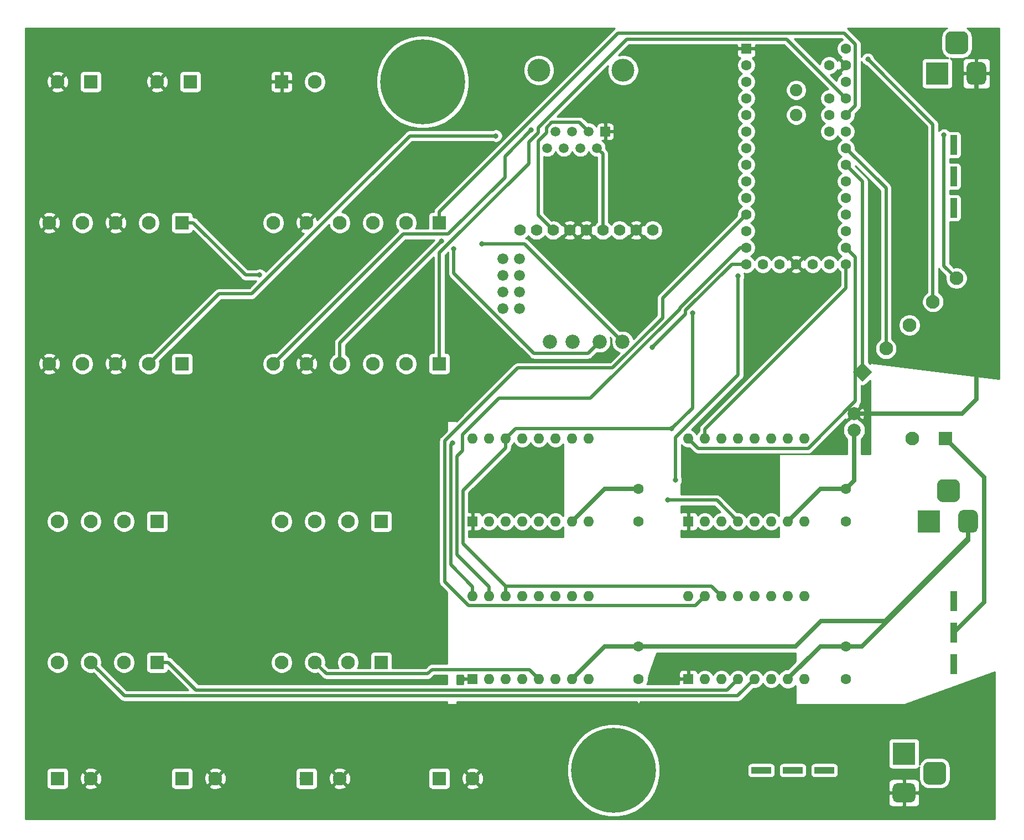
<source format=gbl>
G04 #@! TF.GenerationSoftware,KiCad,Pcbnew,5.1.6*
G04 #@! TF.CreationDate,2020-07-14T15:11:32-04:00*
G04 #@! TF.ProjectId,controller,636f6e74-726f-46c6-9c65-722e6b696361,rev?*
G04 #@! TF.SameCoordinates,Original*
G04 #@! TF.FileFunction,Copper,L2,Bot*
G04 #@! TF.FilePolarity,Positive*
%FSLAX46Y46*%
G04 Gerber Fmt 4.6, Leading zero omitted, Abs format (unit mm)*
G04 Created by KiCad (PCBNEW 5.1.6) date 2020-07-14 15:11:32*
%MOMM*%
%LPD*%
G01*
G04 APERTURE LIST*
G04 #@! TA.AperFunction,ComponentPad*
%ADD10C,2.000000*%
G04 #@! TD*
G04 #@! TA.AperFunction,ComponentPad*
%ADD11C,0.100000*%
G04 #@! TD*
G04 #@! TA.AperFunction,ComponentPad*
%ADD12C,13.000000*%
G04 #@! TD*
G04 #@! TA.AperFunction,ComponentPad*
%ADD13C,1.676400*%
G04 #@! TD*
G04 #@! TA.AperFunction,ComponentPad*
%ADD14C,2.184400*%
G04 #@! TD*
G04 #@! TA.AperFunction,ComponentPad*
%ADD15C,1.778000*%
G04 #@! TD*
G04 #@! TA.AperFunction,ComponentPad*
%ADD16C,1.900000*%
G04 #@! TD*
G04 #@! TA.AperFunction,ComponentPad*
%ADD17R,1.600000X1.600000*%
G04 #@! TD*
G04 #@! TA.AperFunction,ComponentPad*
%ADD18C,1.600000*%
G04 #@! TD*
G04 #@! TA.AperFunction,ComponentPad*
%ADD19C,2.100000*%
G04 #@! TD*
G04 #@! TA.AperFunction,ComponentPad*
%ADD20R,2.100000X2.100000*%
G04 #@! TD*
G04 #@! TA.AperFunction,ComponentPad*
%ADD21O,1.600000X1.600000*%
G04 #@! TD*
G04 #@! TA.AperFunction,ComponentPad*
%ADD22C,1.500000*%
G04 #@! TD*
G04 #@! TA.AperFunction,ComponentPad*
%ADD23C,3.500000*%
G04 #@! TD*
G04 #@! TA.AperFunction,ComponentPad*
%ADD24R,1.500000X1.500000*%
G04 #@! TD*
G04 #@! TA.AperFunction,ComponentPad*
%ADD25R,3.500000X3.500000*%
G04 #@! TD*
G04 #@! TA.AperFunction,ViaPad*
%ADD26C,0.800000*%
G04 #@! TD*
G04 #@! TA.AperFunction,Conductor*
%ADD27C,0.500000*%
G04 #@! TD*
G04 #@! TA.AperFunction,Conductor*
%ADD28C,0.700000*%
G04 #@! TD*
G04 #@! TA.AperFunction,Conductor*
%ADD29C,0.254000*%
G04 #@! TD*
G04 APERTURE END LIST*
D10*
G04 #@! TO.P,JP1,2*
G04 #@! TO.N,GND*
X121920000Y-88900000D03*
G04 #@! TO.P,JP1,1*
G04 #@! TO.N,GND1*
X121920000Y-91440000D03*
G04 #@! TD*
G04 #@! TA.AperFunction,ComponentPad*
D11*
G04 #@! TO.P,SW12,3*
G04 #@! TO.N,N/C*
G36*
X118845000Y-144010000D02*
G01*
X115845000Y-144010000D01*
X115845000Y-143010000D01*
X118845000Y-143010000D01*
X118845000Y-144010000D01*
G37*
G04 #@! TD.AperFunction*
G04 #@! TA.AperFunction,ComponentPad*
G04 #@! TO.P,SW12,2*
G04 #@! TO.N,+12V*
G36*
X114020000Y-144010000D02*
G01*
X111020000Y-144010000D01*
X111020000Y-143010000D01*
X114020000Y-143010000D01*
X114020000Y-144010000D01*
G37*
G04 #@! TD.AperFunction*
G04 #@! TA.AperFunction,ComponentPad*
G04 #@! TO.P,SW12,1*
G04 #@! TO.N,Net-(12V1-Pad1)*
G36*
X109195000Y-144010000D02*
G01*
X106195000Y-144010000D01*
X106195000Y-143010000D01*
X109195000Y-143010000D01*
X109195000Y-144010000D01*
G37*
G04 #@! TD.AperFunction*
G04 #@! TD*
G04 #@! TA.AperFunction,ComponentPad*
G04 #@! TO.P,SW9,3*
G04 #@! TO.N,N/C*
G36*
X137660000Y-116105000D02*
G01*
X137660000Y-119105000D01*
X136660000Y-119105000D01*
X136660000Y-116105000D01*
X137660000Y-116105000D01*
G37*
G04 #@! TD.AperFunction*
G04 #@! TA.AperFunction,ComponentPad*
G04 #@! TO.P,SW9,2*
G04 #@! TO.N,+9V*
G36*
X137660000Y-120930000D02*
G01*
X137660000Y-123930000D01*
X136660000Y-123930000D01*
X136660000Y-120930000D01*
X137660000Y-120930000D01*
G37*
G04 #@! TD.AperFunction*
G04 #@! TA.AperFunction,ComponentPad*
G04 #@! TO.P,SW9,1*
G04 #@! TO.N,Net-(9V1-Pad1)*
G36*
X137660000Y-125755000D02*
G01*
X137660000Y-128755000D01*
X136660000Y-128755000D01*
X136660000Y-125755000D01*
X137660000Y-125755000D01*
G37*
G04 #@! TD.AperFunction*
G04 #@! TD*
G04 #@! TA.AperFunction,ComponentPad*
G04 #@! TO.P,SW5,3*
G04 #@! TO.N,N/C*
G36*
X137660000Y-46255000D02*
G01*
X137660000Y-49255000D01*
X136660000Y-49255000D01*
X136660000Y-46255000D01*
X137660000Y-46255000D01*
G37*
G04 #@! TD.AperFunction*
G04 #@! TA.AperFunction,ComponentPad*
G04 #@! TO.P,SW5,2*
G04 #@! TO.N,+5V*
G36*
X137660000Y-51080000D02*
G01*
X137660000Y-54080000D01*
X136660000Y-54080000D01*
X136660000Y-51080000D01*
X137660000Y-51080000D01*
G37*
G04 #@! TD.AperFunction*
G04 #@! TA.AperFunction,ComponentPad*
G04 #@! TO.P,SW5,1*
G04 #@! TO.N,Net-(5V1-Pad1)*
G36*
X137660000Y-55905000D02*
G01*
X137660000Y-58905000D01*
X136660000Y-58905000D01*
X136660000Y-55905000D01*
X137660000Y-55905000D01*
G37*
G04 #@! TD.AperFunction*
G04 #@! TD*
D12*
G04 #@! TO.P,mount1,1*
G04 #@! TO.N,N/C*
X55880000Y-38100000D03*
G04 #@! TD*
G04 #@! TO.P,mount2,1*
G04 #@! TO.N,N/C*
X85090000Y-143510000D03*
G04 #@! TD*
D13*
G04 #@! TO.P,U2,21*
G04 #@! TO.N,N/C*
X68148200Y-72821800D03*
G04 #@! TO.P,U2,20*
X70688200Y-72821800D03*
G04 #@! TO.P,U2,19*
X68148200Y-70281800D03*
G04 #@! TO.P,U2,18*
X70688200Y-70281800D03*
G04 #@! TO.P,U2,17*
X68148200Y-67741800D03*
G04 #@! TO.P,U2,16*
X70688200Y-67741800D03*
G04 #@! TO.P,U2,15*
X68148200Y-65201800D03*
G04 #@! TO.P,U2,14*
X70688200Y-65201800D03*
D14*
G04 #@! TO.P,U2,13*
G04 #@! TO.N,Net-(SoundVisionR1-Pad3)*
X75338200Y-77901800D03*
G04 #@! TO.P,U2,12*
G04 #@! TO.N,Net-(SoundVisionR1-Pad2)*
X78838200Y-77901800D03*
G04 #@! TO.P,U2,11*
G04 #@! TO.N,Net-(SoundVisionL1-Pad2)*
X82958200Y-77901800D03*
G04 #@! TO.P,U2,10*
G04 #@! TO.N,Net-(SoundVisionL1-Pad3)*
X86458210Y-77901800D03*
D15*
G04 #@! TO.P,U2,9*
G04 #@! TO.N,Net-(U2-Pad9)*
X70739000Y-60833000D03*
G04 #@! TO.P,U2,8*
G04 #@! TO.N,Net-(U2-Pad8)*
X73279000Y-60833000D03*
G04 #@! TO.P,U2,7*
G04 #@! TO.N,Net-(J2-Pad3)*
X75819000Y-60833000D03*
G04 #@! TO.P,U2,6*
G04 #@! TO.N,GND*
X78359000Y-60833000D03*
G04 #@! TO.P,U2,5*
X80899000Y-60833000D03*
G04 #@! TO.P,U2,4*
G04 #@! TO.N,Net-(J2-Pad2)*
X83439000Y-60833000D03*
G04 #@! TO.P,U2,3*
G04 #@! TO.N,Net-(U2-Pad3)*
X85979000Y-60833000D03*
G04 #@! TO.P,U2,2*
G04 #@! TO.N,GND*
X88519000Y-60833000D03*
G04 #@! TO.P,U2,1*
G04 #@! TO.N,+5V*
X91059000Y-60833000D03*
G04 #@! TD*
D16*
G04 #@! TO.P,U1,52*
G04 #@! TO.N,N/C*
X113030000Y-39370000D03*
X113030000Y-43180000D03*
D17*
G04 #@! TO.P,U1,1*
G04 #@! TO.N,GND*
X105410000Y-33020000D03*
D18*
G04 #@! TO.P,U1,2*
G04 #@! TO.N,Net-(U1-Pad2)*
X105410000Y-35560000D03*
G04 #@! TO.P,U1,3*
G04 #@! TO.N,Net-(U1-Pad3)*
X105410000Y-38100000D03*
G04 #@! TO.P,U1,4*
G04 #@! TO.N,Net-(U1-Pad4)*
X105410000Y-40640000D03*
G04 #@! TO.P,U1,5*
G04 #@! TO.N,Net-(U1-Pad5)*
X105410000Y-43180000D03*
G04 #@! TO.P,U1,6*
G04 #@! TO.N,Net-(U1-Pad6)*
X105410000Y-45720000D03*
G04 #@! TO.P,U1,7*
G04 #@! TO.N,Net-(SoundVisionL1-Pad4)*
X105410000Y-48260000D03*
G04 #@! TO.P,U1,8*
G04 #@! TO.N,Net-(SoundVisionR1-Pad4)*
X105410000Y-50800000D03*
G04 #@! TO.P,U1,9*
G04 #@! TO.N,Net-(ToHandleL1-Pad4)*
X105410000Y-53340000D03*
G04 #@! TO.P,U1,10*
G04 #@! TO.N,Net-(ToHandleR1-Pad4)*
X105410000Y-55880000D03*
G04 #@! TO.P,U1,11*
G04 #@! TO.N,Net-(MC-LeverL1-Pad15)*
X105410000Y-58420000D03*
G04 #@! TO.P,U1,12*
G04 #@! TO.N,Net-(MC-LeverL1-Pad16)*
X105410000Y-60960000D03*
G04 #@! TO.P,U1,13*
G04 #@! TO.N,Net-(MC-LeverR1-Pad15)*
X105410000Y-63500000D03*
G04 #@! TO.P,U1,37*
G04 #@! TO.N,Net-(U1-Pad37)*
X118110000Y-45720000D03*
G04 #@! TO.P,U1,36*
G04 #@! TO.N,Net-(U1-Pad36)*
X118110000Y-43180000D03*
G04 #@! TO.P,U1,35*
G04 #@! TO.N,Net-(U1-Pad35)*
X118110000Y-40640000D03*
G04 #@! TO.P,U1,34*
G04 #@! TO.N,Net-(U1-Pad34)*
X118110000Y-35560000D03*
G04 #@! TO.P,U1,33*
G04 #@! TO.N,+5V*
X120650000Y-33020000D03*
G04 #@! TO.P,U1,32*
G04 #@! TO.N,GND*
X120650000Y-35560000D03*
G04 #@! TO.P,U1,31*
G04 #@! TO.N,Net-(U1-Pad31)*
X120650000Y-38100000D03*
G04 #@! TO.P,U1,30*
G04 #@! TO.N,Net-(SoundVisionR1-Pad1)*
X120650000Y-40640000D03*
G04 #@! TO.P,U1,29*
G04 #@! TO.N,Net-(SoundVisionL1-Pad1)*
X120650000Y-43180000D03*
G04 #@! TO.P,U1,28*
G04 #@! TO.N,Net-(U1-Pad28)*
X120650000Y-45720000D03*
G04 #@! TO.P,U1,27*
G04 #@! TO.N,Net-(U1-Pad27)*
X120650000Y-48260000D03*
G04 #@! TO.P,U1,26*
G04 #@! TO.N,Net-(U1-Pad26)*
X120650000Y-50800000D03*
G04 #@! TO.P,U1,25*
G04 #@! TO.N,Net-(MC-SpoutR1-Pad16)*
X120650000Y-53340000D03*
G04 #@! TO.P,U1,24*
G04 #@! TO.N,Net-(MC-SpoutR1-Pad15)*
X120650000Y-55880000D03*
G04 #@! TO.P,U1,23*
G04 #@! TO.N,Net-(ToHandleR1-Pad1)*
X120650000Y-58420000D03*
G04 #@! TO.P,U1,22*
G04 #@! TO.N,Net-(ToHandleL1-Pad1)*
X120650000Y-60960000D03*
G04 #@! TO.P,U1,21*
G04 #@! TO.N,Net-(MC-SpoutL1-Pad16)*
X120650000Y-63500000D03*
G04 #@! TO.P,U1,14*
G04 #@! TO.N,Net-(MC-LeverR1-Pad16)*
X105410000Y-66040000D03*
G04 #@! TO.P,U1,15*
G04 #@! TO.N,Net-(U1-Pad15)*
X107950000Y-66040000D03*
G04 #@! TO.P,U1,16*
G04 #@! TO.N,Net-(U1-Pad16)*
X110490000Y-66040000D03*
G04 #@! TO.P,U1,20*
G04 #@! TO.N,Net-(MC-SpoutL1-Pad15)*
X120650000Y-66040000D03*
G04 #@! TO.P,U1,19*
G04 #@! TO.N,Net-(U1-Pad19)*
X118110000Y-66040000D03*
G04 #@! TO.P,U1,18*
G04 #@! TO.N,Net-(U1-Pad18)*
X115570000Y-66040000D03*
G04 #@! TO.P,U1,17*
G04 #@! TO.N,GND*
X113030000Y-66040000D03*
G04 #@! TD*
D19*
G04 #@! TO.P,ToHandleR1,5*
G04 #@! TO.N,GND*
X-1270000Y-81280000D03*
G04 #@! TO.P,ToHandleR1,4*
G04 #@! TO.N,Net-(ToHandleR1-Pad4)*
X3810000Y-81280000D03*
G04 #@! TO.P,ToHandleR1,3*
G04 #@! TO.N,GND*
X8890000Y-81280000D03*
G04 #@! TO.P,ToHandleR1,2*
G04 #@! TO.N,Net-(J2-Pad7)*
X13970000Y-81280000D03*
D20*
G04 #@! TO.P,ToHandleR1,1*
G04 #@! TO.N,Net-(ToHandleR1-Pad1)*
X19050000Y-81280000D03*
G04 #@! TD*
D19*
G04 #@! TO.P,ToHandleL1,5*
G04 #@! TO.N,GND*
X-1270000Y-59690000D03*
G04 #@! TO.P,ToHandleL1,4*
G04 #@! TO.N,Net-(ToHandleL1-Pad4)*
X3810000Y-59690000D03*
G04 #@! TO.P,ToHandleL1,3*
G04 #@! TO.N,GND*
X8890000Y-59690000D03*
G04 #@! TO.P,ToHandleL1,2*
G04 #@! TO.N,Net-(J2-Pad6)*
X13970000Y-59690000D03*
D20*
G04 #@! TO.P,ToHandleL1,1*
G04 #@! TO.N,Net-(ToHandleL1-Pad1)*
X19050000Y-59690000D03*
G04 #@! TD*
D19*
G04 #@! TO.P,sync_trigger_out1,5*
G04 #@! TO.N,Net-(U1-Pad5)*
X137558410Y-68181590D03*
G04 #@! TO.P,sync_trigger_out1,4*
G04 #@! TO.N,Net-(U1-Pad6)*
X133966307Y-71773693D03*
G04 #@! TO.P,sync_trigger_out1,3*
G04 #@! TO.N,Net-(U1-Pad28)*
X130374205Y-75365795D03*
G04 #@! TO.P,sync_trigger_out1,2*
G04 #@! TO.N,Net-(U1-Pad27)*
X126782102Y-78957898D03*
G04 #@! TA.AperFunction,ComponentPad*
D11*
G04 #@! TO.P,sync_trigger_out1,1*
G04 #@! TO.N,Net-(U1-Pad26)*
G36*
X123190000Y-84034924D02*
G01*
X121705076Y-82550000D01*
X123190000Y-81065076D01*
X124674924Y-82550000D01*
X123190000Y-84034924D01*
G37*
G04 #@! TD.AperFunction*
G04 #@! TD*
D19*
G04 #@! TO.P,SpoutR-ToMotor1,4*
G04 #@! TO.N,Net-(MC-SpoutR1-Pad6)*
X34290000Y-105410000D03*
G04 #@! TO.P,SpoutR-ToMotor1,3*
G04 #@! TO.N,Net-(MC-SpoutR1-Pad5)*
X39370000Y-105410000D03*
G04 #@! TO.P,SpoutR-ToMotor1,2*
G04 #@! TO.N,Net-(MC-SpoutR1-Pad3)*
X44450000Y-105410000D03*
D20*
G04 #@! TO.P,SpoutR-ToMotor1,1*
G04 #@! TO.N,Net-(MC-SpoutR1-Pad4)*
X49530000Y-105410000D03*
G04 #@! TD*
D19*
G04 #@! TO.P,SpoutL-ToMotor1,4*
G04 #@! TO.N,Net-(MC-SpoutL1-Pad6)*
X0Y-105410000D03*
G04 #@! TO.P,SpoutL-ToMotor1,3*
G04 #@! TO.N,Net-(MC-SpoutL1-Pad5)*
X5080000Y-105410000D03*
G04 #@! TO.P,SpoutL-ToMotor1,2*
G04 #@! TO.N,Net-(MC-SpoutL1-Pad3)*
X10160000Y-105410000D03*
D20*
G04 #@! TO.P,SpoutL-ToMotor1,1*
G04 #@! TO.N,Net-(MC-SpoutL1-Pad4)*
X15240000Y-105410000D03*
G04 #@! TD*
D19*
G04 #@! TO.P,SoundVisionR1,6*
G04 #@! TO.N,Net-(J2-Pad5)*
X33020000Y-81280000D03*
G04 #@! TO.P,SoundVisionR1,5*
G04 #@! TO.N,GND*
X38100000Y-81280000D03*
G04 #@! TO.P,SoundVisionR1,4*
G04 #@! TO.N,Net-(SoundVisionR1-Pad4)*
X43180000Y-81280000D03*
G04 #@! TO.P,SoundVisionR1,3*
G04 #@! TO.N,Net-(SoundVisionR1-Pad3)*
X48260000Y-81280000D03*
G04 #@! TO.P,SoundVisionR1,2*
G04 #@! TO.N,Net-(SoundVisionR1-Pad2)*
X53340000Y-81280000D03*
D20*
G04 #@! TO.P,SoundVisionR1,1*
G04 #@! TO.N,Net-(SoundVisionR1-Pad1)*
X58420000Y-81280000D03*
G04 #@! TD*
D19*
G04 #@! TO.P,SoundVisionL1,6*
G04 #@! TO.N,Net-(J2-Pad4)*
X33020000Y-59690000D03*
G04 #@! TO.P,SoundVisionL1,5*
G04 #@! TO.N,GND*
X38100000Y-59690000D03*
G04 #@! TO.P,SoundVisionL1,4*
G04 #@! TO.N,Net-(SoundVisionL1-Pad4)*
X43180000Y-59690000D03*
G04 #@! TO.P,SoundVisionL1,3*
G04 #@! TO.N,Net-(SoundVisionL1-Pad3)*
X48260000Y-59690000D03*
G04 #@! TO.P,SoundVisionL1,2*
G04 #@! TO.N,Net-(SoundVisionL1-Pad2)*
X53340000Y-59690000D03*
D20*
G04 #@! TO.P,SoundVisionL1,1*
G04 #@! TO.N,Net-(SoundVisionL1-Pad1)*
X58420000Y-59690000D03*
G04 #@! TD*
D21*
G04 #@! TO.P,MC-SpoutR1,16*
G04 #@! TO.N,Net-(MC-SpoutR1-Pad16)*
X63500000Y-92710000D03*
G04 #@! TO.P,MC-SpoutR1,8*
G04 #@! TO.N,+9V*
X81280000Y-105410000D03*
G04 #@! TO.P,MC-SpoutR1,15*
G04 #@! TO.N,Net-(MC-SpoutR1-Pad15)*
X66040000Y-92710000D03*
G04 #@! TO.P,MC-SpoutR1,7*
G04 #@! TO.N,GND1*
X78740000Y-105410000D03*
G04 #@! TO.P,MC-SpoutR1,14*
G04 #@! TO.N,+5V*
X68580000Y-92710000D03*
G04 #@! TO.P,MC-SpoutR1,6*
G04 #@! TO.N,Net-(MC-SpoutR1-Pad6)*
X76200000Y-105410000D03*
G04 #@! TO.P,MC-SpoutR1,13*
G04 #@! TO.N,Net-(MC-SpoutR1-Pad13)*
X71120000Y-92710000D03*
G04 #@! TO.P,MC-SpoutR1,5*
G04 #@! TO.N,Net-(MC-SpoutR1-Pad5)*
X73660000Y-105410000D03*
G04 #@! TO.P,MC-SpoutR1,12*
G04 #@! TO.N,Net-(MC-SpoutR1-Pad12)*
X73660000Y-92710000D03*
G04 #@! TO.P,MC-SpoutR1,4*
G04 #@! TO.N,Net-(MC-SpoutR1-Pad4)*
X71120000Y-105410000D03*
G04 #@! TO.P,MC-SpoutR1,11*
G04 #@! TO.N,Net-(MC-SpoutR1-Pad11)*
X76200000Y-92710000D03*
G04 #@! TO.P,MC-SpoutR1,3*
G04 #@! TO.N,Net-(MC-SpoutR1-Pad3)*
X68580000Y-105410000D03*
G04 #@! TO.P,MC-SpoutR1,10*
G04 #@! TO.N,Net-(MC-SpoutR1-Pad10)*
X78740000Y-92710000D03*
G04 #@! TO.P,MC-SpoutR1,2*
G04 #@! TO.N,Net-(MC-SpoutR1-Pad2)*
X66040000Y-105410000D03*
G04 #@! TO.P,MC-SpoutR1,9*
G04 #@! TO.N,Net-(MC-SpoutR1-Pad9)*
X81280000Y-92710000D03*
D17*
G04 #@! TO.P,MC-SpoutR1,1*
G04 #@! TO.N,GND*
X63500000Y-105410000D03*
G04 #@! TD*
D21*
G04 #@! TO.P,MC-SpoutL1,16*
G04 #@! TO.N,Net-(MC-SpoutL1-Pad16)*
X96520000Y-92710000D03*
G04 #@! TO.P,MC-SpoutL1,8*
G04 #@! TO.N,+9V*
X114300000Y-105410000D03*
G04 #@! TO.P,MC-SpoutL1,15*
G04 #@! TO.N,Net-(MC-SpoutL1-Pad15)*
X99060000Y-92710000D03*
G04 #@! TO.P,MC-SpoutL1,7*
G04 #@! TO.N,GND1*
X111760000Y-105410000D03*
G04 #@! TO.P,MC-SpoutL1,14*
G04 #@! TO.N,+5V*
X101600000Y-92710000D03*
G04 #@! TO.P,MC-SpoutL1,6*
G04 #@! TO.N,Net-(MC-SpoutL1-Pad6)*
X109220000Y-105410000D03*
G04 #@! TO.P,MC-SpoutL1,13*
G04 #@! TO.N,Net-(MC-SpoutL1-Pad13)*
X104140000Y-92710000D03*
G04 #@! TO.P,MC-SpoutL1,5*
G04 #@! TO.N,Net-(MC-SpoutL1-Pad5)*
X106680000Y-105410000D03*
G04 #@! TO.P,MC-SpoutL1,12*
G04 #@! TO.N,Net-(MC-SpoutL1-Pad12)*
X106680000Y-92710000D03*
G04 #@! TO.P,MC-SpoutL1,4*
G04 #@! TO.N,Net-(MC-SpoutL1-Pad4)*
X104140000Y-105410000D03*
G04 #@! TO.P,MC-SpoutL1,11*
G04 #@! TO.N,Net-(MC-SpoutL1-Pad11)*
X109220000Y-92710000D03*
G04 #@! TO.P,MC-SpoutL1,3*
G04 #@! TO.N,Net-(MC-SpoutL1-Pad3)*
X101600000Y-105410000D03*
G04 #@! TO.P,MC-SpoutL1,10*
G04 #@! TO.N,Net-(MC-SpoutL1-Pad10)*
X111760000Y-92710000D03*
G04 #@! TO.P,MC-SpoutL1,2*
G04 #@! TO.N,Net-(MC-SpoutL1-Pad2)*
X99060000Y-105410000D03*
G04 #@! TO.P,MC-SpoutL1,9*
G04 #@! TO.N,Net-(MC-SpoutL1-Pad9)*
X114300000Y-92710000D03*
D17*
G04 #@! TO.P,MC-SpoutL1,1*
G04 #@! TO.N,GND*
X96520000Y-105410000D03*
G04 #@! TD*
D21*
G04 #@! TO.P,MC-LeverR1,16*
G04 #@! TO.N,Net-(MC-LeverR1-Pad16)*
X63500000Y-116840000D03*
G04 #@! TO.P,MC-LeverR1,8*
G04 #@! TO.N,+9V*
X81280000Y-129540000D03*
G04 #@! TO.P,MC-LeverR1,15*
G04 #@! TO.N,Net-(MC-LeverR1-Pad15)*
X66040000Y-116840000D03*
G04 #@! TO.P,MC-LeverR1,7*
G04 #@! TO.N,GND1*
X78740000Y-129540000D03*
G04 #@! TO.P,MC-LeverR1,14*
G04 #@! TO.N,+5V*
X68580000Y-116840000D03*
G04 #@! TO.P,MC-LeverR1,6*
G04 #@! TO.N,Net-(HandleR-ToMotor1-Pad4)*
X76200000Y-129540000D03*
G04 #@! TO.P,MC-LeverR1,13*
G04 #@! TO.N,Net-(MC-LeverR1-Pad13)*
X71120000Y-116840000D03*
G04 #@! TO.P,MC-LeverR1,5*
G04 #@! TO.N,Net-(HandleR-ToMotor1-Pad3)*
X73660000Y-129540000D03*
G04 #@! TO.P,MC-LeverR1,12*
G04 #@! TO.N,Net-(MC-LeverR1-Pad12)*
X73660000Y-116840000D03*
G04 #@! TO.P,MC-LeverR1,4*
G04 #@! TO.N,Net-(HandleR-ToMotor1-Pad1)*
X71120000Y-129540000D03*
G04 #@! TO.P,MC-LeverR1,11*
G04 #@! TO.N,Net-(MC-LeverR1-Pad11)*
X76200000Y-116840000D03*
G04 #@! TO.P,MC-LeverR1,3*
G04 #@! TO.N,Net-(HandleR-ToMotor1-Pad2)*
X68580000Y-129540000D03*
G04 #@! TO.P,MC-LeverR1,10*
G04 #@! TO.N,Net-(MC-LeverR1-Pad10)*
X78740000Y-116840000D03*
G04 #@! TO.P,MC-LeverR1,2*
G04 #@! TO.N,Net-(MC-LeverR1-Pad2)*
X66040000Y-129540000D03*
G04 #@! TO.P,MC-LeverR1,9*
G04 #@! TO.N,Net-(MC-LeverR1-Pad9)*
X81280000Y-116840000D03*
D17*
G04 #@! TO.P,MC-LeverR1,1*
G04 #@! TO.N,GND*
X63500000Y-129540000D03*
G04 #@! TD*
D21*
G04 #@! TO.P,MC-LeverL1,16*
G04 #@! TO.N,Net-(MC-LeverL1-Pad16)*
X96520000Y-116840000D03*
G04 #@! TO.P,MC-LeverL1,8*
G04 #@! TO.N,+9V*
X114300000Y-129540000D03*
G04 #@! TO.P,MC-LeverL1,15*
G04 #@! TO.N,Net-(MC-LeverL1-Pad15)*
X99060000Y-116840000D03*
G04 #@! TO.P,MC-LeverL1,7*
G04 #@! TO.N,GND1*
X111760000Y-129540000D03*
G04 #@! TO.P,MC-LeverL1,14*
G04 #@! TO.N,+5V*
X101600000Y-116840000D03*
G04 #@! TO.P,MC-LeverL1,6*
G04 #@! TO.N,Net-(HandleL-ToMotor1-Pad4)*
X109220000Y-129540000D03*
G04 #@! TO.P,MC-LeverL1,13*
G04 #@! TO.N,Net-(MC-LeverL1-Pad13)*
X104140000Y-116840000D03*
G04 #@! TO.P,MC-LeverL1,5*
G04 #@! TO.N,Net-(HandleL-ToMotor1-Pad3)*
X106680000Y-129540000D03*
G04 #@! TO.P,MC-LeverL1,12*
G04 #@! TO.N,Net-(MC-LeverL1-Pad12)*
X106680000Y-116840000D03*
G04 #@! TO.P,MC-LeverL1,4*
G04 #@! TO.N,Net-(HandleL-ToMotor1-Pad1)*
X104140000Y-129540000D03*
G04 #@! TO.P,MC-LeverL1,11*
G04 #@! TO.N,Net-(MC-LeverL1-Pad11)*
X109220000Y-116840000D03*
G04 #@! TO.P,MC-LeverL1,3*
G04 #@! TO.N,Net-(HandleL-ToMotor1-Pad2)*
X101600000Y-129540000D03*
G04 #@! TO.P,MC-LeverL1,10*
G04 #@! TO.N,Net-(MC-LeverL1-Pad10)*
X111760000Y-116840000D03*
G04 #@! TO.P,MC-LeverL1,2*
G04 #@! TO.N,Net-(MC-LeverL1-Pad2)*
X99060000Y-129540000D03*
G04 #@! TO.P,MC-LeverL1,9*
G04 #@! TO.N,Net-(MC-LeverL1-Pad9)*
X114300000Y-116840000D03*
D17*
G04 #@! TO.P,MC-LeverL1,1*
G04 #@! TO.N,GND*
X96520000Y-129540000D03*
G04 #@! TD*
D19*
G04 #@! TO.P,J9V1,2*
G04 #@! TO.N,GND1*
X130810000Y-92710000D03*
D20*
G04 #@! TO.P,J9V1,1*
G04 #@! TO.N,+9V*
X135890000Y-92710000D03*
G04 #@! TD*
D19*
G04 #@! TO.P,J5V2,2*
G04 #@! TO.N,GND*
X15240000Y-38100000D03*
D20*
G04 #@! TO.P,J5V2,1*
G04 #@! TO.N,+5V*
X20320000Y-38100000D03*
G04 #@! TD*
D19*
G04 #@! TO.P,J5V1,2*
G04 #@! TO.N,GND*
X0Y-38100000D03*
D20*
G04 #@! TO.P,J5V1,1*
G04 #@! TO.N,+5V*
X5080000Y-38100000D03*
G04 #@! TD*
D19*
G04 #@! TO.P,J12V4,2*
G04 #@! TO.N,GND*
X5080000Y-144780000D03*
D20*
G04 #@! TO.P,J12V4,1*
G04 #@! TO.N,+12V*
X0Y-144780000D03*
G04 #@! TD*
D19*
G04 #@! TO.P,J12V3,2*
G04 #@! TO.N,GND*
X63500000Y-144780000D03*
D20*
G04 #@! TO.P,J12V3,1*
G04 #@! TO.N,+12V*
X58420000Y-144780000D03*
G04 #@! TD*
D19*
G04 #@! TO.P,J12V2,2*
G04 #@! TO.N,GND*
X43180000Y-144780000D03*
D20*
G04 #@! TO.P,J12V2,1*
G04 #@! TO.N,+12V*
X38100000Y-144780000D03*
G04 #@! TD*
D19*
G04 #@! TO.P,J12V1,2*
G04 #@! TO.N,GND*
X24130000Y-144780000D03*
D20*
G04 #@! TO.P,J12V1,1*
G04 #@! TO.N,+12V*
X19050000Y-144780000D03*
G04 #@! TD*
D22*
G04 #@! TO.P,J2,6*
G04 #@! TO.N,Net-(J2-Pad6)*
X77470000Y-48260000D03*
G04 #@! TO.P,J2,8*
G04 #@! TO.N,Net-(J2-Pad8)*
X74930000Y-48260000D03*
D23*
G04 #@! TO.P,J2,SH*
G04 #@! TO.N,N/C*
X86550000Y-36320000D03*
D22*
G04 #@! TO.P,J2,2*
G04 #@! TO.N,Net-(J2-Pad2)*
X82550000Y-48260000D03*
D24*
G04 #@! TO.P,J2,1*
G04 #@! TO.N,GND*
X83820000Y-45720000D03*
D22*
G04 #@! TO.P,J2,7*
G04 #@! TO.N,Net-(J2-Pad7)*
X76200000Y-45720000D03*
G04 #@! TO.P,J2,4*
G04 #@! TO.N,Net-(J2-Pad4)*
X80010000Y-48260000D03*
G04 #@! TO.P,J2,5*
G04 #@! TO.N,Net-(J2-Pad5)*
X78740000Y-45720000D03*
G04 #@! TO.P,J2,3*
G04 #@! TO.N,Net-(J2-Pad3)*
X81280000Y-45720000D03*
D23*
G04 #@! TO.P,J2,SH*
G04 #@! TO.N,N/C*
X73660000Y-36320000D03*
G04 #@! TD*
D19*
G04 #@! TO.P,HandleR-ToMotor1,4*
G04 #@! TO.N,Net-(HandleR-ToMotor1-Pad4)*
X34290000Y-127000000D03*
G04 #@! TO.P,HandleR-ToMotor1,3*
G04 #@! TO.N,Net-(HandleR-ToMotor1-Pad3)*
X39370000Y-127000000D03*
G04 #@! TO.P,HandleR-ToMotor1,2*
G04 #@! TO.N,Net-(HandleR-ToMotor1-Pad2)*
X44450000Y-127000000D03*
D20*
G04 #@! TO.P,HandleR-ToMotor1,1*
G04 #@! TO.N,Net-(HandleR-ToMotor1-Pad1)*
X49530000Y-127000000D03*
G04 #@! TD*
D19*
G04 #@! TO.P,HandleL-ToMotor1,4*
G04 #@! TO.N,Net-(HandleL-ToMotor1-Pad4)*
X0Y-127000000D03*
G04 #@! TO.P,HandleL-ToMotor1,3*
G04 #@! TO.N,Net-(HandleL-ToMotor1-Pad3)*
X5080000Y-127000000D03*
G04 #@! TO.P,HandleL-ToMotor1,2*
G04 #@! TO.N,Net-(HandleL-ToMotor1-Pad2)*
X10160000Y-127000000D03*
D20*
G04 #@! TO.P,HandleL-ToMotor1,1*
G04 #@! TO.N,Net-(HandleL-ToMotor1-Pad1)*
X15240000Y-127000000D03*
G04 #@! TD*
D19*
G04 #@! TO.P,distractor1,2*
G04 #@! TO.N,Net-(J2-Pad8)*
X39370000Y-38100000D03*
D20*
G04 #@! TO.P,distractor1,1*
G04 #@! TO.N,GND*
X34290000Y-38100000D03*
G04 #@! TD*
D18*
G04 #@! TO.P,C4,2*
G04 #@! TO.N,GND1*
X120650000Y-100410000D03*
G04 #@! TO.P,C4,1*
G04 #@! TO.N,+9V*
X120650000Y-105410000D03*
G04 #@! TD*
G04 #@! TO.P,C3,2*
G04 #@! TO.N,GND1*
X120650000Y-124540000D03*
G04 #@! TO.P,C3,1*
G04 #@! TO.N,+9V*
X120650000Y-129540000D03*
G04 #@! TD*
G04 #@! TO.P,C2,2*
G04 #@! TO.N,GND1*
X88900000Y-100410000D03*
G04 #@! TO.P,C2,1*
G04 #@! TO.N,+9V*
X88900000Y-105410000D03*
G04 #@! TD*
G04 #@! TO.P,C1,2*
G04 #@! TO.N,GND1*
X88900000Y-124540000D03*
G04 #@! TO.P,C1,1*
G04 #@! TO.N,+9V*
X88900000Y-129540000D03*
G04 #@! TD*
G04 #@! TO.P,9V1,3*
G04 #@! TO.N,N/C*
G04 #@! TA.AperFunction,ComponentPad*
G36*
G01*
X138100000Y-99835000D02*
X138100000Y-101585000D01*
G75*
G02*
X137225000Y-102460000I-875000J0D01*
G01*
X135475000Y-102460000D01*
G75*
G02*
X134600000Y-101585000I0J875000D01*
G01*
X134600000Y-99835000D01*
G75*
G02*
X135475000Y-98960000I875000J0D01*
G01*
X137225000Y-98960000D01*
G75*
G02*
X138100000Y-99835000I0J-875000D01*
G01*
G37*
G04 #@! TD.AperFunction*
G04 #@! TO.P,9V1,2*
G04 #@! TO.N,GND1*
G04 #@! TA.AperFunction,ComponentPad*
G36*
G01*
X140850000Y-104410000D02*
X140850000Y-106410000D01*
G75*
G02*
X140100000Y-107160000I-750000J0D01*
G01*
X138600000Y-107160000D01*
G75*
G02*
X137850000Y-106410000I0J750000D01*
G01*
X137850000Y-104410000D01*
G75*
G02*
X138600000Y-103660000I750000J0D01*
G01*
X140100000Y-103660000D01*
G75*
G02*
X140850000Y-104410000I0J-750000D01*
G01*
G37*
G04 #@! TD.AperFunction*
D25*
G04 #@! TO.P,9V1,1*
G04 #@! TO.N,Net-(9V1-Pad1)*
X133350000Y-105410000D03*
G04 #@! TD*
G04 #@! TO.P,5V1,3*
G04 #@! TO.N,N/C*
G04 #@! TA.AperFunction,ComponentPad*
G36*
G01*
X139370000Y-31255000D02*
X139370000Y-33005000D01*
G75*
G02*
X138495000Y-33880000I-875000J0D01*
G01*
X136745000Y-33880000D01*
G75*
G02*
X135870000Y-33005000I0J875000D01*
G01*
X135870000Y-31255000D01*
G75*
G02*
X136745000Y-30380000I875000J0D01*
G01*
X138495000Y-30380000D01*
G75*
G02*
X139370000Y-31255000I0J-875000D01*
G01*
G37*
G04 #@! TD.AperFunction*
G04 #@! TO.P,5V1,2*
G04 #@! TO.N,GND*
G04 #@! TA.AperFunction,ComponentPad*
G36*
G01*
X142120000Y-35830000D02*
X142120000Y-37830000D01*
G75*
G02*
X141370000Y-38580000I-750000J0D01*
G01*
X139870000Y-38580000D01*
G75*
G02*
X139120000Y-37830000I0J750000D01*
G01*
X139120000Y-35830000D01*
G75*
G02*
X139870000Y-35080000I750000J0D01*
G01*
X141370000Y-35080000D01*
G75*
G02*
X142120000Y-35830000I0J-750000D01*
G01*
G37*
G04 #@! TD.AperFunction*
G04 #@! TO.P,5V1,1*
G04 #@! TO.N,Net-(5V1-Pad1)*
X134620000Y-36830000D03*
G04 #@! TD*
G04 #@! TO.P,12V1,3*
G04 #@! TO.N,N/C*
G04 #@! TA.AperFunction,ComponentPad*
G36*
G01*
X135115000Y-145720000D02*
X133365000Y-145720000D01*
G75*
G02*
X132490000Y-144845000I0J875000D01*
G01*
X132490000Y-143095000D01*
G75*
G02*
X133365000Y-142220000I875000J0D01*
G01*
X135115000Y-142220000D01*
G75*
G02*
X135990000Y-143095000I0J-875000D01*
G01*
X135990000Y-144845000D01*
G75*
G02*
X135115000Y-145720000I-875000J0D01*
G01*
G37*
G04 #@! TD.AperFunction*
G04 #@! TO.P,12V1,2*
G04 #@! TO.N,GND*
G04 #@! TA.AperFunction,ComponentPad*
G36*
G01*
X130540000Y-148470000D02*
X128540000Y-148470000D01*
G75*
G02*
X127790000Y-147720000I0J750000D01*
G01*
X127790000Y-146220000D01*
G75*
G02*
X128540000Y-145470000I750000J0D01*
G01*
X130540000Y-145470000D01*
G75*
G02*
X131290000Y-146220000I0J-750000D01*
G01*
X131290000Y-147720000D01*
G75*
G02*
X130540000Y-148470000I-750000J0D01*
G01*
G37*
G04 #@! TD.AperFunction*
G04 #@! TO.P,12V1,1*
G04 #@! TO.N,Net-(12V1-Pad1)*
X129540000Y-140970000D03*
G04 #@! TD*
D26*
G04 #@! TO.N,+5V*
X93985700Y-91224500D03*
X97154900Y-73538900D03*
G04 #@! TO.N,Net-(J2-Pad7)*
X67078200Y-46373400D03*
G04 #@! TO.N,Net-(J2-Pad5)*
X72488500Y-45485100D03*
G04 #@! TO.N,Net-(MC-LeverL1-Pad16)*
X94581000Y-99056200D03*
X104152000Y-67865400D03*
G04 #@! TO.N,Net-(MC-LeverR1-Pad16)*
X60484300Y-93371200D03*
X91006000Y-78749800D03*
G04 #@! TO.N,Net-(MC-SpoutL1-Pad4)*
X93403400Y-102153000D03*
G04 #@! TO.N,Net-(SoundVisionL1-Pad3)*
X64935800Y-62926800D03*
G04 #@! TO.N,Net-(SoundVisionL1-Pad2)*
X60637800Y-63689300D03*
G04 #@! TO.N,Net-(SoundVisionR1-Pad4)*
X58768700Y-62481300D03*
G04 #@! TO.N,Net-(U1-Pad5)*
X135668000Y-46249800D03*
G04 #@! TO.N,Net-(U1-Pad6)*
X123993000Y-34640700D03*
G04 #@! TO.N,Net-(ToHandleL1-Pad1)*
X30932500Y-67687800D03*
G04 #@! TD*
D27*
G04 #@! TO.N,+12V*
X37249900Y-144780000D02*
X38100000Y-144780000D01*
D28*
G04 #@! TO.N,GND*
X121920000Y-88900000D02*
X138430000Y-88900000D01*
X138430000Y-88900000D02*
X140620000Y-86710000D01*
X140620000Y-86710000D02*
X140620000Y-36830000D01*
D27*
G04 #@! TO.N,+5V*
X68580000Y-115342000D02*
X100102000Y-115342000D01*
X100102000Y-115342000D02*
X101600000Y-116840000D01*
X68580000Y-92710000D02*
X68580000Y-94160300D01*
X68580000Y-94160300D02*
X62049600Y-100691000D01*
X62049600Y-100691000D02*
X62049600Y-108812000D01*
X62049600Y-108812000D02*
X68580000Y-115342000D01*
X93985700Y-91224500D02*
X70065500Y-91224500D01*
X70065500Y-91224500D02*
X68580000Y-92710000D01*
X68580000Y-115342000D02*
X68580000Y-116840000D01*
X97154900Y-73538900D02*
X97154900Y-88055300D01*
X97154900Y-88055300D02*
X93985700Y-91224500D01*
D28*
G04 #@! TO.N,GND1*
X121920000Y-91440000D02*
X121920000Y-99140000D01*
X121920000Y-99140000D02*
X120650000Y-100410000D01*
X139350000Y-107950000D02*
X139350000Y-108300000D01*
X139350000Y-108300000D02*
X123110000Y-124540000D01*
X123110000Y-124540000D02*
X120650000Y-124540000D01*
X88900000Y-124540000D02*
X112950000Y-124540000D01*
X112950000Y-124540000D02*
X116840000Y-120650000D01*
X116840000Y-120650000D02*
X126650000Y-120650000D01*
X126650000Y-120650000D02*
X139350000Y-107950000D01*
X139350000Y-105410000D02*
X139350000Y-107950000D01*
X120650000Y-124540000D02*
X116710000Y-124540000D01*
X116710000Y-124540000D02*
X111760000Y-129490000D01*
X111760000Y-129490000D02*
X111760000Y-129540000D01*
X120650000Y-100410000D02*
X116760000Y-100410000D01*
X116760000Y-100410000D02*
X111760000Y-105410000D01*
X88900000Y-124540000D02*
X83740000Y-124540000D01*
X83740000Y-124540000D02*
X78740000Y-129540000D01*
X78740000Y-105410000D02*
X83740000Y-100410000D01*
X83740000Y-100410000D02*
X88900000Y-100410000D01*
G04 #@! TO.N,+9V*
X135890000Y-92710000D02*
X141800000Y-98620000D01*
X141800000Y-98620000D02*
X141800000Y-117790000D01*
X141800000Y-117790000D02*
X137160000Y-122430000D01*
D27*
G04 #@! TO.N,Net-(HandleL-ToMotor1-Pad3)*
X106680000Y-129540000D02*
X104084000Y-132136000D01*
X104084000Y-132136000D02*
X10216200Y-132136000D01*
X10216200Y-132136000D02*
X5080000Y-127000000D01*
G04 #@! TO.N,Net-(HandleL-ToMotor1-Pad1)*
X104140000Y-129540000D02*
X102444000Y-131236000D01*
X102444000Y-131236000D02*
X21176100Y-131236000D01*
X21176100Y-131236000D02*
X16940300Y-127000000D01*
X16940300Y-127000000D02*
X15240000Y-127000000D01*
G04 #@! TO.N,Net-(HandleR-ToMotor1-Pad3)*
X73660000Y-129540000D02*
X72209600Y-128090000D01*
X72209600Y-128090000D02*
X57287100Y-128090000D01*
X57287100Y-128090000D02*
X56632100Y-128745000D01*
X56632100Y-128745000D02*
X41114600Y-128745000D01*
X41114600Y-128745000D02*
X39370000Y-127000000D01*
G04 #@! TO.N,Net-(J2-Pad2)*
X82550000Y-48260000D02*
X83439000Y-49149000D01*
X83439000Y-49149000D02*
X83439000Y-60833000D01*
G04 #@! TO.N,Net-(J2-Pad7)*
X13970000Y-81280000D02*
X24683200Y-70566800D01*
X24683200Y-70566800D02*
X29703200Y-70566800D01*
X29703200Y-70566800D02*
X53896600Y-46373400D01*
X53896600Y-46373400D02*
X67078200Y-46373400D01*
G04 #@! TO.N,Net-(J2-Pad5)*
X72488500Y-45485100D02*
X68454000Y-49519600D01*
X68454000Y-49519600D02*
X68454000Y-52745200D01*
X68454000Y-52745200D02*
X59768200Y-61431000D01*
X59768200Y-61431000D02*
X52869000Y-61431000D01*
X52869000Y-61431000D02*
X33020000Y-81280000D01*
G04 #@! TO.N,Net-(J2-Pad3)*
X81280000Y-45720000D02*
X79872900Y-44312900D01*
X79872900Y-44312900D02*
X75626700Y-44312900D01*
X75626700Y-44312900D02*
X74799600Y-45140000D01*
X74799600Y-45140000D02*
X74799600Y-45932700D01*
X74799600Y-45932700D02*
X73526100Y-47206200D01*
X73526100Y-47206200D02*
X73526100Y-58540100D01*
X73526100Y-58540100D02*
X75819000Y-60833000D01*
G04 #@! TO.N,Net-(MC-LeverL1-Pad16)*
X104152000Y-67865400D02*
X104152000Y-83026300D01*
X104152000Y-83026300D02*
X94581000Y-92597800D01*
X94581000Y-92597800D02*
X94581000Y-99056200D01*
G04 #@! TO.N,Net-(MC-LeverL1-Pad15)*
X99060000Y-116840000D02*
X97589200Y-118311000D01*
X97589200Y-118311000D02*
X62874500Y-118311000D01*
X62874500Y-118311000D02*
X59250900Y-114687000D01*
X59250900Y-114687000D02*
X59250900Y-93097400D01*
X59250900Y-93097400D02*
X70430000Y-81918300D01*
X70430000Y-81918300D02*
X84912900Y-81918300D01*
X84912900Y-81918300D02*
X92598400Y-74232800D01*
X92598400Y-74232800D02*
X92598400Y-71231600D01*
X92598400Y-71231600D02*
X105410000Y-58420000D01*
G04 #@! TO.N,Net-(MC-LeverR1-Pad16)*
X63500000Y-116840000D02*
X63500000Y-115390000D01*
X63500000Y-115390000D02*
X60166500Y-112056000D01*
X60166500Y-112056000D02*
X60166500Y-93689000D01*
X60166500Y-93689000D02*
X60484300Y-93371200D01*
X105410000Y-66040000D02*
X103168000Y-66040000D01*
X103168000Y-66040000D02*
X96104600Y-73103900D01*
X96104600Y-73103900D02*
X96104600Y-73651200D01*
X96104600Y-73651200D02*
X91006000Y-78749800D01*
G04 #@! TO.N,Net-(MC-LeverR1-Pad15)*
X66040000Y-116840000D02*
X66040000Y-115390000D01*
X66040000Y-115390000D02*
X61140500Y-110490000D01*
X61140500Y-110490000D02*
X61140500Y-95415100D01*
X61140500Y-95415100D02*
X61988000Y-94567600D01*
X61988000Y-94567600D02*
X61988000Y-92126900D01*
X61988000Y-92126900D02*
X67571700Y-86543200D01*
X67571700Y-86543200D02*
X81561300Y-86543200D01*
X81561300Y-86543200D02*
X95204300Y-72900200D01*
X95204300Y-72900200D02*
X95204300Y-72730900D01*
X95204300Y-72730900D02*
X104435000Y-63500000D01*
X104435000Y-63500000D02*
X105410000Y-63500000D01*
G04 #@! TO.N,Net-(MC-SpoutL1-Pad16)*
X96520000Y-92710000D02*
X98020600Y-94210600D01*
X98020600Y-94210600D02*
X114858000Y-94210600D01*
X114858000Y-94210600D02*
X122103000Y-86965400D01*
X122103000Y-86965400D02*
X122103000Y-64953100D01*
X122103000Y-64953100D02*
X120650000Y-63500000D01*
G04 #@! TO.N,Net-(MC-SpoutL1-Pad15)*
X99060000Y-92710000D02*
X99060000Y-91259700D01*
X99060000Y-91259700D02*
X120650000Y-69669700D01*
X120650000Y-69669700D02*
X120650000Y-66040000D01*
G04 #@! TO.N,Net-(MC-SpoutL1-Pad4)*
X104140000Y-105410000D02*
X100883000Y-102153000D01*
X100883000Y-102153000D02*
X93403400Y-102153000D01*
G04 #@! TO.N,Net-(SoundVisionL1-Pad3)*
X64935800Y-62926800D02*
X71483200Y-62926800D01*
X71483200Y-62926800D02*
X86458200Y-77901800D01*
G04 #@! TO.N,Net-(SoundVisionL1-Pad2)*
X82958200Y-77901800D02*
X81159700Y-79700300D01*
X81159700Y-79700300D02*
X72917700Y-79700300D01*
X72917700Y-79700300D02*
X60637800Y-67420400D01*
X60637800Y-67420400D02*
X60637800Y-63689300D01*
G04 #@! TO.N,Net-(SoundVisionL1-Pad1)*
X58420000Y-59690000D02*
X58420000Y-57989700D01*
X58420000Y-57989700D02*
X85765500Y-30644200D01*
X85765500Y-30644200D02*
X120382000Y-30644200D01*
X120382000Y-30644200D02*
X122116000Y-32378100D01*
X122116000Y-32378100D02*
X122116000Y-41714100D01*
X122116000Y-41714100D02*
X120650000Y-43180000D01*
G04 #@! TO.N,Net-(SoundVisionR1-Pad4)*
X58768700Y-62481300D02*
X43180000Y-78070000D01*
X43180000Y-78070000D02*
X43180000Y-81280000D01*
G04 #@! TO.N,Net-(SoundVisionR1-Pad1)*
X120650000Y-40640000D02*
X111564000Y-31553500D01*
X111564000Y-31553500D02*
X87087800Y-31553500D01*
X87087800Y-31553500D02*
X73538800Y-45102500D01*
X73538800Y-45102500D02*
X73538800Y-45920200D01*
X73538800Y-45920200D02*
X72105900Y-47353100D01*
X72105900Y-47353100D02*
X72105900Y-50629700D01*
X72105900Y-50629700D02*
X58420000Y-64315600D01*
X58420000Y-64315600D02*
X58420000Y-81280000D01*
G04 #@! TO.N,Net-(U1-Pad5)*
X137558400Y-68181600D02*
X135668000Y-66291200D01*
X135668000Y-66291200D02*
X135668000Y-46249800D01*
G04 #@! TO.N,Net-(U1-Pad6)*
X133966300Y-71773700D02*
X133966300Y-44614000D01*
X133966300Y-44614000D02*
X123993000Y-34640700D01*
G04 #@! TO.N,Net-(U1-Pad27)*
X126782100Y-78957900D02*
X126782100Y-54392100D01*
X126782100Y-54392100D02*
X120650000Y-48260000D01*
G04 #@! TO.N,Net-(U1-Pad26)*
X123190000Y-82550000D02*
X123190000Y-53340000D01*
X123190000Y-53340000D02*
X120650000Y-50800000D01*
G04 #@! TO.N,Net-(ToHandleL1-Pad1)*
X19050000Y-59690000D02*
X20750300Y-59690000D01*
X20750300Y-59690000D02*
X28748100Y-67687800D01*
X28748100Y-67687800D02*
X30932500Y-67687800D01*
G04 #@! TD*
D29*
G04 #@! TO.N,GND*
G36*
X85271441Y-29904789D02*
G01*
X85271439Y-29904790D01*
X85271440Y-29904790D01*
X85170453Y-29987668D01*
X85170451Y-29987670D01*
X85136683Y-30015383D01*
X85108970Y-30049151D01*
X57824952Y-57333170D01*
X57791184Y-57360883D01*
X57763471Y-57394651D01*
X57763468Y-57394654D01*
X57680590Y-57495641D01*
X57598412Y-57649387D01*
X57547805Y-57816210D01*
X57530719Y-57989700D01*
X57531923Y-58001928D01*
X57370000Y-58001928D01*
X57245518Y-58014188D01*
X57125820Y-58050498D01*
X57015506Y-58109463D01*
X56918815Y-58188815D01*
X56839463Y-58285506D01*
X56780498Y-58395820D01*
X56744188Y-58515518D01*
X56731928Y-58640000D01*
X56731928Y-60546000D01*
X54794572Y-60546000D01*
X54833228Y-60488147D01*
X54960246Y-60181496D01*
X55025000Y-59855958D01*
X55025000Y-59524042D01*
X54960246Y-59198504D01*
X54833228Y-58891853D01*
X54648825Y-58615875D01*
X54414125Y-58381175D01*
X54138147Y-58196772D01*
X53831496Y-58069754D01*
X53505958Y-58005000D01*
X53174042Y-58005000D01*
X52848504Y-58069754D01*
X52541853Y-58196772D01*
X52265875Y-58381175D01*
X52031175Y-58615875D01*
X51846772Y-58891853D01*
X51719754Y-59198504D01*
X51655000Y-59524042D01*
X51655000Y-59855958D01*
X51719754Y-60181496D01*
X51846772Y-60488147D01*
X52031175Y-60764125D01*
X52157736Y-60890686D01*
X33409047Y-79639375D01*
X33185958Y-79595000D01*
X32854042Y-79595000D01*
X32528504Y-79659754D01*
X32221853Y-79786772D01*
X31945875Y-79971175D01*
X31711175Y-80205875D01*
X31526772Y-80481853D01*
X31399754Y-80788504D01*
X31335000Y-81114042D01*
X31335000Y-81445958D01*
X31399754Y-81771496D01*
X31526772Y-82078147D01*
X31711175Y-82354125D01*
X31945875Y-82588825D01*
X32221853Y-82773228D01*
X32528504Y-82900246D01*
X32854042Y-82965000D01*
X33185958Y-82965000D01*
X33511496Y-82900246D01*
X33818147Y-82773228D01*
X34094125Y-82588825D01*
X34231884Y-82451066D01*
X37108539Y-82451066D01*
X37210339Y-82720579D01*
X37508477Y-82866463D01*
X37829346Y-82951380D01*
X38160617Y-82972066D01*
X38489557Y-82927728D01*
X38803527Y-82820069D01*
X38989661Y-82720579D01*
X39091461Y-82451066D01*
X38100000Y-81459605D01*
X37108539Y-82451066D01*
X34231884Y-82451066D01*
X34328825Y-82354125D01*
X34513228Y-82078147D01*
X34640246Y-81771496D01*
X34705000Y-81445958D01*
X34705000Y-81340617D01*
X36407934Y-81340617D01*
X36452272Y-81669557D01*
X36559931Y-81983527D01*
X36659421Y-82169661D01*
X36928934Y-82271461D01*
X37920395Y-81280000D01*
X38279605Y-81280000D01*
X39271066Y-82271461D01*
X39540579Y-82169661D01*
X39686463Y-81871523D01*
X39771380Y-81550654D01*
X39792066Y-81219383D01*
X39747728Y-80890443D01*
X39640069Y-80576473D01*
X39540579Y-80390339D01*
X39271066Y-80288539D01*
X38279605Y-81280000D01*
X37920395Y-81280000D01*
X36928934Y-80288539D01*
X36659421Y-80390339D01*
X36513537Y-80688477D01*
X36428620Y-81009346D01*
X36407934Y-81340617D01*
X34705000Y-81340617D01*
X34705000Y-81114042D01*
X34660625Y-80890953D01*
X35442644Y-80108934D01*
X37108539Y-80108934D01*
X38100000Y-81100395D01*
X39091461Y-80108934D01*
X38989661Y-79839421D01*
X38691523Y-79693537D01*
X38370654Y-79608620D01*
X38039383Y-79587934D01*
X37710443Y-79632272D01*
X37396473Y-79739931D01*
X37210339Y-79839421D01*
X37108539Y-80108934D01*
X35442644Y-80108934D01*
X53235579Y-62316000D01*
X57682421Y-62316000D01*
X42584956Y-77413466D01*
X42551183Y-77441183D01*
X42440589Y-77575942D01*
X42358411Y-77729688D01*
X42307805Y-77896511D01*
X42295000Y-78026524D01*
X42295000Y-78026531D01*
X42290719Y-78070000D01*
X42295000Y-78113469D01*
X42295001Y-79844805D01*
X42105875Y-79971175D01*
X41871175Y-80205875D01*
X41686772Y-80481853D01*
X41559754Y-80788504D01*
X41495000Y-81114042D01*
X41495000Y-81445958D01*
X41559754Y-81771496D01*
X41686772Y-82078147D01*
X41871175Y-82354125D01*
X42105875Y-82588825D01*
X42381853Y-82773228D01*
X42688504Y-82900246D01*
X43014042Y-82965000D01*
X43345958Y-82965000D01*
X43671496Y-82900246D01*
X43978147Y-82773228D01*
X44254125Y-82588825D01*
X44488825Y-82354125D01*
X44673228Y-82078147D01*
X44800246Y-81771496D01*
X44865000Y-81445958D01*
X44865000Y-81114042D01*
X46575000Y-81114042D01*
X46575000Y-81445958D01*
X46639754Y-81771496D01*
X46766772Y-82078147D01*
X46951175Y-82354125D01*
X47185875Y-82588825D01*
X47461853Y-82773228D01*
X47768504Y-82900246D01*
X48094042Y-82965000D01*
X48425958Y-82965000D01*
X48751496Y-82900246D01*
X49058147Y-82773228D01*
X49334125Y-82588825D01*
X49568825Y-82354125D01*
X49753228Y-82078147D01*
X49880246Y-81771496D01*
X49945000Y-81445958D01*
X49945000Y-81114042D01*
X51655000Y-81114042D01*
X51655000Y-81445958D01*
X51719754Y-81771496D01*
X51846772Y-82078147D01*
X52031175Y-82354125D01*
X52265875Y-82588825D01*
X52541853Y-82773228D01*
X52848504Y-82900246D01*
X53174042Y-82965000D01*
X53505958Y-82965000D01*
X53831496Y-82900246D01*
X54138147Y-82773228D01*
X54414125Y-82588825D01*
X54648825Y-82354125D01*
X54833228Y-82078147D01*
X54960246Y-81771496D01*
X55025000Y-81445958D01*
X55025000Y-81114042D01*
X54960246Y-80788504D01*
X54833228Y-80481853D01*
X54648825Y-80205875D01*
X54414125Y-79971175D01*
X54138147Y-79786772D01*
X53831496Y-79659754D01*
X53505958Y-79595000D01*
X53174042Y-79595000D01*
X52848504Y-79659754D01*
X52541853Y-79786772D01*
X52265875Y-79971175D01*
X52031175Y-80205875D01*
X51846772Y-80481853D01*
X51719754Y-80788504D01*
X51655000Y-81114042D01*
X49945000Y-81114042D01*
X49880246Y-80788504D01*
X49753228Y-80481853D01*
X49568825Y-80205875D01*
X49334125Y-79971175D01*
X49058147Y-79786772D01*
X48751496Y-79659754D01*
X48425958Y-79595000D01*
X48094042Y-79595000D01*
X47768504Y-79659754D01*
X47461853Y-79786772D01*
X47185875Y-79971175D01*
X46951175Y-80205875D01*
X46766772Y-80481853D01*
X46639754Y-80788504D01*
X46575000Y-81114042D01*
X44865000Y-81114042D01*
X44800246Y-80788504D01*
X44673228Y-80481853D01*
X44488825Y-80205875D01*
X44254125Y-79971175D01*
X44065000Y-79844805D01*
X44065000Y-78436578D01*
X57535000Y-64966579D01*
X57535001Y-79591928D01*
X57370000Y-79591928D01*
X57245518Y-79604188D01*
X57125820Y-79640498D01*
X57015506Y-79699463D01*
X56918815Y-79778815D01*
X56839463Y-79875506D01*
X56780498Y-79985820D01*
X56744188Y-80105518D01*
X56731928Y-80230000D01*
X56731928Y-82330000D01*
X56744188Y-82454482D01*
X56780498Y-82574180D01*
X56839463Y-82684494D01*
X56918815Y-82781185D01*
X57015506Y-82860537D01*
X57125820Y-82919502D01*
X57245518Y-82955812D01*
X57370000Y-82968072D01*
X59470000Y-82968072D01*
X59594482Y-82955812D01*
X59714180Y-82919502D01*
X59824494Y-82860537D01*
X59921185Y-82781185D01*
X60000537Y-82684494D01*
X60059502Y-82574180D01*
X60095812Y-82454482D01*
X60108072Y-82330000D01*
X60108072Y-80230000D01*
X60095812Y-80105518D01*
X60059502Y-79985820D01*
X60000537Y-79875506D01*
X59921185Y-79778815D01*
X59824494Y-79699463D01*
X59714180Y-79640498D01*
X59594482Y-79604188D01*
X59470000Y-79591928D01*
X59305000Y-79591928D01*
X59305000Y-64682178D01*
X59752801Y-64234377D01*
X59752800Y-67376931D01*
X59748519Y-67420400D01*
X59752800Y-67463869D01*
X59752800Y-67463876D01*
X59765605Y-67593889D01*
X59816211Y-67760712D01*
X59898389Y-67914458D01*
X60008983Y-68049217D01*
X60042756Y-68076934D01*
X72261170Y-80295349D01*
X72288883Y-80329117D01*
X72322651Y-80356830D01*
X72322653Y-80356832D01*
X72394152Y-80415510D01*
X72423641Y-80439711D01*
X72577387Y-80521889D01*
X72744210Y-80572495D01*
X72874223Y-80585300D01*
X72874233Y-80585300D01*
X72917699Y-80589581D01*
X72961165Y-80585300D01*
X81116231Y-80585300D01*
X81159700Y-80589581D01*
X81203169Y-80585300D01*
X81203177Y-80585300D01*
X81333190Y-80572495D01*
X81500013Y-80521889D01*
X81653759Y-80439711D01*
X81788517Y-80329117D01*
X81816234Y-80295344D01*
X82533266Y-79578313D01*
X82788086Y-79629000D01*
X83128314Y-79629000D01*
X83462006Y-79562624D01*
X83776336Y-79432425D01*
X84059226Y-79243404D01*
X84299804Y-79002826D01*
X84488825Y-78719936D01*
X84619024Y-78405606D01*
X84685400Y-78071914D01*
X84685400Y-77731686D01*
X84619024Y-77397994D01*
X84559775Y-77254954D01*
X84781696Y-77476874D01*
X84731010Y-77731686D01*
X84731010Y-78071914D01*
X84797386Y-78405606D01*
X84927585Y-78719936D01*
X85116606Y-79002826D01*
X85357184Y-79243404D01*
X85640074Y-79432425D01*
X85954404Y-79562624D01*
X86006613Y-79573009D01*
X84546322Y-81033300D01*
X70473469Y-81033300D01*
X70430000Y-81029019D01*
X70386531Y-81033300D01*
X70386523Y-81033300D01*
X70256510Y-81046105D01*
X70089687Y-81096711D01*
X70057263Y-81114042D01*
X69935941Y-81178889D01*
X69834953Y-81261768D01*
X69834951Y-81261770D01*
X69801183Y-81289483D01*
X69773470Y-81323251D01*
X61031525Y-90065197D01*
X61030557Y-90064403D01*
X61008601Y-90052667D01*
X60984776Y-90045440D01*
X60960000Y-90043000D01*
X59690000Y-90043000D01*
X59665224Y-90045440D01*
X59641399Y-90052667D01*
X59619443Y-90064403D01*
X59600197Y-90080197D01*
X59584403Y-90099443D01*
X59572667Y-90121399D01*
X59565440Y-90145224D01*
X59563000Y-90170000D01*
X59563000Y-91533722D01*
X58655852Y-92440870D01*
X58622084Y-92468583D01*
X58594371Y-92502351D01*
X58594368Y-92502354D01*
X58511490Y-92603341D01*
X58429312Y-92757087D01*
X58378705Y-92923910D01*
X58361619Y-93097400D01*
X58365901Y-93140879D01*
X58365900Y-114643508D01*
X58361619Y-114686951D01*
X58365900Y-114730443D01*
X58365900Y-114730476D01*
X58371441Y-114786733D01*
X58378696Y-114860441D01*
X58378702Y-114860462D01*
X58378705Y-114860489D01*
X58406244Y-114951273D01*
X58429293Y-115027268D01*
X58429304Y-115027288D01*
X58429311Y-115027312D01*
X58470003Y-115103442D01*
X58511462Y-115181018D01*
X58511478Y-115181038D01*
X58511489Y-115181058D01*
X58564515Y-115245671D01*
X58594335Y-115282010D01*
X58594353Y-115282028D01*
X58622083Y-115315817D01*
X58655835Y-115343517D01*
X59563000Y-116250782D01*
X59563000Y-127205000D01*
X57330569Y-127205000D01*
X57287100Y-127200719D01*
X57243631Y-127205000D01*
X57243623Y-127205000D01*
X57113610Y-127217805D01*
X56946787Y-127268411D01*
X56812442Y-127340219D01*
X56793041Y-127350589D01*
X56692053Y-127433468D01*
X56692051Y-127433470D01*
X56658283Y-127461183D01*
X56630570Y-127494951D01*
X56265522Y-127860000D01*
X51218072Y-127860000D01*
X51218072Y-125950000D01*
X51205812Y-125825518D01*
X51169502Y-125705820D01*
X51110537Y-125595506D01*
X51031185Y-125498815D01*
X50934494Y-125419463D01*
X50824180Y-125360498D01*
X50704482Y-125324188D01*
X50580000Y-125311928D01*
X48480000Y-125311928D01*
X48355518Y-125324188D01*
X48235820Y-125360498D01*
X48125506Y-125419463D01*
X48028815Y-125498815D01*
X47949463Y-125595506D01*
X47890498Y-125705820D01*
X47854188Y-125825518D01*
X47841928Y-125950000D01*
X47841928Y-127860000D01*
X45901899Y-127860000D01*
X45943228Y-127798147D01*
X46070246Y-127491496D01*
X46135000Y-127165958D01*
X46135000Y-126834042D01*
X46070246Y-126508504D01*
X45943228Y-126201853D01*
X45758825Y-125925875D01*
X45524125Y-125691175D01*
X45248147Y-125506772D01*
X44941496Y-125379754D01*
X44615958Y-125315000D01*
X44284042Y-125315000D01*
X43958504Y-125379754D01*
X43651853Y-125506772D01*
X43375875Y-125691175D01*
X43141175Y-125925875D01*
X42956772Y-126201853D01*
X42829754Y-126508504D01*
X42765000Y-126834042D01*
X42765000Y-127165958D01*
X42829754Y-127491496D01*
X42956772Y-127798147D01*
X42998101Y-127860000D01*
X41481238Y-127860000D01*
X41010586Y-127389240D01*
X41055000Y-127165958D01*
X41055000Y-126834042D01*
X40990246Y-126508504D01*
X40863228Y-126201853D01*
X40678825Y-125925875D01*
X40444125Y-125691175D01*
X40168147Y-125506772D01*
X39861496Y-125379754D01*
X39535958Y-125315000D01*
X39204042Y-125315000D01*
X38878504Y-125379754D01*
X38571853Y-125506772D01*
X38295875Y-125691175D01*
X38061175Y-125925875D01*
X37876772Y-126201853D01*
X37749754Y-126508504D01*
X37685000Y-126834042D01*
X37685000Y-127165958D01*
X37749754Y-127491496D01*
X37876772Y-127798147D01*
X38061175Y-128074125D01*
X38295875Y-128308825D01*
X38571853Y-128493228D01*
X38878504Y-128620246D01*
X39204042Y-128685000D01*
X39535958Y-128685000D01*
X39758852Y-128640663D01*
X40458038Y-129340010D01*
X40485783Y-129373817D01*
X40551827Y-129428018D01*
X40620456Y-129484354D01*
X40620501Y-129484378D01*
X40620541Y-129484411D01*
X40700039Y-129526903D01*
X40774192Y-129566549D01*
X40774239Y-129566563D01*
X40774287Y-129566589D01*
X40860882Y-129592858D01*
X40941010Y-129617175D01*
X40941060Y-129617180D01*
X40941110Y-129617195D01*
X41033017Y-129626247D01*
X41114498Y-129634281D01*
X41158016Y-129630000D01*
X56588631Y-129630000D01*
X56632100Y-129634281D01*
X56675569Y-129630000D01*
X56675577Y-129630000D01*
X56805590Y-129617195D01*
X56972413Y-129566589D01*
X57126159Y-129484411D01*
X57260917Y-129373817D01*
X57288634Y-129340044D01*
X57653679Y-128975000D01*
X59563000Y-128975000D01*
X59563000Y-130351000D01*
X21542692Y-130351000D01*
X18025899Y-126834042D01*
X32605000Y-126834042D01*
X32605000Y-127165958D01*
X32669754Y-127491496D01*
X32796772Y-127798147D01*
X32981175Y-128074125D01*
X33215875Y-128308825D01*
X33491853Y-128493228D01*
X33798504Y-128620246D01*
X34124042Y-128685000D01*
X34455958Y-128685000D01*
X34781496Y-128620246D01*
X35088147Y-128493228D01*
X35364125Y-128308825D01*
X35598825Y-128074125D01*
X35783228Y-127798147D01*
X35910246Y-127491496D01*
X35975000Y-127165958D01*
X35975000Y-126834042D01*
X35910246Y-126508504D01*
X35783228Y-126201853D01*
X35598825Y-125925875D01*
X35364125Y-125691175D01*
X35088147Y-125506772D01*
X34781496Y-125379754D01*
X34455958Y-125315000D01*
X34124042Y-125315000D01*
X33798504Y-125379754D01*
X33491853Y-125506772D01*
X33215875Y-125691175D01*
X32981175Y-125925875D01*
X32796772Y-126201853D01*
X32669754Y-126508504D01*
X32605000Y-126834042D01*
X18025899Y-126834042D01*
X17596838Y-126404961D01*
X17569117Y-126371183D01*
X17495840Y-126311046D01*
X17434376Y-126260601D01*
X17434369Y-126260597D01*
X17434359Y-126260589D01*
X17324295Y-126201759D01*
X17280632Y-126178420D01*
X17280627Y-126178418D01*
X17280613Y-126178411D01*
X17155174Y-126140359D01*
X17113810Y-126127810D01*
X17113805Y-126127809D01*
X17113790Y-126127805D01*
X16983777Y-126115000D01*
X16983776Y-126115000D01*
X16940320Y-126110719D01*
X16928072Y-126111925D01*
X16928072Y-125950000D01*
X16915812Y-125825518D01*
X16879502Y-125705820D01*
X16820537Y-125595506D01*
X16741185Y-125498815D01*
X16644494Y-125419463D01*
X16534180Y-125360498D01*
X16414482Y-125324188D01*
X16290000Y-125311928D01*
X14190000Y-125311928D01*
X14065518Y-125324188D01*
X13945820Y-125360498D01*
X13835506Y-125419463D01*
X13738815Y-125498815D01*
X13659463Y-125595506D01*
X13600498Y-125705820D01*
X13564188Y-125825518D01*
X13551928Y-125950000D01*
X13551928Y-128050000D01*
X13564188Y-128174482D01*
X13600498Y-128294180D01*
X13659463Y-128404494D01*
X13738815Y-128501185D01*
X13835506Y-128580537D01*
X13945820Y-128639502D01*
X14065518Y-128675812D01*
X14190000Y-128688072D01*
X16290000Y-128688072D01*
X16414482Y-128675812D01*
X16534180Y-128639502D01*
X16644494Y-128580537D01*
X16741185Y-128501185D01*
X16820537Y-128404494D01*
X16879502Y-128294180D01*
X16903561Y-128214868D01*
X19939549Y-131251000D01*
X10582769Y-131251000D01*
X6720631Y-127389014D01*
X6765000Y-127165958D01*
X6765000Y-126834042D01*
X8475000Y-126834042D01*
X8475000Y-127165958D01*
X8539754Y-127491496D01*
X8666772Y-127798147D01*
X8851175Y-128074125D01*
X9085875Y-128308825D01*
X9361853Y-128493228D01*
X9668504Y-128620246D01*
X9994042Y-128685000D01*
X10325958Y-128685000D01*
X10651496Y-128620246D01*
X10958147Y-128493228D01*
X11234125Y-128308825D01*
X11468825Y-128074125D01*
X11653228Y-127798147D01*
X11780246Y-127491496D01*
X11845000Y-127165958D01*
X11845000Y-126834042D01*
X11780246Y-126508504D01*
X11653228Y-126201853D01*
X11468825Y-125925875D01*
X11234125Y-125691175D01*
X10958147Y-125506772D01*
X10651496Y-125379754D01*
X10325958Y-125315000D01*
X9994042Y-125315000D01*
X9668504Y-125379754D01*
X9361853Y-125506772D01*
X9085875Y-125691175D01*
X8851175Y-125925875D01*
X8666772Y-126201853D01*
X8539754Y-126508504D01*
X8475000Y-126834042D01*
X6765000Y-126834042D01*
X6700246Y-126508504D01*
X6573228Y-126201853D01*
X6388825Y-125925875D01*
X6154125Y-125691175D01*
X5878147Y-125506772D01*
X5571496Y-125379754D01*
X5245958Y-125315000D01*
X4914042Y-125315000D01*
X4588504Y-125379754D01*
X4281853Y-125506772D01*
X4005875Y-125691175D01*
X3771175Y-125925875D01*
X3586772Y-126201853D01*
X3459754Y-126508504D01*
X3395000Y-126834042D01*
X3395000Y-127165958D01*
X3459754Y-127491496D01*
X3586772Y-127798147D01*
X3771175Y-128074125D01*
X4005875Y-128308825D01*
X4281853Y-128493228D01*
X4588504Y-128620246D01*
X4914042Y-128685000D01*
X5245958Y-128685000D01*
X5469079Y-128640618D01*
X9559677Y-132731057D01*
X9587383Y-132764817D01*
X9621154Y-132792532D01*
X9621165Y-132792543D01*
X9660473Y-132824801D01*
X9722141Y-132875411D01*
X9722150Y-132875416D01*
X9722155Y-132875420D01*
X9788140Y-132910688D01*
X9875887Y-132957589D01*
X9875896Y-132957592D01*
X9875902Y-132957595D01*
X9949115Y-132979803D01*
X10042710Y-133008195D01*
X10042719Y-133008196D01*
X10042726Y-133008198D01*
X10102194Y-133014054D01*
X10172723Y-133021000D01*
X10172740Y-133021000D01*
X10216217Y-133025281D01*
X10259676Y-133021000D01*
X59563000Y-133021000D01*
X59563000Y-133350000D01*
X59565440Y-133374776D01*
X59572667Y-133398601D01*
X59584403Y-133420557D01*
X59600197Y-133439803D01*
X59619443Y-133455597D01*
X59641399Y-133467333D01*
X59665224Y-133474560D01*
X59690000Y-133477000D01*
X60960000Y-133477000D01*
X60984776Y-133474560D01*
X61008601Y-133467333D01*
X61030557Y-133455597D01*
X61049803Y-133439803D01*
X61065597Y-133420557D01*
X61077333Y-133398601D01*
X61084560Y-133374776D01*
X61087000Y-133350000D01*
X61087000Y-133021000D01*
X88656463Y-133021000D01*
X88779517Y-133390161D01*
X88789667Y-133412894D01*
X88804057Y-133433211D01*
X88822134Y-133450329D01*
X88843204Y-133463592D01*
X88866456Y-133472490D01*
X88890997Y-133476680D01*
X88915884Y-133476003D01*
X88940161Y-133470483D01*
X88962894Y-133460333D01*
X88983211Y-133445943D01*
X89000329Y-133427866D01*
X89013592Y-133406796D01*
X89020062Y-133391401D01*
X89147786Y-133021000D01*
X104040531Y-133021000D01*
X104084000Y-133025281D01*
X104127469Y-133021000D01*
X104127477Y-133021000D01*
X104257490Y-133008195D01*
X104424313Y-132957589D01*
X104578059Y-132875411D01*
X104712817Y-132764817D01*
X104740534Y-132731044D01*
X106503561Y-130968017D01*
X106538665Y-130975000D01*
X106821335Y-130975000D01*
X107098574Y-130919853D01*
X107359727Y-130811680D01*
X107594759Y-130654637D01*
X107794637Y-130454759D01*
X107950000Y-130222241D01*
X108105363Y-130454759D01*
X108305241Y-130654637D01*
X108540273Y-130811680D01*
X108801426Y-130919853D01*
X109078665Y-130975000D01*
X109361335Y-130975000D01*
X109638574Y-130919853D01*
X109899727Y-130811680D01*
X110134759Y-130654637D01*
X110334637Y-130454759D01*
X110434676Y-130305040D01*
X110573901Y-130513406D01*
X110786594Y-130726099D01*
X111036694Y-130893210D01*
X111314590Y-131008319D01*
X111609604Y-131067000D01*
X111910396Y-131067000D01*
X112205410Y-131008319D01*
X112483306Y-130893210D01*
X112733406Y-130726099D01*
X112903000Y-130556505D01*
X112903000Y-133350000D01*
X112905440Y-133374776D01*
X112912667Y-133398601D01*
X112924403Y-133420557D01*
X112940197Y-133439803D01*
X112959443Y-133455597D01*
X112981399Y-133467333D01*
X113005224Y-133474560D01*
X113030000Y-133477000D01*
X129540000Y-133477000D01*
X129564776Y-133474560D01*
X129583401Y-133469354D01*
X143383000Y-128451318D01*
X143383000Y-151003000D01*
X-4953000Y-151003000D01*
X-4953000Y-143730000D01*
X-1688072Y-143730000D01*
X-1688072Y-145830000D01*
X-1675812Y-145954482D01*
X-1639502Y-146074180D01*
X-1580537Y-146184494D01*
X-1501185Y-146281185D01*
X-1404494Y-146360537D01*
X-1294180Y-146419502D01*
X-1174482Y-146455812D01*
X-1050000Y-146468072D01*
X1050000Y-146468072D01*
X1174482Y-146455812D01*
X1294180Y-146419502D01*
X1404494Y-146360537D01*
X1501185Y-146281185D01*
X1580537Y-146184494D01*
X1639502Y-146074180D01*
X1675812Y-145954482D01*
X1676148Y-145951066D01*
X4088539Y-145951066D01*
X4190339Y-146220579D01*
X4488477Y-146366463D01*
X4809346Y-146451380D01*
X5140617Y-146472066D01*
X5469557Y-146427728D01*
X5783527Y-146320069D01*
X5969661Y-146220579D01*
X6071461Y-145951066D01*
X5080000Y-144959605D01*
X4088539Y-145951066D01*
X1676148Y-145951066D01*
X1688072Y-145830000D01*
X1688072Y-144840617D01*
X3387934Y-144840617D01*
X3432272Y-145169557D01*
X3539931Y-145483527D01*
X3639421Y-145669661D01*
X3908934Y-145771461D01*
X4900395Y-144780000D01*
X5259605Y-144780000D01*
X6251066Y-145771461D01*
X6520579Y-145669661D01*
X6666463Y-145371523D01*
X6751380Y-145050654D01*
X6772066Y-144719383D01*
X6727728Y-144390443D01*
X6620069Y-144076473D01*
X6520579Y-143890339D01*
X6251066Y-143788539D01*
X5259605Y-144780000D01*
X4900395Y-144780000D01*
X3908934Y-143788539D01*
X3639421Y-143890339D01*
X3493537Y-144188477D01*
X3408620Y-144509346D01*
X3387934Y-144840617D01*
X1688072Y-144840617D01*
X1688072Y-143730000D01*
X1676149Y-143608934D01*
X4088539Y-143608934D01*
X5080000Y-144600395D01*
X5950395Y-143730000D01*
X17361928Y-143730000D01*
X17361928Y-145830000D01*
X17374188Y-145954482D01*
X17410498Y-146074180D01*
X17469463Y-146184494D01*
X17548815Y-146281185D01*
X17645506Y-146360537D01*
X17755820Y-146419502D01*
X17875518Y-146455812D01*
X18000000Y-146468072D01*
X20100000Y-146468072D01*
X20224482Y-146455812D01*
X20344180Y-146419502D01*
X20454494Y-146360537D01*
X20551185Y-146281185D01*
X20630537Y-146184494D01*
X20689502Y-146074180D01*
X20725812Y-145954482D01*
X20726148Y-145951066D01*
X23138539Y-145951066D01*
X23240339Y-146220579D01*
X23538477Y-146366463D01*
X23859346Y-146451380D01*
X24190617Y-146472066D01*
X24519557Y-146427728D01*
X24833527Y-146320069D01*
X25019661Y-146220579D01*
X25121461Y-145951066D01*
X24130000Y-144959605D01*
X23138539Y-145951066D01*
X20726148Y-145951066D01*
X20738072Y-145830000D01*
X20738072Y-144840617D01*
X22437934Y-144840617D01*
X22482272Y-145169557D01*
X22589931Y-145483527D01*
X22689421Y-145669661D01*
X22958934Y-145771461D01*
X23950395Y-144780000D01*
X24309605Y-144780000D01*
X25301066Y-145771461D01*
X25570579Y-145669661D01*
X25716463Y-145371523D01*
X25801380Y-145050654D01*
X25818280Y-144780000D01*
X36360618Y-144780000D01*
X36377705Y-144953490D01*
X36411928Y-145066306D01*
X36411928Y-145830000D01*
X36424188Y-145954482D01*
X36460498Y-146074180D01*
X36519463Y-146184494D01*
X36598815Y-146281185D01*
X36695506Y-146360537D01*
X36805820Y-146419502D01*
X36925518Y-146455812D01*
X37050000Y-146468072D01*
X39150000Y-146468072D01*
X39274482Y-146455812D01*
X39394180Y-146419502D01*
X39504494Y-146360537D01*
X39601185Y-146281185D01*
X39680537Y-146184494D01*
X39739502Y-146074180D01*
X39775812Y-145954482D01*
X39776148Y-145951066D01*
X42188539Y-145951066D01*
X42290339Y-146220579D01*
X42588477Y-146366463D01*
X42909346Y-146451380D01*
X43240617Y-146472066D01*
X43569557Y-146427728D01*
X43883527Y-146320069D01*
X44069661Y-146220579D01*
X44171461Y-145951066D01*
X43180000Y-144959605D01*
X42188539Y-145951066D01*
X39776148Y-145951066D01*
X39788072Y-145830000D01*
X39788072Y-144840617D01*
X41487934Y-144840617D01*
X41532272Y-145169557D01*
X41639931Y-145483527D01*
X41739421Y-145669661D01*
X42008934Y-145771461D01*
X43000395Y-144780000D01*
X43359605Y-144780000D01*
X44351066Y-145771461D01*
X44620579Y-145669661D01*
X44766463Y-145371523D01*
X44851380Y-145050654D01*
X44872066Y-144719383D01*
X44827728Y-144390443D01*
X44720069Y-144076473D01*
X44620579Y-143890339D01*
X44351066Y-143788539D01*
X43359605Y-144780000D01*
X43000395Y-144780000D01*
X42008934Y-143788539D01*
X41739421Y-143890339D01*
X41593537Y-144188477D01*
X41508620Y-144509346D01*
X41487934Y-144840617D01*
X39788072Y-144840617D01*
X39788072Y-143730000D01*
X39776149Y-143608934D01*
X42188539Y-143608934D01*
X43180000Y-144600395D01*
X44050395Y-143730000D01*
X56731928Y-143730000D01*
X56731928Y-145830000D01*
X56744188Y-145954482D01*
X56780498Y-146074180D01*
X56839463Y-146184494D01*
X56918815Y-146281185D01*
X57015506Y-146360537D01*
X57125820Y-146419502D01*
X57245518Y-146455812D01*
X57370000Y-146468072D01*
X59470000Y-146468072D01*
X59594482Y-146455812D01*
X59714180Y-146419502D01*
X59824494Y-146360537D01*
X59921185Y-146281185D01*
X60000537Y-146184494D01*
X60059502Y-146074180D01*
X60095812Y-145954482D01*
X60096148Y-145951066D01*
X62508539Y-145951066D01*
X62610339Y-146220579D01*
X62908477Y-146366463D01*
X63229346Y-146451380D01*
X63560617Y-146472066D01*
X63889557Y-146427728D01*
X64203527Y-146320069D01*
X64389661Y-146220579D01*
X64491461Y-145951066D01*
X63500000Y-144959605D01*
X62508539Y-145951066D01*
X60096148Y-145951066D01*
X60108072Y-145830000D01*
X60108072Y-144840617D01*
X61807934Y-144840617D01*
X61852272Y-145169557D01*
X61959931Y-145483527D01*
X62059421Y-145669661D01*
X62328934Y-145771461D01*
X63320395Y-144780000D01*
X63679605Y-144780000D01*
X64671066Y-145771461D01*
X64940579Y-145669661D01*
X65086463Y-145371523D01*
X65171380Y-145050654D01*
X65192066Y-144719383D01*
X65147728Y-144390443D01*
X65040069Y-144076473D01*
X64940579Y-143890339D01*
X64671066Y-143788539D01*
X63679605Y-144780000D01*
X63320395Y-144780000D01*
X62328934Y-143788539D01*
X62059421Y-143890339D01*
X61913537Y-144188477D01*
X61828620Y-144509346D01*
X61807934Y-144840617D01*
X60108072Y-144840617D01*
X60108072Y-143730000D01*
X60096149Y-143608934D01*
X62508539Y-143608934D01*
X63500000Y-144600395D01*
X64491461Y-143608934D01*
X64389661Y-143339421D01*
X64091523Y-143193537D01*
X63770654Y-143108620D01*
X63439383Y-143087934D01*
X63110443Y-143132272D01*
X62796473Y-143239931D01*
X62610339Y-143339421D01*
X62508539Y-143608934D01*
X60096149Y-143608934D01*
X60095812Y-143605518D01*
X60059502Y-143485820D01*
X60000537Y-143375506D01*
X59921185Y-143278815D01*
X59824494Y-143199463D01*
X59714180Y-143140498D01*
X59594482Y-143104188D01*
X59470000Y-143091928D01*
X57370000Y-143091928D01*
X57245518Y-143104188D01*
X57125820Y-143140498D01*
X57015506Y-143199463D01*
X56918815Y-143278815D01*
X56839463Y-143375506D01*
X56780498Y-143485820D01*
X56744188Y-143605518D01*
X56731928Y-143730000D01*
X44050395Y-143730000D01*
X44171461Y-143608934D01*
X44069661Y-143339421D01*
X43771523Y-143193537D01*
X43450654Y-143108620D01*
X43119383Y-143087934D01*
X42790443Y-143132272D01*
X42476473Y-143239931D01*
X42290339Y-143339421D01*
X42188539Y-143608934D01*
X39776149Y-143608934D01*
X39775812Y-143605518D01*
X39739502Y-143485820D01*
X39680537Y-143375506D01*
X39601185Y-143278815D01*
X39504494Y-143199463D01*
X39394180Y-143140498D01*
X39274482Y-143104188D01*
X39150000Y-143091928D01*
X37050000Y-143091928D01*
X36925518Y-143104188D01*
X36805820Y-143140498D01*
X36695506Y-143199463D01*
X36598815Y-143278815D01*
X36519463Y-143375506D01*
X36460498Y-143485820D01*
X36424188Y-143605518D01*
X36411928Y-143730000D01*
X36411928Y-144493694D01*
X36377705Y-144606510D01*
X36360618Y-144780000D01*
X25818280Y-144780000D01*
X25822066Y-144719383D01*
X25777728Y-144390443D01*
X25670069Y-144076473D01*
X25570579Y-143890339D01*
X25301066Y-143788539D01*
X24309605Y-144780000D01*
X23950395Y-144780000D01*
X22958934Y-143788539D01*
X22689421Y-143890339D01*
X22543537Y-144188477D01*
X22458620Y-144509346D01*
X22437934Y-144840617D01*
X20738072Y-144840617D01*
X20738072Y-143730000D01*
X20726149Y-143608934D01*
X23138539Y-143608934D01*
X24130000Y-144600395D01*
X25121461Y-143608934D01*
X25019661Y-143339421D01*
X24721523Y-143193537D01*
X24400654Y-143108620D01*
X24069383Y-143087934D01*
X23740443Y-143132272D01*
X23426473Y-143239931D01*
X23240339Y-143339421D01*
X23138539Y-143608934D01*
X20726149Y-143608934D01*
X20725812Y-143605518D01*
X20689502Y-143485820D01*
X20630537Y-143375506D01*
X20551185Y-143278815D01*
X20454494Y-143199463D01*
X20344180Y-143140498D01*
X20224482Y-143104188D01*
X20100000Y-143091928D01*
X18000000Y-143091928D01*
X17875518Y-143104188D01*
X17755820Y-143140498D01*
X17645506Y-143199463D01*
X17548815Y-143278815D01*
X17469463Y-143375506D01*
X17410498Y-143485820D01*
X17374188Y-143605518D01*
X17361928Y-143730000D01*
X5950395Y-143730000D01*
X6071461Y-143608934D01*
X5969661Y-143339421D01*
X5671523Y-143193537D01*
X5350654Y-143108620D01*
X5019383Y-143087934D01*
X4690443Y-143132272D01*
X4376473Y-143239931D01*
X4190339Y-143339421D01*
X4088539Y-143608934D01*
X1676149Y-143608934D01*
X1675812Y-143605518D01*
X1639502Y-143485820D01*
X1580537Y-143375506D01*
X1501185Y-143278815D01*
X1404494Y-143199463D01*
X1294180Y-143140498D01*
X1174482Y-143104188D01*
X1050000Y-143091928D01*
X-1050000Y-143091928D01*
X-1174482Y-143104188D01*
X-1294180Y-143140498D01*
X-1404494Y-143199463D01*
X-1501185Y-143278815D01*
X-1580537Y-143375506D01*
X-1639502Y-143485820D01*
X-1675812Y-143605518D01*
X-1688072Y-143730000D01*
X-4953000Y-143730000D01*
X-4953000Y-142807264D01*
X77955000Y-142807264D01*
X77955000Y-144212736D01*
X78229194Y-145591203D01*
X78767045Y-146889690D01*
X79547884Y-148058297D01*
X80541703Y-149052116D01*
X81710310Y-149832955D01*
X83008797Y-150370806D01*
X84387264Y-150645000D01*
X85792736Y-150645000D01*
X87171203Y-150370806D01*
X88469690Y-149832955D01*
X89638297Y-149052116D01*
X90220413Y-148470000D01*
X127151928Y-148470000D01*
X127164188Y-148594482D01*
X127200498Y-148714180D01*
X127259463Y-148824494D01*
X127338815Y-148921185D01*
X127435506Y-149000537D01*
X127545820Y-149059502D01*
X127665518Y-149095812D01*
X127790000Y-149108072D01*
X129254250Y-149105000D01*
X129413000Y-148946250D01*
X129413000Y-147097000D01*
X129667000Y-147097000D01*
X129667000Y-148946250D01*
X129825750Y-149105000D01*
X131290000Y-149108072D01*
X131414482Y-149095812D01*
X131534180Y-149059502D01*
X131644494Y-149000537D01*
X131741185Y-148921185D01*
X131820537Y-148824494D01*
X131879502Y-148714180D01*
X131915812Y-148594482D01*
X131928072Y-148470000D01*
X131925000Y-147255750D01*
X131766250Y-147097000D01*
X129667000Y-147097000D01*
X129413000Y-147097000D01*
X127313750Y-147097000D01*
X127155000Y-147255750D01*
X127151928Y-148470000D01*
X90220413Y-148470000D01*
X90632116Y-148058297D01*
X91412955Y-146889690D01*
X91950806Y-145591203D01*
X91974914Y-145470000D01*
X127151928Y-145470000D01*
X127155000Y-146684250D01*
X127313750Y-146843000D01*
X129413000Y-146843000D01*
X129413000Y-144993750D01*
X129667000Y-144993750D01*
X129667000Y-146843000D01*
X131766250Y-146843000D01*
X131925000Y-146684250D01*
X131928072Y-145470000D01*
X131915812Y-145345518D01*
X131879502Y-145225820D01*
X131820537Y-145115506D01*
X131741185Y-145018815D01*
X131644494Y-144939463D01*
X131534180Y-144880498D01*
X131414482Y-144844188D01*
X131290000Y-144831928D01*
X129825750Y-144835000D01*
X129667000Y-144993750D01*
X129413000Y-144993750D01*
X129254250Y-144835000D01*
X127790000Y-144831928D01*
X127665518Y-144844188D01*
X127545820Y-144880498D01*
X127435506Y-144939463D01*
X127338815Y-145018815D01*
X127259463Y-145115506D01*
X127200498Y-145225820D01*
X127164188Y-145345518D01*
X127151928Y-145470000D01*
X91974914Y-145470000D01*
X92225000Y-144212736D01*
X92225000Y-143010000D01*
X105556928Y-143010000D01*
X105556928Y-144010000D01*
X105569188Y-144134482D01*
X105605498Y-144254180D01*
X105664463Y-144364494D01*
X105743815Y-144461185D01*
X105840506Y-144540537D01*
X105950820Y-144599502D01*
X106070518Y-144635812D01*
X106195000Y-144648072D01*
X109195000Y-144648072D01*
X109319482Y-144635812D01*
X109439180Y-144599502D01*
X109549494Y-144540537D01*
X109646185Y-144461185D01*
X109725537Y-144364494D01*
X109784502Y-144254180D01*
X109820812Y-144134482D01*
X109833072Y-144010000D01*
X109833072Y-143010000D01*
X110381928Y-143010000D01*
X110381928Y-144010000D01*
X110394188Y-144134482D01*
X110430498Y-144254180D01*
X110489463Y-144364494D01*
X110568815Y-144461185D01*
X110665506Y-144540537D01*
X110775820Y-144599502D01*
X110895518Y-144635812D01*
X111020000Y-144648072D01*
X114020000Y-144648072D01*
X114144482Y-144635812D01*
X114264180Y-144599502D01*
X114374494Y-144540537D01*
X114471185Y-144461185D01*
X114550537Y-144364494D01*
X114609502Y-144254180D01*
X114645812Y-144134482D01*
X114658072Y-144010000D01*
X114658072Y-143010000D01*
X115206928Y-143010000D01*
X115206928Y-144010000D01*
X115219188Y-144134482D01*
X115255498Y-144254180D01*
X115314463Y-144364494D01*
X115393815Y-144461185D01*
X115490506Y-144540537D01*
X115600820Y-144599502D01*
X115720518Y-144635812D01*
X115845000Y-144648072D01*
X118845000Y-144648072D01*
X118969482Y-144635812D01*
X119089180Y-144599502D01*
X119199494Y-144540537D01*
X119296185Y-144461185D01*
X119375537Y-144364494D01*
X119434502Y-144254180D01*
X119470812Y-144134482D01*
X119483072Y-144010000D01*
X119483072Y-143010000D01*
X119470812Y-142885518D01*
X119434502Y-142765820D01*
X119375537Y-142655506D01*
X119296185Y-142558815D01*
X119199494Y-142479463D01*
X119089180Y-142420498D01*
X118969482Y-142384188D01*
X118845000Y-142371928D01*
X115845000Y-142371928D01*
X115720518Y-142384188D01*
X115600820Y-142420498D01*
X115490506Y-142479463D01*
X115393815Y-142558815D01*
X115314463Y-142655506D01*
X115255498Y-142765820D01*
X115219188Y-142885518D01*
X115206928Y-143010000D01*
X114658072Y-143010000D01*
X114645812Y-142885518D01*
X114609502Y-142765820D01*
X114550537Y-142655506D01*
X114471185Y-142558815D01*
X114374494Y-142479463D01*
X114264180Y-142420498D01*
X114144482Y-142384188D01*
X114020000Y-142371928D01*
X111020000Y-142371928D01*
X110895518Y-142384188D01*
X110775820Y-142420498D01*
X110665506Y-142479463D01*
X110568815Y-142558815D01*
X110489463Y-142655506D01*
X110430498Y-142765820D01*
X110394188Y-142885518D01*
X110381928Y-143010000D01*
X109833072Y-143010000D01*
X109820812Y-142885518D01*
X109784502Y-142765820D01*
X109725537Y-142655506D01*
X109646185Y-142558815D01*
X109549494Y-142479463D01*
X109439180Y-142420498D01*
X109319482Y-142384188D01*
X109195000Y-142371928D01*
X106195000Y-142371928D01*
X106070518Y-142384188D01*
X105950820Y-142420498D01*
X105840506Y-142479463D01*
X105743815Y-142558815D01*
X105664463Y-142655506D01*
X105605498Y-142765820D01*
X105569188Y-142885518D01*
X105556928Y-143010000D01*
X92225000Y-143010000D01*
X92225000Y-142807264D01*
X91950806Y-141428797D01*
X91412955Y-140130310D01*
X90804705Y-139220000D01*
X127151928Y-139220000D01*
X127151928Y-142720000D01*
X127164188Y-142844482D01*
X127200498Y-142964180D01*
X127259463Y-143074494D01*
X127338815Y-143171185D01*
X127435506Y-143250537D01*
X127545820Y-143309502D01*
X127665518Y-143345812D01*
X127790000Y-143358072D01*
X131290000Y-143358072D01*
X131414482Y-143345812D01*
X131534180Y-143309502D01*
X131644494Y-143250537D01*
X131741185Y-143171185D01*
X131820537Y-143074494D01*
X131861494Y-142997869D01*
X131851928Y-143095000D01*
X131851928Y-144845000D01*
X131881001Y-145140186D01*
X131967104Y-145424028D01*
X132106927Y-145685618D01*
X132295097Y-145914903D01*
X132524382Y-146103073D01*
X132785972Y-146242896D01*
X133069814Y-146328999D01*
X133365000Y-146358072D01*
X135115000Y-146358072D01*
X135410186Y-146328999D01*
X135694028Y-146242896D01*
X135955618Y-146103073D01*
X136184903Y-145914903D01*
X136373073Y-145685618D01*
X136512896Y-145424028D01*
X136598999Y-145140186D01*
X136628072Y-144845000D01*
X136628072Y-143095000D01*
X136598999Y-142799814D01*
X136512896Y-142515972D01*
X136373073Y-142254382D01*
X136184903Y-142025097D01*
X135955618Y-141836927D01*
X135694028Y-141697104D01*
X135410186Y-141611001D01*
X135115000Y-141581928D01*
X133365000Y-141581928D01*
X133069814Y-141611001D01*
X132785972Y-141697104D01*
X132524382Y-141836927D01*
X132295097Y-142025097D01*
X132106927Y-142254382D01*
X131967104Y-142515972D01*
X131928072Y-142644643D01*
X131928072Y-139220000D01*
X131915812Y-139095518D01*
X131879502Y-138975820D01*
X131820537Y-138865506D01*
X131741185Y-138768815D01*
X131644494Y-138689463D01*
X131534180Y-138630498D01*
X131414482Y-138594188D01*
X131290000Y-138581928D01*
X127790000Y-138581928D01*
X127665518Y-138594188D01*
X127545820Y-138630498D01*
X127435506Y-138689463D01*
X127338815Y-138768815D01*
X127259463Y-138865506D01*
X127200498Y-138975820D01*
X127164188Y-139095518D01*
X127151928Y-139220000D01*
X90804705Y-139220000D01*
X90632116Y-138961703D01*
X89638297Y-137967884D01*
X88469690Y-137187045D01*
X87171203Y-136649194D01*
X85792736Y-136375000D01*
X84387264Y-136375000D01*
X83008797Y-136649194D01*
X81710310Y-137187045D01*
X80541703Y-137967884D01*
X79547884Y-138961703D01*
X78767045Y-140130310D01*
X78229194Y-141428797D01*
X77955000Y-142807264D01*
X-4953000Y-142807264D01*
X-4953000Y-126834042D01*
X-1685000Y-126834042D01*
X-1685000Y-127165958D01*
X-1620246Y-127491496D01*
X-1493228Y-127798147D01*
X-1308825Y-128074125D01*
X-1074125Y-128308825D01*
X-798147Y-128493228D01*
X-491496Y-128620246D01*
X-165958Y-128685000D01*
X165958Y-128685000D01*
X491496Y-128620246D01*
X798147Y-128493228D01*
X1074125Y-128308825D01*
X1308825Y-128074125D01*
X1493228Y-127798147D01*
X1620246Y-127491496D01*
X1685000Y-127165958D01*
X1685000Y-126834042D01*
X1620246Y-126508504D01*
X1493228Y-126201853D01*
X1308825Y-125925875D01*
X1074125Y-125691175D01*
X798147Y-125506772D01*
X491496Y-125379754D01*
X165958Y-125315000D01*
X-165958Y-125315000D01*
X-491496Y-125379754D01*
X-798147Y-125506772D01*
X-1074125Y-125691175D01*
X-1308825Y-125925875D01*
X-1493228Y-126201853D01*
X-1620246Y-126508504D01*
X-1685000Y-126834042D01*
X-4953000Y-126834042D01*
X-4953000Y-105244042D01*
X-1685000Y-105244042D01*
X-1685000Y-105575958D01*
X-1620246Y-105901496D01*
X-1493228Y-106208147D01*
X-1308825Y-106484125D01*
X-1074125Y-106718825D01*
X-798147Y-106903228D01*
X-491496Y-107030246D01*
X-165958Y-107095000D01*
X165958Y-107095000D01*
X491496Y-107030246D01*
X798147Y-106903228D01*
X1074125Y-106718825D01*
X1308825Y-106484125D01*
X1493228Y-106208147D01*
X1620246Y-105901496D01*
X1685000Y-105575958D01*
X1685000Y-105244042D01*
X3395000Y-105244042D01*
X3395000Y-105575958D01*
X3459754Y-105901496D01*
X3586772Y-106208147D01*
X3771175Y-106484125D01*
X4005875Y-106718825D01*
X4281853Y-106903228D01*
X4588504Y-107030246D01*
X4914042Y-107095000D01*
X5245958Y-107095000D01*
X5571496Y-107030246D01*
X5878147Y-106903228D01*
X6154125Y-106718825D01*
X6388825Y-106484125D01*
X6573228Y-106208147D01*
X6700246Y-105901496D01*
X6765000Y-105575958D01*
X6765000Y-105244042D01*
X8475000Y-105244042D01*
X8475000Y-105575958D01*
X8539754Y-105901496D01*
X8666772Y-106208147D01*
X8851175Y-106484125D01*
X9085875Y-106718825D01*
X9361853Y-106903228D01*
X9668504Y-107030246D01*
X9994042Y-107095000D01*
X10325958Y-107095000D01*
X10651496Y-107030246D01*
X10958147Y-106903228D01*
X11234125Y-106718825D01*
X11468825Y-106484125D01*
X11653228Y-106208147D01*
X11780246Y-105901496D01*
X11845000Y-105575958D01*
X11845000Y-105244042D01*
X11780246Y-104918504D01*
X11653228Y-104611853D01*
X11484945Y-104360000D01*
X13551928Y-104360000D01*
X13551928Y-106460000D01*
X13564188Y-106584482D01*
X13600498Y-106704180D01*
X13659463Y-106814494D01*
X13738815Y-106911185D01*
X13835506Y-106990537D01*
X13945820Y-107049502D01*
X14065518Y-107085812D01*
X14190000Y-107098072D01*
X16290000Y-107098072D01*
X16414482Y-107085812D01*
X16534180Y-107049502D01*
X16644494Y-106990537D01*
X16741185Y-106911185D01*
X16820537Y-106814494D01*
X16879502Y-106704180D01*
X16915812Y-106584482D01*
X16928072Y-106460000D01*
X16928072Y-105244042D01*
X32605000Y-105244042D01*
X32605000Y-105575958D01*
X32669754Y-105901496D01*
X32796772Y-106208147D01*
X32981175Y-106484125D01*
X33215875Y-106718825D01*
X33491853Y-106903228D01*
X33798504Y-107030246D01*
X34124042Y-107095000D01*
X34455958Y-107095000D01*
X34781496Y-107030246D01*
X35088147Y-106903228D01*
X35364125Y-106718825D01*
X35598825Y-106484125D01*
X35783228Y-106208147D01*
X35910246Y-105901496D01*
X35975000Y-105575958D01*
X35975000Y-105244042D01*
X37685000Y-105244042D01*
X37685000Y-105575958D01*
X37749754Y-105901496D01*
X37876772Y-106208147D01*
X38061175Y-106484125D01*
X38295875Y-106718825D01*
X38571853Y-106903228D01*
X38878504Y-107030246D01*
X39204042Y-107095000D01*
X39535958Y-107095000D01*
X39861496Y-107030246D01*
X40168147Y-106903228D01*
X40444125Y-106718825D01*
X40678825Y-106484125D01*
X40863228Y-106208147D01*
X40990246Y-105901496D01*
X41055000Y-105575958D01*
X41055000Y-105244042D01*
X42765000Y-105244042D01*
X42765000Y-105575958D01*
X42829754Y-105901496D01*
X42956772Y-106208147D01*
X43141175Y-106484125D01*
X43375875Y-106718825D01*
X43651853Y-106903228D01*
X43958504Y-107030246D01*
X44284042Y-107095000D01*
X44615958Y-107095000D01*
X44941496Y-107030246D01*
X45248147Y-106903228D01*
X45524125Y-106718825D01*
X45758825Y-106484125D01*
X45943228Y-106208147D01*
X46070246Y-105901496D01*
X46135000Y-105575958D01*
X46135000Y-105244042D01*
X46070246Y-104918504D01*
X45943228Y-104611853D01*
X45774945Y-104360000D01*
X47841928Y-104360000D01*
X47841928Y-106460000D01*
X47854188Y-106584482D01*
X47890498Y-106704180D01*
X47949463Y-106814494D01*
X48028815Y-106911185D01*
X48125506Y-106990537D01*
X48235820Y-107049502D01*
X48355518Y-107085812D01*
X48480000Y-107098072D01*
X50580000Y-107098072D01*
X50704482Y-107085812D01*
X50824180Y-107049502D01*
X50934494Y-106990537D01*
X51031185Y-106911185D01*
X51110537Y-106814494D01*
X51169502Y-106704180D01*
X51205812Y-106584482D01*
X51218072Y-106460000D01*
X51218072Y-104360000D01*
X51205812Y-104235518D01*
X51169502Y-104115820D01*
X51110537Y-104005506D01*
X51031185Y-103908815D01*
X50934494Y-103829463D01*
X50824180Y-103770498D01*
X50704482Y-103734188D01*
X50580000Y-103721928D01*
X48480000Y-103721928D01*
X48355518Y-103734188D01*
X48235820Y-103770498D01*
X48125506Y-103829463D01*
X48028815Y-103908815D01*
X47949463Y-104005506D01*
X47890498Y-104115820D01*
X47854188Y-104235518D01*
X47841928Y-104360000D01*
X45774945Y-104360000D01*
X45758825Y-104335875D01*
X45524125Y-104101175D01*
X45248147Y-103916772D01*
X44941496Y-103789754D01*
X44615958Y-103725000D01*
X44284042Y-103725000D01*
X43958504Y-103789754D01*
X43651853Y-103916772D01*
X43375875Y-104101175D01*
X43141175Y-104335875D01*
X42956772Y-104611853D01*
X42829754Y-104918504D01*
X42765000Y-105244042D01*
X41055000Y-105244042D01*
X40990246Y-104918504D01*
X40863228Y-104611853D01*
X40678825Y-104335875D01*
X40444125Y-104101175D01*
X40168147Y-103916772D01*
X39861496Y-103789754D01*
X39535958Y-103725000D01*
X39204042Y-103725000D01*
X38878504Y-103789754D01*
X38571853Y-103916772D01*
X38295875Y-104101175D01*
X38061175Y-104335875D01*
X37876772Y-104611853D01*
X37749754Y-104918504D01*
X37685000Y-105244042D01*
X35975000Y-105244042D01*
X35910246Y-104918504D01*
X35783228Y-104611853D01*
X35598825Y-104335875D01*
X35364125Y-104101175D01*
X35088147Y-103916772D01*
X34781496Y-103789754D01*
X34455958Y-103725000D01*
X34124042Y-103725000D01*
X33798504Y-103789754D01*
X33491853Y-103916772D01*
X33215875Y-104101175D01*
X32981175Y-104335875D01*
X32796772Y-104611853D01*
X32669754Y-104918504D01*
X32605000Y-105244042D01*
X16928072Y-105244042D01*
X16928072Y-104360000D01*
X16915812Y-104235518D01*
X16879502Y-104115820D01*
X16820537Y-104005506D01*
X16741185Y-103908815D01*
X16644494Y-103829463D01*
X16534180Y-103770498D01*
X16414482Y-103734188D01*
X16290000Y-103721928D01*
X14190000Y-103721928D01*
X14065518Y-103734188D01*
X13945820Y-103770498D01*
X13835506Y-103829463D01*
X13738815Y-103908815D01*
X13659463Y-104005506D01*
X13600498Y-104115820D01*
X13564188Y-104235518D01*
X13551928Y-104360000D01*
X11484945Y-104360000D01*
X11468825Y-104335875D01*
X11234125Y-104101175D01*
X10958147Y-103916772D01*
X10651496Y-103789754D01*
X10325958Y-103725000D01*
X9994042Y-103725000D01*
X9668504Y-103789754D01*
X9361853Y-103916772D01*
X9085875Y-104101175D01*
X8851175Y-104335875D01*
X8666772Y-104611853D01*
X8539754Y-104918504D01*
X8475000Y-105244042D01*
X6765000Y-105244042D01*
X6700246Y-104918504D01*
X6573228Y-104611853D01*
X6388825Y-104335875D01*
X6154125Y-104101175D01*
X5878147Y-103916772D01*
X5571496Y-103789754D01*
X5245958Y-103725000D01*
X4914042Y-103725000D01*
X4588504Y-103789754D01*
X4281853Y-103916772D01*
X4005875Y-104101175D01*
X3771175Y-104335875D01*
X3586772Y-104611853D01*
X3459754Y-104918504D01*
X3395000Y-105244042D01*
X1685000Y-105244042D01*
X1620246Y-104918504D01*
X1493228Y-104611853D01*
X1308825Y-104335875D01*
X1074125Y-104101175D01*
X798147Y-103916772D01*
X491496Y-103789754D01*
X165958Y-103725000D01*
X-165958Y-103725000D01*
X-491496Y-103789754D01*
X-798147Y-103916772D01*
X-1074125Y-104101175D01*
X-1308825Y-104335875D01*
X-1493228Y-104611853D01*
X-1620246Y-104918504D01*
X-1685000Y-105244042D01*
X-4953000Y-105244042D01*
X-4953000Y-82451066D01*
X-2261461Y-82451066D01*
X-2159661Y-82720579D01*
X-1861523Y-82866463D01*
X-1540654Y-82951380D01*
X-1209383Y-82972066D01*
X-880443Y-82927728D01*
X-566473Y-82820069D01*
X-380339Y-82720579D01*
X-278539Y-82451066D01*
X-1270000Y-81459605D01*
X-2261461Y-82451066D01*
X-4953000Y-82451066D01*
X-4953000Y-81340617D01*
X-2962066Y-81340617D01*
X-2917728Y-81669557D01*
X-2810069Y-81983527D01*
X-2710579Y-82169661D01*
X-2441066Y-82271461D01*
X-1449605Y-81280000D01*
X-1090395Y-81280000D01*
X-98934Y-82271461D01*
X170579Y-82169661D01*
X316463Y-81871523D01*
X401380Y-81550654D01*
X422066Y-81219383D01*
X407868Y-81114042D01*
X2125000Y-81114042D01*
X2125000Y-81445958D01*
X2189754Y-81771496D01*
X2316772Y-82078147D01*
X2501175Y-82354125D01*
X2735875Y-82588825D01*
X3011853Y-82773228D01*
X3318504Y-82900246D01*
X3644042Y-82965000D01*
X3975958Y-82965000D01*
X4301496Y-82900246D01*
X4608147Y-82773228D01*
X4884125Y-82588825D01*
X5021884Y-82451066D01*
X7898539Y-82451066D01*
X8000339Y-82720579D01*
X8298477Y-82866463D01*
X8619346Y-82951380D01*
X8950617Y-82972066D01*
X9279557Y-82927728D01*
X9593527Y-82820069D01*
X9779661Y-82720579D01*
X9881461Y-82451066D01*
X8890000Y-81459605D01*
X7898539Y-82451066D01*
X5021884Y-82451066D01*
X5118825Y-82354125D01*
X5303228Y-82078147D01*
X5430246Y-81771496D01*
X5495000Y-81445958D01*
X5495000Y-81340617D01*
X7197934Y-81340617D01*
X7242272Y-81669557D01*
X7349931Y-81983527D01*
X7449421Y-82169661D01*
X7718934Y-82271461D01*
X8710395Y-81280000D01*
X9069605Y-81280000D01*
X10061066Y-82271461D01*
X10330579Y-82169661D01*
X10476463Y-81871523D01*
X10561380Y-81550654D01*
X10582066Y-81219383D01*
X10567868Y-81114042D01*
X12285000Y-81114042D01*
X12285000Y-81445958D01*
X12349754Y-81771496D01*
X12476772Y-82078147D01*
X12661175Y-82354125D01*
X12895875Y-82588825D01*
X13171853Y-82773228D01*
X13478504Y-82900246D01*
X13804042Y-82965000D01*
X14135958Y-82965000D01*
X14461496Y-82900246D01*
X14768147Y-82773228D01*
X15044125Y-82588825D01*
X15278825Y-82354125D01*
X15463228Y-82078147D01*
X15590246Y-81771496D01*
X15655000Y-81445958D01*
X15655000Y-81114042D01*
X15610625Y-80890953D01*
X16271578Y-80230000D01*
X17361928Y-80230000D01*
X17361928Y-82330000D01*
X17374188Y-82454482D01*
X17410498Y-82574180D01*
X17469463Y-82684494D01*
X17548815Y-82781185D01*
X17645506Y-82860537D01*
X17755820Y-82919502D01*
X17875518Y-82955812D01*
X18000000Y-82968072D01*
X20100000Y-82968072D01*
X20224482Y-82955812D01*
X20344180Y-82919502D01*
X20454494Y-82860537D01*
X20551185Y-82781185D01*
X20630537Y-82684494D01*
X20689502Y-82574180D01*
X20725812Y-82454482D01*
X20738072Y-82330000D01*
X20738072Y-80230000D01*
X20725812Y-80105518D01*
X20689502Y-79985820D01*
X20630537Y-79875506D01*
X20551185Y-79778815D01*
X20454494Y-79699463D01*
X20344180Y-79640498D01*
X20224482Y-79604188D01*
X20100000Y-79591928D01*
X18000000Y-79591928D01*
X17875518Y-79604188D01*
X17755820Y-79640498D01*
X17645506Y-79699463D01*
X17548815Y-79778815D01*
X17469463Y-79875506D01*
X17410498Y-79985820D01*
X17374188Y-80105518D01*
X17361928Y-80230000D01*
X16271578Y-80230000D01*
X25049779Y-71451800D01*
X29659731Y-71451800D01*
X29703200Y-71456081D01*
X29746669Y-71451800D01*
X29746677Y-71451800D01*
X29876690Y-71438995D01*
X30043513Y-71388389D01*
X30197259Y-71306211D01*
X30332017Y-71195617D01*
X30359734Y-71161844D01*
X41523308Y-59998271D01*
X41559754Y-60181496D01*
X41686772Y-60488147D01*
X41871175Y-60764125D01*
X42105875Y-60998825D01*
X42381853Y-61183228D01*
X42688504Y-61310246D01*
X43014042Y-61375000D01*
X43345958Y-61375000D01*
X43671496Y-61310246D01*
X43978147Y-61183228D01*
X44254125Y-60998825D01*
X44488825Y-60764125D01*
X44673228Y-60488147D01*
X44800246Y-60181496D01*
X44865000Y-59855958D01*
X44865000Y-59524042D01*
X46575000Y-59524042D01*
X46575000Y-59855958D01*
X46639754Y-60181496D01*
X46766772Y-60488147D01*
X46951175Y-60764125D01*
X47185875Y-60998825D01*
X47461853Y-61183228D01*
X47768504Y-61310246D01*
X48094042Y-61375000D01*
X48425958Y-61375000D01*
X48751496Y-61310246D01*
X49058147Y-61183228D01*
X49334125Y-60998825D01*
X49568825Y-60764125D01*
X49753228Y-60488147D01*
X49880246Y-60181496D01*
X49945000Y-59855958D01*
X49945000Y-59524042D01*
X49880246Y-59198504D01*
X49753228Y-58891853D01*
X49568825Y-58615875D01*
X49334125Y-58381175D01*
X49058147Y-58196772D01*
X48751496Y-58069754D01*
X48425958Y-58005000D01*
X48094042Y-58005000D01*
X47768504Y-58069754D01*
X47461853Y-58196772D01*
X47185875Y-58381175D01*
X46951175Y-58615875D01*
X46766772Y-58891853D01*
X46639754Y-59198504D01*
X46575000Y-59524042D01*
X44865000Y-59524042D01*
X44800246Y-59198504D01*
X44673228Y-58891853D01*
X44488825Y-58615875D01*
X44254125Y-58381175D01*
X43978147Y-58196772D01*
X43671496Y-58069754D01*
X43488271Y-58033308D01*
X54263179Y-47258400D01*
X66539746Y-47258400D01*
X66587944Y-47290605D01*
X66776302Y-47368626D01*
X66976261Y-47408400D01*
X67180139Y-47408400D01*
X67380098Y-47368626D01*
X67568456Y-47290605D01*
X67737974Y-47177337D01*
X67882137Y-47033174D01*
X67995405Y-46863656D01*
X68073426Y-46675298D01*
X68113200Y-46475339D01*
X68113200Y-46271461D01*
X68073426Y-46071502D01*
X67995405Y-45883144D01*
X67882137Y-45713626D01*
X67737974Y-45569463D01*
X67568456Y-45456195D01*
X67380098Y-45378174D01*
X67180139Y-45338400D01*
X66976261Y-45338400D01*
X66776302Y-45378174D01*
X66587944Y-45456195D01*
X66539746Y-45488400D01*
X53940065Y-45488400D01*
X53896599Y-45484119D01*
X53853133Y-45488400D01*
X53853123Y-45488400D01*
X53723110Y-45501205D01*
X53556287Y-45551811D01*
X53402541Y-45633989D01*
X53402539Y-45633990D01*
X53402540Y-45633990D01*
X53301553Y-45716868D01*
X53301551Y-45716870D01*
X53267783Y-45744583D01*
X53240070Y-45778351D01*
X39740132Y-59278290D01*
X39640069Y-58986473D01*
X39540579Y-58800339D01*
X39271066Y-58698539D01*
X38279605Y-59690000D01*
X38293748Y-59704143D01*
X38114143Y-59883748D01*
X38100000Y-59869605D01*
X37108539Y-60861066D01*
X37210339Y-61130579D01*
X37508477Y-61276463D01*
X37693099Y-61325323D01*
X31838158Y-67180263D01*
X31736437Y-67028026D01*
X31592274Y-66883863D01*
X31422756Y-66770595D01*
X31234398Y-66692574D01*
X31034439Y-66652800D01*
X30830561Y-66652800D01*
X30630602Y-66692574D01*
X30442244Y-66770595D01*
X30394046Y-66802800D01*
X29114679Y-66802800D01*
X21835921Y-59524042D01*
X31335000Y-59524042D01*
X31335000Y-59855958D01*
X31399754Y-60181496D01*
X31526772Y-60488147D01*
X31711175Y-60764125D01*
X31945875Y-60998825D01*
X32221853Y-61183228D01*
X32528504Y-61310246D01*
X32854042Y-61375000D01*
X33185958Y-61375000D01*
X33511496Y-61310246D01*
X33818147Y-61183228D01*
X34094125Y-60998825D01*
X34328825Y-60764125D01*
X34513228Y-60488147D01*
X34640246Y-60181496D01*
X34705000Y-59855958D01*
X34705000Y-59750617D01*
X36407934Y-59750617D01*
X36452272Y-60079557D01*
X36559931Y-60393527D01*
X36659421Y-60579661D01*
X36928934Y-60681461D01*
X37920395Y-59690000D01*
X36928934Y-58698539D01*
X36659421Y-58800339D01*
X36513537Y-59098477D01*
X36428620Y-59419346D01*
X36407934Y-59750617D01*
X34705000Y-59750617D01*
X34705000Y-59524042D01*
X34640246Y-59198504D01*
X34513228Y-58891853D01*
X34328825Y-58615875D01*
X34231884Y-58518934D01*
X37108539Y-58518934D01*
X38100000Y-59510395D01*
X39091461Y-58518934D01*
X38989661Y-58249421D01*
X38691523Y-58103537D01*
X38370654Y-58018620D01*
X38039383Y-57997934D01*
X37710443Y-58042272D01*
X37396473Y-58149931D01*
X37210339Y-58249421D01*
X37108539Y-58518934D01*
X34231884Y-58518934D01*
X34094125Y-58381175D01*
X33818147Y-58196772D01*
X33511496Y-58069754D01*
X33185958Y-58005000D01*
X32854042Y-58005000D01*
X32528504Y-58069754D01*
X32221853Y-58196772D01*
X31945875Y-58381175D01*
X31711175Y-58615875D01*
X31526772Y-58891853D01*
X31399754Y-59198504D01*
X31335000Y-59524042D01*
X21835921Y-59524042D01*
X21406834Y-59094956D01*
X21379117Y-59061183D01*
X21244359Y-58950589D01*
X21090613Y-58868411D01*
X20923790Y-58817805D01*
X20793777Y-58805000D01*
X20793769Y-58805000D01*
X20750300Y-58800719D01*
X20738072Y-58801923D01*
X20738072Y-58640000D01*
X20725812Y-58515518D01*
X20689502Y-58395820D01*
X20630537Y-58285506D01*
X20551185Y-58188815D01*
X20454494Y-58109463D01*
X20344180Y-58050498D01*
X20224482Y-58014188D01*
X20100000Y-58001928D01*
X18000000Y-58001928D01*
X17875518Y-58014188D01*
X17755820Y-58050498D01*
X17645506Y-58109463D01*
X17548815Y-58188815D01*
X17469463Y-58285506D01*
X17410498Y-58395820D01*
X17374188Y-58515518D01*
X17361928Y-58640000D01*
X17361928Y-60740000D01*
X17374188Y-60864482D01*
X17410498Y-60984180D01*
X17469463Y-61094494D01*
X17548815Y-61191185D01*
X17645506Y-61270537D01*
X17755820Y-61329502D01*
X17875518Y-61365812D01*
X18000000Y-61378072D01*
X20100000Y-61378072D01*
X20224482Y-61365812D01*
X20344180Y-61329502D01*
X20454494Y-61270537D01*
X20551185Y-61191185D01*
X20630537Y-61094494D01*
X20689502Y-60984180D01*
X20713568Y-60904846D01*
X28091570Y-68282849D01*
X28119283Y-68316617D01*
X28153051Y-68344330D01*
X28153053Y-68344332D01*
X28224552Y-68403010D01*
X28254041Y-68427211D01*
X28407787Y-68509389D01*
X28574610Y-68559995D01*
X28704623Y-68572800D01*
X28704633Y-68572800D01*
X28748099Y-68577081D01*
X28791565Y-68572800D01*
X30394046Y-68572800D01*
X30424963Y-68593459D01*
X29336622Y-69681800D01*
X24726669Y-69681800D01*
X24683200Y-69677519D01*
X24639731Y-69681800D01*
X24639723Y-69681800D01*
X24509710Y-69694605D01*
X24342887Y-69745211D01*
X24236948Y-69801836D01*
X24189141Y-69827389D01*
X24088153Y-69910268D01*
X24088151Y-69910270D01*
X24054383Y-69937983D01*
X24026670Y-69971751D01*
X14359047Y-79639375D01*
X14135958Y-79595000D01*
X13804042Y-79595000D01*
X13478504Y-79659754D01*
X13171853Y-79786772D01*
X12895875Y-79971175D01*
X12661175Y-80205875D01*
X12476772Y-80481853D01*
X12349754Y-80788504D01*
X12285000Y-81114042D01*
X10567868Y-81114042D01*
X10537728Y-80890443D01*
X10430069Y-80576473D01*
X10330579Y-80390339D01*
X10061066Y-80288539D01*
X9069605Y-81280000D01*
X8710395Y-81280000D01*
X7718934Y-80288539D01*
X7449421Y-80390339D01*
X7303537Y-80688477D01*
X7218620Y-81009346D01*
X7197934Y-81340617D01*
X5495000Y-81340617D01*
X5495000Y-81114042D01*
X5430246Y-80788504D01*
X5303228Y-80481853D01*
X5118825Y-80205875D01*
X5021884Y-80108934D01*
X7898539Y-80108934D01*
X8890000Y-81100395D01*
X9881461Y-80108934D01*
X9779661Y-79839421D01*
X9481523Y-79693537D01*
X9160654Y-79608620D01*
X8829383Y-79587934D01*
X8500443Y-79632272D01*
X8186473Y-79739931D01*
X8000339Y-79839421D01*
X7898539Y-80108934D01*
X5021884Y-80108934D01*
X4884125Y-79971175D01*
X4608147Y-79786772D01*
X4301496Y-79659754D01*
X3975958Y-79595000D01*
X3644042Y-79595000D01*
X3318504Y-79659754D01*
X3011853Y-79786772D01*
X2735875Y-79971175D01*
X2501175Y-80205875D01*
X2316772Y-80481853D01*
X2189754Y-80788504D01*
X2125000Y-81114042D01*
X407868Y-81114042D01*
X377728Y-80890443D01*
X270069Y-80576473D01*
X170579Y-80390339D01*
X-98934Y-80288539D01*
X-1090395Y-81280000D01*
X-1449605Y-81280000D01*
X-2441066Y-80288539D01*
X-2710579Y-80390339D01*
X-2856463Y-80688477D01*
X-2941380Y-81009346D01*
X-2962066Y-81340617D01*
X-4953000Y-81340617D01*
X-4953000Y-80108934D01*
X-2261461Y-80108934D01*
X-1270000Y-81100395D01*
X-278539Y-80108934D01*
X-380339Y-79839421D01*
X-678477Y-79693537D01*
X-999346Y-79608620D01*
X-1330617Y-79587934D01*
X-1659557Y-79632272D01*
X-1973527Y-79739931D01*
X-2159661Y-79839421D01*
X-2261461Y-80108934D01*
X-4953000Y-80108934D01*
X-4953000Y-60861066D01*
X-2261461Y-60861066D01*
X-2159661Y-61130579D01*
X-1861523Y-61276463D01*
X-1540654Y-61361380D01*
X-1209383Y-61382066D01*
X-880443Y-61337728D01*
X-566473Y-61230069D01*
X-380339Y-61130579D01*
X-278539Y-60861066D01*
X-1270000Y-59869605D01*
X-2261461Y-60861066D01*
X-4953000Y-60861066D01*
X-4953000Y-59750617D01*
X-2962066Y-59750617D01*
X-2917728Y-60079557D01*
X-2810069Y-60393527D01*
X-2710579Y-60579661D01*
X-2441066Y-60681461D01*
X-1449605Y-59690000D01*
X-1090395Y-59690000D01*
X-98934Y-60681461D01*
X170579Y-60579661D01*
X316463Y-60281523D01*
X401380Y-59960654D01*
X422066Y-59629383D01*
X407868Y-59524042D01*
X2125000Y-59524042D01*
X2125000Y-59855958D01*
X2189754Y-60181496D01*
X2316772Y-60488147D01*
X2501175Y-60764125D01*
X2735875Y-60998825D01*
X3011853Y-61183228D01*
X3318504Y-61310246D01*
X3644042Y-61375000D01*
X3975958Y-61375000D01*
X4301496Y-61310246D01*
X4608147Y-61183228D01*
X4884125Y-60998825D01*
X5021884Y-60861066D01*
X7898539Y-60861066D01*
X8000339Y-61130579D01*
X8298477Y-61276463D01*
X8619346Y-61361380D01*
X8950617Y-61382066D01*
X9279557Y-61337728D01*
X9593527Y-61230069D01*
X9779661Y-61130579D01*
X9881461Y-60861066D01*
X8890000Y-59869605D01*
X7898539Y-60861066D01*
X5021884Y-60861066D01*
X5118825Y-60764125D01*
X5303228Y-60488147D01*
X5430246Y-60181496D01*
X5495000Y-59855958D01*
X5495000Y-59750617D01*
X7197934Y-59750617D01*
X7242272Y-60079557D01*
X7349931Y-60393527D01*
X7449421Y-60579661D01*
X7718934Y-60681461D01*
X8710395Y-59690000D01*
X9069605Y-59690000D01*
X10061066Y-60681461D01*
X10330579Y-60579661D01*
X10476463Y-60281523D01*
X10561380Y-59960654D01*
X10582066Y-59629383D01*
X10567868Y-59524042D01*
X12285000Y-59524042D01*
X12285000Y-59855958D01*
X12349754Y-60181496D01*
X12476772Y-60488147D01*
X12661175Y-60764125D01*
X12895875Y-60998825D01*
X13171853Y-61183228D01*
X13478504Y-61310246D01*
X13804042Y-61375000D01*
X14135958Y-61375000D01*
X14461496Y-61310246D01*
X14768147Y-61183228D01*
X15044125Y-60998825D01*
X15278825Y-60764125D01*
X15463228Y-60488147D01*
X15590246Y-60181496D01*
X15655000Y-59855958D01*
X15655000Y-59524042D01*
X15590246Y-59198504D01*
X15463228Y-58891853D01*
X15278825Y-58615875D01*
X15044125Y-58381175D01*
X14768147Y-58196772D01*
X14461496Y-58069754D01*
X14135958Y-58005000D01*
X13804042Y-58005000D01*
X13478504Y-58069754D01*
X13171853Y-58196772D01*
X12895875Y-58381175D01*
X12661175Y-58615875D01*
X12476772Y-58891853D01*
X12349754Y-59198504D01*
X12285000Y-59524042D01*
X10567868Y-59524042D01*
X10537728Y-59300443D01*
X10430069Y-58986473D01*
X10330579Y-58800339D01*
X10061066Y-58698539D01*
X9069605Y-59690000D01*
X8710395Y-59690000D01*
X7718934Y-58698539D01*
X7449421Y-58800339D01*
X7303537Y-59098477D01*
X7218620Y-59419346D01*
X7197934Y-59750617D01*
X5495000Y-59750617D01*
X5495000Y-59524042D01*
X5430246Y-59198504D01*
X5303228Y-58891853D01*
X5118825Y-58615875D01*
X5021884Y-58518934D01*
X7898539Y-58518934D01*
X8890000Y-59510395D01*
X9881461Y-58518934D01*
X9779661Y-58249421D01*
X9481523Y-58103537D01*
X9160654Y-58018620D01*
X8829383Y-57997934D01*
X8500443Y-58042272D01*
X8186473Y-58149931D01*
X8000339Y-58249421D01*
X7898539Y-58518934D01*
X5021884Y-58518934D01*
X4884125Y-58381175D01*
X4608147Y-58196772D01*
X4301496Y-58069754D01*
X3975958Y-58005000D01*
X3644042Y-58005000D01*
X3318504Y-58069754D01*
X3011853Y-58196772D01*
X2735875Y-58381175D01*
X2501175Y-58615875D01*
X2316772Y-58891853D01*
X2189754Y-59198504D01*
X2125000Y-59524042D01*
X407868Y-59524042D01*
X377728Y-59300443D01*
X270069Y-58986473D01*
X170579Y-58800339D01*
X-98934Y-58698539D01*
X-1090395Y-59690000D01*
X-1449605Y-59690000D01*
X-2441066Y-58698539D01*
X-2710579Y-58800339D01*
X-2856463Y-59098477D01*
X-2941380Y-59419346D01*
X-2962066Y-59750617D01*
X-4953000Y-59750617D01*
X-4953000Y-58518934D01*
X-2261461Y-58518934D01*
X-1270000Y-59510395D01*
X-278539Y-58518934D01*
X-380339Y-58249421D01*
X-678477Y-58103537D01*
X-999346Y-58018620D01*
X-1330617Y-57997934D01*
X-1659557Y-58042272D01*
X-1973527Y-58149931D01*
X-2159661Y-58249421D01*
X-2261461Y-58518934D01*
X-4953000Y-58518934D01*
X-4953000Y-39271066D01*
X-991461Y-39271066D01*
X-889661Y-39540579D01*
X-591523Y-39686463D01*
X-270654Y-39771380D01*
X60617Y-39792066D01*
X389557Y-39747728D01*
X703527Y-39640069D01*
X889661Y-39540579D01*
X991461Y-39271066D01*
X0Y-38279605D01*
X-991461Y-39271066D01*
X-4953000Y-39271066D01*
X-4953000Y-38160617D01*
X-1692066Y-38160617D01*
X-1647728Y-38489557D01*
X-1540069Y-38803527D01*
X-1440579Y-38989661D01*
X-1171066Y-39091461D01*
X-179605Y-38100000D01*
X179605Y-38100000D01*
X1171066Y-39091461D01*
X1440579Y-38989661D01*
X1586463Y-38691523D01*
X1671380Y-38370654D01*
X1692066Y-38039383D01*
X1647728Y-37710443D01*
X1540069Y-37396473D01*
X1440579Y-37210339D01*
X1171066Y-37108539D01*
X179605Y-38100000D01*
X-179605Y-38100000D01*
X-1171066Y-37108539D01*
X-1440579Y-37210339D01*
X-1586463Y-37508477D01*
X-1671380Y-37829346D01*
X-1692066Y-38160617D01*
X-4953000Y-38160617D01*
X-4953000Y-36928934D01*
X-991461Y-36928934D01*
X0Y-37920395D01*
X870395Y-37050000D01*
X3391928Y-37050000D01*
X3391928Y-39150000D01*
X3404188Y-39274482D01*
X3440498Y-39394180D01*
X3499463Y-39504494D01*
X3578815Y-39601185D01*
X3675506Y-39680537D01*
X3785820Y-39739502D01*
X3905518Y-39775812D01*
X4030000Y-39788072D01*
X6130000Y-39788072D01*
X6254482Y-39775812D01*
X6374180Y-39739502D01*
X6484494Y-39680537D01*
X6581185Y-39601185D01*
X6660537Y-39504494D01*
X6719502Y-39394180D01*
X6755812Y-39274482D01*
X6756148Y-39271066D01*
X14248539Y-39271066D01*
X14350339Y-39540579D01*
X14648477Y-39686463D01*
X14969346Y-39771380D01*
X15300617Y-39792066D01*
X15629557Y-39747728D01*
X15943527Y-39640069D01*
X16129661Y-39540579D01*
X16231461Y-39271066D01*
X15240000Y-38279605D01*
X14248539Y-39271066D01*
X6756148Y-39271066D01*
X6768072Y-39150000D01*
X6768072Y-38160617D01*
X13547934Y-38160617D01*
X13592272Y-38489557D01*
X13699931Y-38803527D01*
X13799421Y-38989661D01*
X14068934Y-39091461D01*
X15060395Y-38100000D01*
X15419605Y-38100000D01*
X16411066Y-39091461D01*
X16680579Y-38989661D01*
X16826463Y-38691523D01*
X16911380Y-38370654D01*
X16932066Y-38039383D01*
X16887728Y-37710443D01*
X16780069Y-37396473D01*
X16680579Y-37210339D01*
X16411066Y-37108539D01*
X15419605Y-38100000D01*
X15060395Y-38100000D01*
X14068934Y-37108539D01*
X13799421Y-37210339D01*
X13653537Y-37508477D01*
X13568620Y-37829346D01*
X13547934Y-38160617D01*
X6768072Y-38160617D01*
X6768072Y-37050000D01*
X6756149Y-36928934D01*
X14248539Y-36928934D01*
X15240000Y-37920395D01*
X16110395Y-37050000D01*
X18631928Y-37050000D01*
X18631928Y-39150000D01*
X18644188Y-39274482D01*
X18680498Y-39394180D01*
X18739463Y-39504494D01*
X18818815Y-39601185D01*
X18915506Y-39680537D01*
X19025820Y-39739502D01*
X19145518Y-39775812D01*
X19270000Y-39788072D01*
X21370000Y-39788072D01*
X21494482Y-39775812D01*
X21614180Y-39739502D01*
X21724494Y-39680537D01*
X21821185Y-39601185D01*
X21900537Y-39504494D01*
X21959502Y-39394180D01*
X21995812Y-39274482D01*
X22008072Y-39150000D01*
X32601928Y-39150000D01*
X32614188Y-39274482D01*
X32650498Y-39394180D01*
X32709463Y-39504494D01*
X32788815Y-39601185D01*
X32885506Y-39680537D01*
X32995820Y-39739502D01*
X33115518Y-39775812D01*
X33240000Y-39788072D01*
X34004250Y-39785000D01*
X34163000Y-39626250D01*
X34163000Y-38227000D01*
X34417000Y-38227000D01*
X34417000Y-39626250D01*
X34575750Y-39785000D01*
X35340000Y-39788072D01*
X35464482Y-39775812D01*
X35584180Y-39739502D01*
X35694494Y-39680537D01*
X35791185Y-39601185D01*
X35870537Y-39504494D01*
X35929502Y-39394180D01*
X35965812Y-39274482D01*
X35978072Y-39150000D01*
X35975000Y-38385750D01*
X35816250Y-38227000D01*
X34417000Y-38227000D01*
X34163000Y-38227000D01*
X32763750Y-38227000D01*
X32605000Y-38385750D01*
X32601928Y-39150000D01*
X22008072Y-39150000D01*
X22008072Y-37050000D01*
X32601928Y-37050000D01*
X32605000Y-37814250D01*
X32763750Y-37973000D01*
X34163000Y-37973000D01*
X34163000Y-36573750D01*
X34417000Y-36573750D01*
X34417000Y-37973000D01*
X35816250Y-37973000D01*
X35855208Y-37934042D01*
X37685000Y-37934042D01*
X37685000Y-38265958D01*
X37749754Y-38591496D01*
X37876772Y-38898147D01*
X38061175Y-39174125D01*
X38295875Y-39408825D01*
X38571853Y-39593228D01*
X38878504Y-39720246D01*
X39204042Y-39785000D01*
X39535958Y-39785000D01*
X39861496Y-39720246D01*
X40168147Y-39593228D01*
X40444125Y-39408825D01*
X40678825Y-39174125D01*
X40863228Y-38898147D01*
X40990246Y-38591496D01*
X41055000Y-38265958D01*
X41055000Y-37934042D01*
X40990246Y-37608504D01*
X40902749Y-37397264D01*
X48745000Y-37397264D01*
X48745000Y-38802736D01*
X49019194Y-40181203D01*
X49557045Y-41479690D01*
X50337884Y-42648297D01*
X51331703Y-43642116D01*
X52500310Y-44422955D01*
X53798797Y-44960806D01*
X55177264Y-45235000D01*
X56582736Y-45235000D01*
X57961203Y-44960806D01*
X59259690Y-44422955D01*
X60428297Y-43642116D01*
X61422116Y-42648297D01*
X62202955Y-41479690D01*
X62740806Y-40181203D01*
X63015000Y-38802736D01*
X63015000Y-37397264D01*
X62753995Y-36085098D01*
X71275000Y-36085098D01*
X71275000Y-36554902D01*
X71366654Y-37015679D01*
X71546440Y-37449721D01*
X71807450Y-37840349D01*
X72139651Y-38172550D01*
X72530279Y-38433560D01*
X72964321Y-38613346D01*
X73425098Y-38705000D01*
X73894902Y-38705000D01*
X74355679Y-38613346D01*
X74789721Y-38433560D01*
X75180349Y-38172550D01*
X75512550Y-37840349D01*
X75773560Y-37449721D01*
X75953346Y-37015679D01*
X76045000Y-36554902D01*
X76045000Y-36085098D01*
X75953346Y-35624321D01*
X75773560Y-35190279D01*
X75512550Y-34799651D01*
X75180349Y-34467450D01*
X74789721Y-34206440D01*
X74355679Y-34026654D01*
X73894902Y-33935000D01*
X73425098Y-33935000D01*
X72964321Y-34026654D01*
X72530279Y-34206440D01*
X72139651Y-34467450D01*
X71807450Y-34799651D01*
X71546440Y-35190279D01*
X71366654Y-35624321D01*
X71275000Y-36085098D01*
X62753995Y-36085098D01*
X62740806Y-36018797D01*
X62202955Y-34720310D01*
X61422116Y-33551703D01*
X60428297Y-32557884D01*
X59259690Y-31777045D01*
X57961203Y-31239194D01*
X56582736Y-30965000D01*
X55177264Y-30965000D01*
X53798797Y-31239194D01*
X52500310Y-31777045D01*
X51331703Y-32557884D01*
X50337884Y-33551703D01*
X49557045Y-34720310D01*
X49019194Y-36018797D01*
X48745000Y-37397264D01*
X40902749Y-37397264D01*
X40863228Y-37301853D01*
X40678825Y-37025875D01*
X40444125Y-36791175D01*
X40168147Y-36606772D01*
X39861496Y-36479754D01*
X39535958Y-36415000D01*
X39204042Y-36415000D01*
X38878504Y-36479754D01*
X38571853Y-36606772D01*
X38295875Y-36791175D01*
X38061175Y-37025875D01*
X37876772Y-37301853D01*
X37749754Y-37608504D01*
X37685000Y-37934042D01*
X35855208Y-37934042D01*
X35975000Y-37814250D01*
X35978072Y-37050000D01*
X35965812Y-36925518D01*
X35929502Y-36805820D01*
X35870537Y-36695506D01*
X35791185Y-36598815D01*
X35694494Y-36519463D01*
X35584180Y-36460498D01*
X35464482Y-36424188D01*
X35340000Y-36411928D01*
X34575750Y-36415000D01*
X34417000Y-36573750D01*
X34163000Y-36573750D01*
X34004250Y-36415000D01*
X33240000Y-36411928D01*
X33115518Y-36424188D01*
X32995820Y-36460498D01*
X32885506Y-36519463D01*
X32788815Y-36598815D01*
X32709463Y-36695506D01*
X32650498Y-36805820D01*
X32614188Y-36925518D01*
X32601928Y-37050000D01*
X22008072Y-37050000D01*
X21995812Y-36925518D01*
X21959502Y-36805820D01*
X21900537Y-36695506D01*
X21821185Y-36598815D01*
X21724494Y-36519463D01*
X21614180Y-36460498D01*
X21494482Y-36424188D01*
X21370000Y-36411928D01*
X19270000Y-36411928D01*
X19145518Y-36424188D01*
X19025820Y-36460498D01*
X18915506Y-36519463D01*
X18818815Y-36598815D01*
X18739463Y-36695506D01*
X18680498Y-36805820D01*
X18644188Y-36925518D01*
X18631928Y-37050000D01*
X16110395Y-37050000D01*
X16231461Y-36928934D01*
X16129661Y-36659421D01*
X15831523Y-36513537D01*
X15510654Y-36428620D01*
X15179383Y-36407934D01*
X14850443Y-36452272D01*
X14536473Y-36559931D01*
X14350339Y-36659421D01*
X14248539Y-36928934D01*
X6756149Y-36928934D01*
X6755812Y-36925518D01*
X6719502Y-36805820D01*
X6660537Y-36695506D01*
X6581185Y-36598815D01*
X6484494Y-36519463D01*
X6374180Y-36460498D01*
X6254482Y-36424188D01*
X6130000Y-36411928D01*
X4030000Y-36411928D01*
X3905518Y-36424188D01*
X3785820Y-36460498D01*
X3675506Y-36519463D01*
X3578815Y-36598815D01*
X3499463Y-36695506D01*
X3440498Y-36805820D01*
X3404188Y-36925518D01*
X3391928Y-37050000D01*
X870395Y-37050000D01*
X991461Y-36928934D01*
X889661Y-36659421D01*
X591523Y-36513537D01*
X270654Y-36428620D01*
X-60617Y-36407934D01*
X-389557Y-36452272D01*
X-703527Y-36559931D01*
X-889661Y-36659421D01*
X-991461Y-36928934D01*
X-4953000Y-36928934D01*
X-4953000Y-29895000D01*
X85289755Y-29895000D01*
X85271441Y-29904789D01*
G37*
X85271441Y-29904789D02*
X85271439Y-29904790D01*
X85271440Y-29904790D01*
X85170453Y-29987668D01*
X85170451Y-29987670D01*
X85136683Y-30015383D01*
X85108970Y-30049151D01*
X57824952Y-57333170D01*
X57791184Y-57360883D01*
X57763471Y-57394651D01*
X57763468Y-57394654D01*
X57680590Y-57495641D01*
X57598412Y-57649387D01*
X57547805Y-57816210D01*
X57530719Y-57989700D01*
X57531923Y-58001928D01*
X57370000Y-58001928D01*
X57245518Y-58014188D01*
X57125820Y-58050498D01*
X57015506Y-58109463D01*
X56918815Y-58188815D01*
X56839463Y-58285506D01*
X56780498Y-58395820D01*
X56744188Y-58515518D01*
X56731928Y-58640000D01*
X56731928Y-60546000D01*
X54794572Y-60546000D01*
X54833228Y-60488147D01*
X54960246Y-60181496D01*
X55025000Y-59855958D01*
X55025000Y-59524042D01*
X54960246Y-59198504D01*
X54833228Y-58891853D01*
X54648825Y-58615875D01*
X54414125Y-58381175D01*
X54138147Y-58196772D01*
X53831496Y-58069754D01*
X53505958Y-58005000D01*
X53174042Y-58005000D01*
X52848504Y-58069754D01*
X52541853Y-58196772D01*
X52265875Y-58381175D01*
X52031175Y-58615875D01*
X51846772Y-58891853D01*
X51719754Y-59198504D01*
X51655000Y-59524042D01*
X51655000Y-59855958D01*
X51719754Y-60181496D01*
X51846772Y-60488147D01*
X52031175Y-60764125D01*
X52157736Y-60890686D01*
X33409047Y-79639375D01*
X33185958Y-79595000D01*
X32854042Y-79595000D01*
X32528504Y-79659754D01*
X32221853Y-79786772D01*
X31945875Y-79971175D01*
X31711175Y-80205875D01*
X31526772Y-80481853D01*
X31399754Y-80788504D01*
X31335000Y-81114042D01*
X31335000Y-81445958D01*
X31399754Y-81771496D01*
X31526772Y-82078147D01*
X31711175Y-82354125D01*
X31945875Y-82588825D01*
X32221853Y-82773228D01*
X32528504Y-82900246D01*
X32854042Y-82965000D01*
X33185958Y-82965000D01*
X33511496Y-82900246D01*
X33818147Y-82773228D01*
X34094125Y-82588825D01*
X34231884Y-82451066D01*
X37108539Y-82451066D01*
X37210339Y-82720579D01*
X37508477Y-82866463D01*
X37829346Y-82951380D01*
X38160617Y-82972066D01*
X38489557Y-82927728D01*
X38803527Y-82820069D01*
X38989661Y-82720579D01*
X39091461Y-82451066D01*
X38100000Y-81459605D01*
X37108539Y-82451066D01*
X34231884Y-82451066D01*
X34328825Y-82354125D01*
X34513228Y-82078147D01*
X34640246Y-81771496D01*
X34705000Y-81445958D01*
X34705000Y-81340617D01*
X36407934Y-81340617D01*
X36452272Y-81669557D01*
X36559931Y-81983527D01*
X36659421Y-82169661D01*
X36928934Y-82271461D01*
X37920395Y-81280000D01*
X38279605Y-81280000D01*
X39271066Y-82271461D01*
X39540579Y-82169661D01*
X39686463Y-81871523D01*
X39771380Y-81550654D01*
X39792066Y-81219383D01*
X39747728Y-80890443D01*
X39640069Y-80576473D01*
X39540579Y-80390339D01*
X39271066Y-80288539D01*
X38279605Y-81280000D01*
X37920395Y-81280000D01*
X36928934Y-80288539D01*
X36659421Y-80390339D01*
X36513537Y-80688477D01*
X36428620Y-81009346D01*
X36407934Y-81340617D01*
X34705000Y-81340617D01*
X34705000Y-81114042D01*
X34660625Y-80890953D01*
X35442644Y-80108934D01*
X37108539Y-80108934D01*
X38100000Y-81100395D01*
X39091461Y-80108934D01*
X38989661Y-79839421D01*
X38691523Y-79693537D01*
X38370654Y-79608620D01*
X38039383Y-79587934D01*
X37710443Y-79632272D01*
X37396473Y-79739931D01*
X37210339Y-79839421D01*
X37108539Y-80108934D01*
X35442644Y-80108934D01*
X53235579Y-62316000D01*
X57682421Y-62316000D01*
X42584956Y-77413466D01*
X42551183Y-77441183D01*
X42440589Y-77575942D01*
X42358411Y-77729688D01*
X42307805Y-77896511D01*
X42295000Y-78026524D01*
X42295000Y-78026531D01*
X42290719Y-78070000D01*
X42295000Y-78113469D01*
X42295001Y-79844805D01*
X42105875Y-79971175D01*
X41871175Y-80205875D01*
X41686772Y-80481853D01*
X41559754Y-80788504D01*
X41495000Y-81114042D01*
X41495000Y-81445958D01*
X41559754Y-81771496D01*
X41686772Y-82078147D01*
X41871175Y-82354125D01*
X42105875Y-82588825D01*
X42381853Y-82773228D01*
X42688504Y-82900246D01*
X43014042Y-82965000D01*
X43345958Y-82965000D01*
X43671496Y-82900246D01*
X43978147Y-82773228D01*
X44254125Y-82588825D01*
X44488825Y-82354125D01*
X44673228Y-82078147D01*
X44800246Y-81771496D01*
X44865000Y-81445958D01*
X44865000Y-81114042D01*
X46575000Y-81114042D01*
X46575000Y-81445958D01*
X46639754Y-81771496D01*
X46766772Y-82078147D01*
X46951175Y-82354125D01*
X47185875Y-82588825D01*
X47461853Y-82773228D01*
X47768504Y-82900246D01*
X48094042Y-82965000D01*
X48425958Y-82965000D01*
X48751496Y-82900246D01*
X49058147Y-82773228D01*
X49334125Y-82588825D01*
X49568825Y-82354125D01*
X49753228Y-82078147D01*
X49880246Y-81771496D01*
X49945000Y-81445958D01*
X49945000Y-81114042D01*
X51655000Y-81114042D01*
X51655000Y-81445958D01*
X51719754Y-81771496D01*
X51846772Y-82078147D01*
X52031175Y-82354125D01*
X52265875Y-82588825D01*
X52541853Y-82773228D01*
X52848504Y-82900246D01*
X53174042Y-82965000D01*
X53505958Y-82965000D01*
X53831496Y-82900246D01*
X54138147Y-82773228D01*
X54414125Y-82588825D01*
X54648825Y-82354125D01*
X54833228Y-82078147D01*
X54960246Y-81771496D01*
X55025000Y-81445958D01*
X55025000Y-81114042D01*
X54960246Y-80788504D01*
X54833228Y-80481853D01*
X54648825Y-80205875D01*
X54414125Y-79971175D01*
X54138147Y-79786772D01*
X53831496Y-79659754D01*
X53505958Y-79595000D01*
X53174042Y-79595000D01*
X52848504Y-79659754D01*
X52541853Y-79786772D01*
X52265875Y-79971175D01*
X52031175Y-80205875D01*
X51846772Y-80481853D01*
X51719754Y-80788504D01*
X51655000Y-81114042D01*
X49945000Y-81114042D01*
X49880246Y-80788504D01*
X49753228Y-80481853D01*
X49568825Y-80205875D01*
X49334125Y-79971175D01*
X49058147Y-79786772D01*
X48751496Y-79659754D01*
X48425958Y-79595000D01*
X48094042Y-79595000D01*
X47768504Y-79659754D01*
X47461853Y-79786772D01*
X47185875Y-79971175D01*
X46951175Y-80205875D01*
X46766772Y-80481853D01*
X46639754Y-80788504D01*
X46575000Y-81114042D01*
X44865000Y-81114042D01*
X44800246Y-80788504D01*
X44673228Y-80481853D01*
X44488825Y-80205875D01*
X44254125Y-79971175D01*
X44065000Y-79844805D01*
X44065000Y-78436578D01*
X57535000Y-64966579D01*
X57535001Y-79591928D01*
X57370000Y-79591928D01*
X57245518Y-79604188D01*
X57125820Y-79640498D01*
X57015506Y-79699463D01*
X56918815Y-79778815D01*
X56839463Y-79875506D01*
X56780498Y-79985820D01*
X56744188Y-80105518D01*
X56731928Y-80230000D01*
X56731928Y-82330000D01*
X56744188Y-82454482D01*
X56780498Y-82574180D01*
X56839463Y-82684494D01*
X56918815Y-82781185D01*
X57015506Y-82860537D01*
X57125820Y-82919502D01*
X57245518Y-82955812D01*
X57370000Y-82968072D01*
X59470000Y-82968072D01*
X59594482Y-82955812D01*
X59714180Y-82919502D01*
X59824494Y-82860537D01*
X59921185Y-82781185D01*
X60000537Y-82684494D01*
X60059502Y-82574180D01*
X60095812Y-82454482D01*
X60108072Y-82330000D01*
X60108072Y-80230000D01*
X60095812Y-80105518D01*
X60059502Y-79985820D01*
X60000537Y-79875506D01*
X59921185Y-79778815D01*
X59824494Y-79699463D01*
X59714180Y-79640498D01*
X59594482Y-79604188D01*
X59470000Y-79591928D01*
X59305000Y-79591928D01*
X59305000Y-64682178D01*
X59752801Y-64234377D01*
X59752800Y-67376931D01*
X59748519Y-67420400D01*
X59752800Y-67463869D01*
X59752800Y-67463876D01*
X59765605Y-67593889D01*
X59816211Y-67760712D01*
X59898389Y-67914458D01*
X60008983Y-68049217D01*
X60042756Y-68076934D01*
X72261170Y-80295349D01*
X72288883Y-80329117D01*
X72322651Y-80356830D01*
X72322653Y-80356832D01*
X72394152Y-80415510D01*
X72423641Y-80439711D01*
X72577387Y-80521889D01*
X72744210Y-80572495D01*
X72874223Y-80585300D01*
X72874233Y-80585300D01*
X72917699Y-80589581D01*
X72961165Y-80585300D01*
X81116231Y-80585300D01*
X81159700Y-80589581D01*
X81203169Y-80585300D01*
X81203177Y-80585300D01*
X81333190Y-80572495D01*
X81500013Y-80521889D01*
X81653759Y-80439711D01*
X81788517Y-80329117D01*
X81816234Y-80295344D01*
X82533266Y-79578313D01*
X82788086Y-79629000D01*
X83128314Y-79629000D01*
X83462006Y-79562624D01*
X83776336Y-79432425D01*
X84059226Y-79243404D01*
X84299804Y-79002826D01*
X84488825Y-78719936D01*
X84619024Y-78405606D01*
X84685400Y-78071914D01*
X84685400Y-77731686D01*
X84619024Y-77397994D01*
X84559775Y-77254954D01*
X84781696Y-77476874D01*
X84731010Y-77731686D01*
X84731010Y-78071914D01*
X84797386Y-78405606D01*
X84927585Y-78719936D01*
X85116606Y-79002826D01*
X85357184Y-79243404D01*
X85640074Y-79432425D01*
X85954404Y-79562624D01*
X86006613Y-79573009D01*
X84546322Y-81033300D01*
X70473469Y-81033300D01*
X70430000Y-81029019D01*
X70386531Y-81033300D01*
X70386523Y-81033300D01*
X70256510Y-81046105D01*
X70089687Y-81096711D01*
X70057263Y-81114042D01*
X69935941Y-81178889D01*
X69834953Y-81261768D01*
X69834951Y-81261770D01*
X69801183Y-81289483D01*
X69773470Y-81323251D01*
X61031525Y-90065197D01*
X61030557Y-90064403D01*
X61008601Y-90052667D01*
X60984776Y-90045440D01*
X60960000Y-90043000D01*
X59690000Y-90043000D01*
X59665224Y-90045440D01*
X59641399Y-90052667D01*
X59619443Y-90064403D01*
X59600197Y-90080197D01*
X59584403Y-90099443D01*
X59572667Y-90121399D01*
X59565440Y-90145224D01*
X59563000Y-90170000D01*
X59563000Y-91533722D01*
X58655852Y-92440870D01*
X58622084Y-92468583D01*
X58594371Y-92502351D01*
X58594368Y-92502354D01*
X58511490Y-92603341D01*
X58429312Y-92757087D01*
X58378705Y-92923910D01*
X58361619Y-93097400D01*
X58365901Y-93140879D01*
X58365900Y-114643508D01*
X58361619Y-114686951D01*
X58365900Y-114730443D01*
X58365900Y-114730476D01*
X58371441Y-114786733D01*
X58378696Y-114860441D01*
X58378702Y-114860462D01*
X58378705Y-114860489D01*
X58406244Y-114951273D01*
X58429293Y-115027268D01*
X58429304Y-115027288D01*
X58429311Y-115027312D01*
X58470003Y-115103442D01*
X58511462Y-115181018D01*
X58511478Y-115181038D01*
X58511489Y-115181058D01*
X58564515Y-115245671D01*
X58594335Y-115282010D01*
X58594353Y-115282028D01*
X58622083Y-115315817D01*
X58655835Y-115343517D01*
X59563000Y-116250782D01*
X59563000Y-127205000D01*
X57330569Y-127205000D01*
X57287100Y-127200719D01*
X57243631Y-127205000D01*
X57243623Y-127205000D01*
X57113610Y-127217805D01*
X56946787Y-127268411D01*
X56812442Y-127340219D01*
X56793041Y-127350589D01*
X56692053Y-127433468D01*
X56692051Y-127433470D01*
X56658283Y-127461183D01*
X56630570Y-127494951D01*
X56265522Y-127860000D01*
X51218072Y-127860000D01*
X51218072Y-125950000D01*
X51205812Y-125825518D01*
X51169502Y-125705820D01*
X51110537Y-125595506D01*
X51031185Y-125498815D01*
X50934494Y-125419463D01*
X50824180Y-125360498D01*
X50704482Y-125324188D01*
X50580000Y-125311928D01*
X48480000Y-125311928D01*
X48355518Y-125324188D01*
X48235820Y-125360498D01*
X48125506Y-125419463D01*
X48028815Y-125498815D01*
X47949463Y-125595506D01*
X47890498Y-125705820D01*
X47854188Y-125825518D01*
X47841928Y-125950000D01*
X47841928Y-127860000D01*
X45901899Y-127860000D01*
X45943228Y-127798147D01*
X46070246Y-127491496D01*
X46135000Y-127165958D01*
X46135000Y-126834042D01*
X46070246Y-126508504D01*
X45943228Y-126201853D01*
X45758825Y-125925875D01*
X45524125Y-125691175D01*
X45248147Y-125506772D01*
X44941496Y-125379754D01*
X44615958Y-125315000D01*
X44284042Y-125315000D01*
X43958504Y-125379754D01*
X43651853Y-125506772D01*
X43375875Y-125691175D01*
X43141175Y-125925875D01*
X42956772Y-126201853D01*
X42829754Y-126508504D01*
X42765000Y-126834042D01*
X42765000Y-127165958D01*
X42829754Y-127491496D01*
X42956772Y-127798147D01*
X42998101Y-127860000D01*
X41481238Y-127860000D01*
X41010586Y-127389240D01*
X41055000Y-127165958D01*
X41055000Y-126834042D01*
X40990246Y-126508504D01*
X40863228Y-126201853D01*
X40678825Y-125925875D01*
X40444125Y-125691175D01*
X40168147Y-125506772D01*
X39861496Y-125379754D01*
X39535958Y-125315000D01*
X39204042Y-125315000D01*
X38878504Y-125379754D01*
X38571853Y-125506772D01*
X38295875Y-125691175D01*
X38061175Y-125925875D01*
X37876772Y-126201853D01*
X37749754Y-126508504D01*
X37685000Y-126834042D01*
X37685000Y-127165958D01*
X37749754Y-127491496D01*
X37876772Y-127798147D01*
X38061175Y-128074125D01*
X38295875Y-128308825D01*
X38571853Y-128493228D01*
X38878504Y-128620246D01*
X39204042Y-128685000D01*
X39535958Y-128685000D01*
X39758852Y-128640663D01*
X40458038Y-129340010D01*
X40485783Y-129373817D01*
X40551827Y-129428018D01*
X40620456Y-129484354D01*
X40620501Y-129484378D01*
X40620541Y-129484411D01*
X40700039Y-129526903D01*
X40774192Y-129566549D01*
X40774239Y-129566563D01*
X40774287Y-129566589D01*
X40860882Y-129592858D01*
X40941010Y-129617175D01*
X40941060Y-129617180D01*
X40941110Y-129617195D01*
X41033017Y-129626247D01*
X41114498Y-129634281D01*
X41158016Y-129630000D01*
X56588631Y-129630000D01*
X56632100Y-129634281D01*
X56675569Y-129630000D01*
X56675577Y-129630000D01*
X56805590Y-129617195D01*
X56972413Y-129566589D01*
X57126159Y-129484411D01*
X57260917Y-129373817D01*
X57288634Y-129340044D01*
X57653679Y-128975000D01*
X59563000Y-128975000D01*
X59563000Y-130351000D01*
X21542692Y-130351000D01*
X18025899Y-126834042D01*
X32605000Y-126834042D01*
X32605000Y-127165958D01*
X32669754Y-127491496D01*
X32796772Y-127798147D01*
X32981175Y-128074125D01*
X33215875Y-128308825D01*
X33491853Y-128493228D01*
X33798504Y-128620246D01*
X34124042Y-128685000D01*
X34455958Y-128685000D01*
X34781496Y-128620246D01*
X35088147Y-128493228D01*
X35364125Y-128308825D01*
X35598825Y-128074125D01*
X35783228Y-127798147D01*
X35910246Y-127491496D01*
X35975000Y-127165958D01*
X35975000Y-126834042D01*
X35910246Y-126508504D01*
X35783228Y-126201853D01*
X35598825Y-125925875D01*
X35364125Y-125691175D01*
X35088147Y-125506772D01*
X34781496Y-125379754D01*
X34455958Y-125315000D01*
X34124042Y-125315000D01*
X33798504Y-125379754D01*
X33491853Y-125506772D01*
X33215875Y-125691175D01*
X32981175Y-125925875D01*
X32796772Y-126201853D01*
X32669754Y-126508504D01*
X32605000Y-126834042D01*
X18025899Y-126834042D01*
X17596838Y-126404961D01*
X17569117Y-126371183D01*
X17495840Y-126311046D01*
X17434376Y-126260601D01*
X17434369Y-126260597D01*
X17434359Y-126260589D01*
X17324295Y-126201759D01*
X17280632Y-126178420D01*
X17280627Y-126178418D01*
X17280613Y-126178411D01*
X17155174Y-126140359D01*
X17113810Y-126127810D01*
X17113805Y-126127809D01*
X17113790Y-126127805D01*
X16983777Y-126115000D01*
X16983776Y-126115000D01*
X16940320Y-126110719D01*
X16928072Y-126111925D01*
X16928072Y-125950000D01*
X16915812Y-125825518D01*
X16879502Y-125705820D01*
X16820537Y-125595506D01*
X16741185Y-125498815D01*
X16644494Y-125419463D01*
X16534180Y-125360498D01*
X16414482Y-125324188D01*
X16290000Y-125311928D01*
X14190000Y-125311928D01*
X14065518Y-125324188D01*
X13945820Y-125360498D01*
X13835506Y-125419463D01*
X13738815Y-125498815D01*
X13659463Y-125595506D01*
X13600498Y-125705820D01*
X13564188Y-125825518D01*
X13551928Y-125950000D01*
X13551928Y-128050000D01*
X13564188Y-128174482D01*
X13600498Y-128294180D01*
X13659463Y-128404494D01*
X13738815Y-128501185D01*
X13835506Y-128580537D01*
X13945820Y-128639502D01*
X14065518Y-128675812D01*
X14190000Y-128688072D01*
X16290000Y-128688072D01*
X16414482Y-128675812D01*
X16534180Y-128639502D01*
X16644494Y-128580537D01*
X16741185Y-128501185D01*
X16820537Y-128404494D01*
X16879502Y-128294180D01*
X16903561Y-128214868D01*
X19939549Y-131251000D01*
X10582769Y-131251000D01*
X6720631Y-127389014D01*
X6765000Y-127165958D01*
X6765000Y-126834042D01*
X8475000Y-126834042D01*
X8475000Y-127165958D01*
X8539754Y-127491496D01*
X8666772Y-127798147D01*
X8851175Y-128074125D01*
X9085875Y-128308825D01*
X9361853Y-128493228D01*
X9668504Y-128620246D01*
X9994042Y-128685000D01*
X10325958Y-128685000D01*
X10651496Y-128620246D01*
X10958147Y-128493228D01*
X11234125Y-128308825D01*
X11468825Y-128074125D01*
X11653228Y-127798147D01*
X11780246Y-127491496D01*
X11845000Y-127165958D01*
X11845000Y-126834042D01*
X11780246Y-126508504D01*
X11653228Y-126201853D01*
X11468825Y-125925875D01*
X11234125Y-125691175D01*
X10958147Y-125506772D01*
X10651496Y-125379754D01*
X10325958Y-125315000D01*
X9994042Y-125315000D01*
X9668504Y-125379754D01*
X9361853Y-125506772D01*
X9085875Y-125691175D01*
X8851175Y-125925875D01*
X8666772Y-126201853D01*
X8539754Y-126508504D01*
X8475000Y-126834042D01*
X6765000Y-126834042D01*
X6700246Y-126508504D01*
X6573228Y-126201853D01*
X6388825Y-125925875D01*
X6154125Y-125691175D01*
X5878147Y-125506772D01*
X5571496Y-125379754D01*
X5245958Y-125315000D01*
X4914042Y-125315000D01*
X4588504Y-125379754D01*
X4281853Y-125506772D01*
X4005875Y-125691175D01*
X3771175Y-125925875D01*
X3586772Y-126201853D01*
X3459754Y-126508504D01*
X3395000Y-126834042D01*
X3395000Y-127165958D01*
X3459754Y-127491496D01*
X3586772Y-127798147D01*
X3771175Y-128074125D01*
X4005875Y-128308825D01*
X4281853Y-128493228D01*
X4588504Y-128620246D01*
X4914042Y-128685000D01*
X5245958Y-128685000D01*
X5469079Y-128640618D01*
X9559677Y-132731057D01*
X9587383Y-132764817D01*
X9621154Y-132792532D01*
X9621165Y-132792543D01*
X9660473Y-132824801D01*
X9722141Y-132875411D01*
X9722150Y-132875416D01*
X9722155Y-132875420D01*
X9788140Y-132910688D01*
X9875887Y-132957589D01*
X9875896Y-132957592D01*
X9875902Y-132957595D01*
X9949115Y-132979803D01*
X10042710Y-133008195D01*
X10042719Y-133008196D01*
X10042726Y-133008198D01*
X10102194Y-133014054D01*
X10172723Y-133021000D01*
X10172740Y-133021000D01*
X10216217Y-133025281D01*
X10259676Y-133021000D01*
X59563000Y-133021000D01*
X59563000Y-133350000D01*
X59565440Y-133374776D01*
X59572667Y-133398601D01*
X59584403Y-133420557D01*
X59600197Y-133439803D01*
X59619443Y-133455597D01*
X59641399Y-133467333D01*
X59665224Y-133474560D01*
X59690000Y-133477000D01*
X60960000Y-133477000D01*
X60984776Y-133474560D01*
X61008601Y-133467333D01*
X61030557Y-133455597D01*
X61049803Y-133439803D01*
X61065597Y-133420557D01*
X61077333Y-133398601D01*
X61084560Y-133374776D01*
X61087000Y-133350000D01*
X61087000Y-133021000D01*
X88656463Y-133021000D01*
X88779517Y-133390161D01*
X88789667Y-133412894D01*
X88804057Y-133433211D01*
X88822134Y-133450329D01*
X88843204Y-133463592D01*
X88866456Y-133472490D01*
X88890997Y-133476680D01*
X88915884Y-133476003D01*
X88940161Y-133470483D01*
X88962894Y-133460333D01*
X88983211Y-133445943D01*
X89000329Y-133427866D01*
X89013592Y-133406796D01*
X89020062Y-133391401D01*
X89147786Y-133021000D01*
X104040531Y-133021000D01*
X104084000Y-133025281D01*
X104127469Y-133021000D01*
X104127477Y-133021000D01*
X104257490Y-133008195D01*
X104424313Y-132957589D01*
X104578059Y-132875411D01*
X104712817Y-132764817D01*
X104740534Y-132731044D01*
X106503561Y-130968017D01*
X106538665Y-130975000D01*
X106821335Y-130975000D01*
X107098574Y-130919853D01*
X107359727Y-130811680D01*
X107594759Y-130654637D01*
X107794637Y-130454759D01*
X107950000Y-130222241D01*
X108105363Y-130454759D01*
X108305241Y-130654637D01*
X108540273Y-130811680D01*
X108801426Y-130919853D01*
X109078665Y-130975000D01*
X109361335Y-130975000D01*
X109638574Y-130919853D01*
X109899727Y-130811680D01*
X110134759Y-130654637D01*
X110334637Y-130454759D01*
X110434676Y-130305040D01*
X110573901Y-130513406D01*
X110786594Y-130726099D01*
X111036694Y-130893210D01*
X111314590Y-131008319D01*
X111609604Y-131067000D01*
X111910396Y-131067000D01*
X112205410Y-131008319D01*
X112483306Y-130893210D01*
X112733406Y-130726099D01*
X112903000Y-130556505D01*
X112903000Y-133350000D01*
X112905440Y-133374776D01*
X112912667Y-133398601D01*
X112924403Y-133420557D01*
X112940197Y-133439803D01*
X112959443Y-133455597D01*
X112981399Y-133467333D01*
X113005224Y-133474560D01*
X113030000Y-133477000D01*
X129540000Y-133477000D01*
X129564776Y-133474560D01*
X129583401Y-133469354D01*
X143383000Y-128451318D01*
X143383000Y-151003000D01*
X-4953000Y-151003000D01*
X-4953000Y-143730000D01*
X-1688072Y-143730000D01*
X-1688072Y-145830000D01*
X-1675812Y-145954482D01*
X-1639502Y-146074180D01*
X-1580537Y-146184494D01*
X-1501185Y-146281185D01*
X-1404494Y-146360537D01*
X-1294180Y-146419502D01*
X-1174482Y-146455812D01*
X-1050000Y-146468072D01*
X1050000Y-146468072D01*
X1174482Y-146455812D01*
X1294180Y-146419502D01*
X1404494Y-146360537D01*
X1501185Y-146281185D01*
X1580537Y-146184494D01*
X1639502Y-146074180D01*
X1675812Y-145954482D01*
X1676148Y-145951066D01*
X4088539Y-145951066D01*
X4190339Y-146220579D01*
X4488477Y-146366463D01*
X4809346Y-146451380D01*
X5140617Y-146472066D01*
X5469557Y-146427728D01*
X5783527Y-146320069D01*
X5969661Y-146220579D01*
X6071461Y-145951066D01*
X5080000Y-144959605D01*
X4088539Y-145951066D01*
X1676148Y-145951066D01*
X1688072Y-145830000D01*
X1688072Y-144840617D01*
X3387934Y-144840617D01*
X3432272Y-145169557D01*
X3539931Y-145483527D01*
X3639421Y-145669661D01*
X3908934Y-145771461D01*
X4900395Y-144780000D01*
X5259605Y-144780000D01*
X6251066Y-145771461D01*
X6520579Y-145669661D01*
X6666463Y-145371523D01*
X6751380Y-145050654D01*
X6772066Y-144719383D01*
X6727728Y-144390443D01*
X6620069Y-144076473D01*
X6520579Y-143890339D01*
X6251066Y-143788539D01*
X5259605Y-144780000D01*
X4900395Y-144780000D01*
X3908934Y-143788539D01*
X3639421Y-143890339D01*
X3493537Y-144188477D01*
X3408620Y-144509346D01*
X3387934Y-144840617D01*
X1688072Y-144840617D01*
X1688072Y-143730000D01*
X1676149Y-143608934D01*
X4088539Y-143608934D01*
X5080000Y-144600395D01*
X5950395Y-143730000D01*
X17361928Y-143730000D01*
X17361928Y-145830000D01*
X17374188Y-145954482D01*
X17410498Y-146074180D01*
X17469463Y-146184494D01*
X17548815Y-146281185D01*
X17645506Y-146360537D01*
X17755820Y-146419502D01*
X17875518Y-146455812D01*
X18000000Y-146468072D01*
X20100000Y-146468072D01*
X20224482Y-146455812D01*
X20344180Y-146419502D01*
X20454494Y-146360537D01*
X20551185Y-146281185D01*
X20630537Y-146184494D01*
X20689502Y-146074180D01*
X20725812Y-145954482D01*
X20726148Y-145951066D01*
X23138539Y-145951066D01*
X23240339Y-146220579D01*
X23538477Y-146366463D01*
X23859346Y-146451380D01*
X24190617Y-146472066D01*
X24519557Y-146427728D01*
X24833527Y-146320069D01*
X25019661Y-146220579D01*
X25121461Y-145951066D01*
X24130000Y-144959605D01*
X23138539Y-145951066D01*
X20726148Y-145951066D01*
X20738072Y-145830000D01*
X20738072Y-144840617D01*
X22437934Y-144840617D01*
X22482272Y-145169557D01*
X22589931Y-145483527D01*
X22689421Y-145669661D01*
X22958934Y-145771461D01*
X23950395Y-144780000D01*
X24309605Y-144780000D01*
X25301066Y-145771461D01*
X25570579Y-145669661D01*
X25716463Y-145371523D01*
X25801380Y-145050654D01*
X25818280Y-144780000D01*
X36360618Y-144780000D01*
X36377705Y-144953490D01*
X36411928Y-145066306D01*
X36411928Y-145830000D01*
X36424188Y-145954482D01*
X36460498Y-146074180D01*
X36519463Y-146184494D01*
X36598815Y-146281185D01*
X36695506Y-146360537D01*
X36805820Y-146419502D01*
X36925518Y-146455812D01*
X37050000Y-146468072D01*
X39150000Y-146468072D01*
X39274482Y-146455812D01*
X39394180Y-146419502D01*
X39504494Y-146360537D01*
X39601185Y-146281185D01*
X39680537Y-146184494D01*
X39739502Y-146074180D01*
X39775812Y-145954482D01*
X39776148Y-145951066D01*
X42188539Y-145951066D01*
X42290339Y-146220579D01*
X42588477Y-146366463D01*
X42909346Y-146451380D01*
X43240617Y-146472066D01*
X43569557Y-146427728D01*
X43883527Y-146320069D01*
X44069661Y-146220579D01*
X44171461Y-145951066D01*
X43180000Y-144959605D01*
X42188539Y-145951066D01*
X39776148Y-145951066D01*
X39788072Y-145830000D01*
X39788072Y-144840617D01*
X41487934Y-144840617D01*
X41532272Y-145169557D01*
X41639931Y-145483527D01*
X41739421Y-145669661D01*
X42008934Y-145771461D01*
X43000395Y-144780000D01*
X43359605Y-144780000D01*
X44351066Y-145771461D01*
X44620579Y-145669661D01*
X44766463Y-145371523D01*
X44851380Y-145050654D01*
X44872066Y-144719383D01*
X44827728Y-144390443D01*
X44720069Y-144076473D01*
X44620579Y-143890339D01*
X44351066Y-143788539D01*
X43359605Y-144780000D01*
X43000395Y-144780000D01*
X42008934Y-143788539D01*
X41739421Y-143890339D01*
X41593537Y-144188477D01*
X41508620Y-144509346D01*
X41487934Y-144840617D01*
X39788072Y-144840617D01*
X39788072Y-143730000D01*
X39776149Y-143608934D01*
X42188539Y-143608934D01*
X43180000Y-144600395D01*
X44050395Y-143730000D01*
X56731928Y-143730000D01*
X56731928Y-145830000D01*
X56744188Y-145954482D01*
X56780498Y-146074180D01*
X56839463Y-146184494D01*
X56918815Y-146281185D01*
X57015506Y-146360537D01*
X57125820Y-146419502D01*
X57245518Y-146455812D01*
X57370000Y-146468072D01*
X59470000Y-146468072D01*
X59594482Y-146455812D01*
X59714180Y-146419502D01*
X59824494Y-146360537D01*
X59921185Y-146281185D01*
X60000537Y-146184494D01*
X60059502Y-146074180D01*
X60095812Y-145954482D01*
X60096148Y-145951066D01*
X62508539Y-145951066D01*
X62610339Y-146220579D01*
X62908477Y-146366463D01*
X63229346Y-146451380D01*
X63560617Y-146472066D01*
X63889557Y-146427728D01*
X64203527Y-146320069D01*
X64389661Y-146220579D01*
X64491461Y-145951066D01*
X63500000Y-144959605D01*
X62508539Y-145951066D01*
X60096148Y-145951066D01*
X60108072Y-145830000D01*
X60108072Y-144840617D01*
X61807934Y-144840617D01*
X61852272Y-145169557D01*
X61959931Y-145483527D01*
X62059421Y-145669661D01*
X62328934Y-145771461D01*
X63320395Y-144780000D01*
X63679605Y-144780000D01*
X64671066Y-145771461D01*
X64940579Y-145669661D01*
X65086463Y-145371523D01*
X65171380Y-145050654D01*
X65192066Y-144719383D01*
X65147728Y-144390443D01*
X65040069Y-144076473D01*
X64940579Y-143890339D01*
X64671066Y-143788539D01*
X63679605Y-144780000D01*
X63320395Y-144780000D01*
X62328934Y-143788539D01*
X62059421Y-143890339D01*
X61913537Y-144188477D01*
X61828620Y-144509346D01*
X61807934Y-144840617D01*
X60108072Y-144840617D01*
X60108072Y-143730000D01*
X60096149Y-143608934D01*
X62508539Y-143608934D01*
X63500000Y-144600395D01*
X64491461Y-143608934D01*
X64389661Y-143339421D01*
X64091523Y-143193537D01*
X63770654Y-143108620D01*
X63439383Y-143087934D01*
X63110443Y-143132272D01*
X62796473Y-143239931D01*
X62610339Y-143339421D01*
X62508539Y-143608934D01*
X60096149Y-143608934D01*
X60095812Y-143605518D01*
X60059502Y-143485820D01*
X60000537Y-143375506D01*
X59921185Y-143278815D01*
X59824494Y-143199463D01*
X59714180Y-143140498D01*
X59594482Y-143104188D01*
X59470000Y-143091928D01*
X57370000Y-143091928D01*
X57245518Y-143104188D01*
X57125820Y-143140498D01*
X57015506Y-143199463D01*
X56918815Y-143278815D01*
X56839463Y-143375506D01*
X56780498Y-143485820D01*
X56744188Y-143605518D01*
X56731928Y-143730000D01*
X44050395Y-143730000D01*
X44171461Y-143608934D01*
X44069661Y-143339421D01*
X43771523Y-143193537D01*
X43450654Y-143108620D01*
X43119383Y-143087934D01*
X42790443Y-143132272D01*
X42476473Y-143239931D01*
X42290339Y-143339421D01*
X42188539Y-143608934D01*
X39776149Y-143608934D01*
X39775812Y-143605518D01*
X39739502Y-143485820D01*
X39680537Y-143375506D01*
X39601185Y-143278815D01*
X39504494Y-143199463D01*
X39394180Y-143140498D01*
X39274482Y-143104188D01*
X39150000Y-143091928D01*
X37050000Y-143091928D01*
X36925518Y-143104188D01*
X36805820Y-143140498D01*
X36695506Y-143199463D01*
X36598815Y-143278815D01*
X36519463Y-143375506D01*
X36460498Y-143485820D01*
X36424188Y-143605518D01*
X36411928Y-143730000D01*
X36411928Y-144493694D01*
X36377705Y-144606510D01*
X36360618Y-144780000D01*
X25818280Y-144780000D01*
X25822066Y-144719383D01*
X25777728Y-144390443D01*
X25670069Y-144076473D01*
X25570579Y-143890339D01*
X25301066Y-143788539D01*
X24309605Y-144780000D01*
X23950395Y-144780000D01*
X22958934Y-143788539D01*
X22689421Y-143890339D01*
X22543537Y-144188477D01*
X22458620Y-144509346D01*
X22437934Y-144840617D01*
X20738072Y-144840617D01*
X20738072Y-143730000D01*
X20726149Y-143608934D01*
X23138539Y-143608934D01*
X24130000Y-144600395D01*
X25121461Y-143608934D01*
X25019661Y-143339421D01*
X24721523Y-143193537D01*
X24400654Y-143108620D01*
X24069383Y-143087934D01*
X23740443Y-143132272D01*
X23426473Y-143239931D01*
X23240339Y-143339421D01*
X23138539Y-143608934D01*
X20726149Y-143608934D01*
X20725812Y-143605518D01*
X20689502Y-143485820D01*
X20630537Y-143375506D01*
X20551185Y-143278815D01*
X20454494Y-143199463D01*
X20344180Y-143140498D01*
X20224482Y-143104188D01*
X20100000Y-143091928D01*
X18000000Y-143091928D01*
X17875518Y-143104188D01*
X17755820Y-143140498D01*
X17645506Y-143199463D01*
X17548815Y-143278815D01*
X17469463Y-143375506D01*
X17410498Y-143485820D01*
X17374188Y-143605518D01*
X17361928Y-143730000D01*
X5950395Y-143730000D01*
X6071461Y-143608934D01*
X5969661Y-143339421D01*
X5671523Y-143193537D01*
X5350654Y-143108620D01*
X5019383Y-143087934D01*
X4690443Y-143132272D01*
X4376473Y-143239931D01*
X4190339Y-143339421D01*
X4088539Y-143608934D01*
X1676149Y-143608934D01*
X1675812Y-143605518D01*
X1639502Y-143485820D01*
X1580537Y-143375506D01*
X1501185Y-143278815D01*
X1404494Y-143199463D01*
X1294180Y-143140498D01*
X1174482Y-143104188D01*
X1050000Y-143091928D01*
X-1050000Y-143091928D01*
X-1174482Y-143104188D01*
X-1294180Y-143140498D01*
X-1404494Y-143199463D01*
X-1501185Y-143278815D01*
X-1580537Y-143375506D01*
X-1639502Y-143485820D01*
X-1675812Y-143605518D01*
X-1688072Y-143730000D01*
X-4953000Y-143730000D01*
X-4953000Y-142807264D01*
X77955000Y-142807264D01*
X77955000Y-144212736D01*
X78229194Y-145591203D01*
X78767045Y-146889690D01*
X79547884Y-148058297D01*
X80541703Y-149052116D01*
X81710310Y-149832955D01*
X83008797Y-150370806D01*
X84387264Y-150645000D01*
X85792736Y-150645000D01*
X87171203Y-150370806D01*
X88469690Y-149832955D01*
X89638297Y-149052116D01*
X90220413Y-148470000D01*
X127151928Y-148470000D01*
X127164188Y-148594482D01*
X127200498Y-148714180D01*
X127259463Y-148824494D01*
X127338815Y-148921185D01*
X127435506Y-149000537D01*
X127545820Y-149059502D01*
X127665518Y-149095812D01*
X127790000Y-149108072D01*
X129254250Y-149105000D01*
X129413000Y-148946250D01*
X129413000Y-147097000D01*
X129667000Y-147097000D01*
X129667000Y-148946250D01*
X129825750Y-149105000D01*
X131290000Y-149108072D01*
X131414482Y-149095812D01*
X131534180Y-149059502D01*
X131644494Y-149000537D01*
X131741185Y-148921185D01*
X131820537Y-148824494D01*
X131879502Y-148714180D01*
X131915812Y-148594482D01*
X131928072Y-148470000D01*
X131925000Y-147255750D01*
X131766250Y-147097000D01*
X129667000Y-147097000D01*
X129413000Y-147097000D01*
X127313750Y-147097000D01*
X127155000Y-147255750D01*
X127151928Y-148470000D01*
X90220413Y-148470000D01*
X90632116Y-148058297D01*
X91412955Y-146889690D01*
X91950806Y-145591203D01*
X91974914Y-145470000D01*
X127151928Y-145470000D01*
X127155000Y-146684250D01*
X127313750Y-146843000D01*
X129413000Y-146843000D01*
X129413000Y-144993750D01*
X129667000Y-144993750D01*
X129667000Y-146843000D01*
X131766250Y-146843000D01*
X131925000Y-146684250D01*
X131928072Y-145470000D01*
X131915812Y-145345518D01*
X131879502Y-145225820D01*
X131820537Y-145115506D01*
X131741185Y-145018815D01*
X131644494Y-144939463D01*
X131534180Y-144880498D01*
X131414482Y-144844188D01*
X131290000Y-144831928D01*
X129825750Y-144835000D01*
X129667000Y-144993750D01*
X129413000Y-144993750D01*
X129254250Y-144835000D01*
X127790000Y-144831928D01*
X127665518Y-144844188D01*
X127545820Y-144880498D01*
X127435506Y-144939463D01*
X127338815Y-145018815D01*
X127259463Y-145115506D01*
X127200498Y-145225820D01*
X127164188Y-145345518D01*
X127151928Y-145470000D01*
X91974914Y-145470000D01*
X92225000Y-144212736D01*
X92225000Y-143010000D01*
X105556928Y-143010000D01*
X105556928Y-144010000D01*
X105569188Y-144134482D01*
X105605498Y-144254180D01*
X105664463Y-144364494D01*
X105743815Y-144461185D01*
X105840506Y-144540537D01*
X105950820Y-144599502D01*
X106070518Y-144635812D01*
X106195000Y-144648072D01*
X109195000Y-144648072D01*
X109319482Y-144635812D01*
X109439180Y-144599502D01*
X109549494Y-144540537D01*
X109646185Y-144461185D01*
X109725537Y-144364494D01*
X109784502Y-144254180D01*
X109820812Y-144134482D01*
X109833072Y-144010000D01*
X109833072Y-143010000D01*
X110381928Y-143010000D01*
X110381928Y-144010000D01*
X110394188Y-144134482D01*
X110430498Y-144254180D01*
X110489463Y-144364494D01*
X110568815Y-144461185D01*
X110665506Y-144540537D01*
X110775820Y-144599502D01*
X110895518Y-144635812D01*
X111020000Y-144648072D01*
X114020000Y-144648072D01*
X114144482Y-144635812D01*
X114264180Y-144599502D01*
X114374494Y-144540537D01*
X114471185Y-144461185D01*
X114550537Y-144364494D01*
X114609502Y-144254180D01*
X114645812Y-144134482D01*
X114658072Y-144010000D01*
X114658072Y-143010000D01*
X115206928Y-143010000D01*
X115206928Y-144010000D01*
X115219188Y-144134482D01*
X115255498Y-144254180D01*
X115314463Y-144364494D01*
X115393815Y-144461185D01*
X115490506Y-144540537D01*
X115600820Y-144599502D01*
X115720518Y-144635812D01*
X115845000Y-144648072D01*
X118845000Y-144648072D01*
X118969482Y-144635812D01*
X119089180Y-144599502D01*
X119199494Y-144540537D01*
X119296185Y-144461185D01*
X119375537Y-144364494D01*
X119434502Y-144254180D01*
X119470812Y-144134482D01*
X119483072Y-144010000D01*
X119483072Y-143010000D01*
X119470812Y-142885518D01*
X119434502Y-142765820D01*
X119375537Y-142655506D01*
X119296185Y-142558815D01*
X119199494Y-142479463D01*
X119089180Y-142420498D01*
X118969482Y-142384188D01*
X118845000Y-142371928D01*
X115845000Y-142371928D01*
X115720518Y-142384188D01*
X115600820Y-142420498D01*
X115490506Y-142479463D01*
X115393815Y-142558815D01*
X115314463Y-142655506D01*
X115255498Y-142765820D01*
X115219188Y-142885518D01*
X115206928Y-143010000D01*
X114658072Y-143010000D01*
X114645812Y-142885518D01*
X114609502Y-142765820D01*
X114550537Y-142655506D01*
X114471185Y-142558815D01*
X114374494Y-142479463D01*
X114264180Y-142420498D01*
X114144482Y-142384188D01*
X114020000Y-142371928D01*
X111020000Y-142371928D01*
X110895518Y-142384188D01*
X110775820Y-142420498D01*
X110665506Y-142479463D01*
X110568815Y-142558815D01*
X110489463Y-142655506D01*
X110430498Y-142765820D01*
X110394188Y-142885518D01*
X110381928Y-143010000D01*
X109833072Y-143010000D01*
X109820812Y-142885518D01*
X109784502Y-142765820D01*
X109725537Y-142655506D01*
X109646185Y-142558815D01*
X109549494Y-142479463D01*
X109439180Y-142420498D01*
X109319482Y-142384188D01*
X109195000Y-142371928D01*
X106195000Y-142371928D01*
X106070518Y-142384188D01*
X105950820Y-142420498D01*
X105840506Y-142479463D01*
X105743815Y-142558815D01*
X105664463Y-142655506D01*
X105605498Y-142765820D01*
X105569188Y-142885518D01*
X105556928Y-143010000D01*
X92225000Y-143010000D01*
X92225000Y-142807264D01*
X91950806Y-141428797D01*
X91412955Y-140130310D01*
X90804705Y-139220000D01*
X127151928Y-139220000D01*
X127151928Y-142720000D01*
X127164188Y-142844482D01*
X127200498Y-142964180D01*
X127259463Y-143074494D01*
X127338815Y-143171185D01*
X127435506Y-143250537D01*
X127545820Y-143309502D01*
X127665518Y-143345812D01*
X127790000Y-143358072D01*
X131290000Y-143358072D01*
X131414482Y-143345812D01*
X131534180Y-143309502D01*
X131644494Y-143250537D01*
X131741185Y-143171185D01*
X131820537Y-143074494D01*
X131861494Y-142997869D01*
X131851928Y-143095000D01*
X131851928Y-144845000D01*
X131881001Y-145140186D01*
X131967104Y-145424028D01*
X132106927Y-145685618D01*
X132295097Y-145914903D01*
X132524382Y-146103073D01*
X132785972Y-146242896D01*
X133069814Y-146328999D01*
X133365000Y-146358072D01*
X135115000Y-146358072D01*
X135410186Y-146328999D01*
X135694028Y-146242896D01*
X135955618Y-146103073D01*
X136184903Y-145914903D01*
X136373073Y-145685618D01*
X136512896Y-145424028D01*
X136598999Y-145140186D01*
X136628072Y-144845000D01*
X136628072Y-143095000D01*
X136598999Y-142799814D01*
X136512896Y-142515972D01*
X136373073Y-142254382D01*
X136184903Y-142025097D01*
X135955618Y-141836927D01*
X135694028Y-141697104D01*
X135410186Y-141611001D01*
X135115000Y-141581928D01*
X133365000Y-141581928D01*
X133069814Y-141611001D01*
X132785972Y-141697104D01*
X132524382Y-141836927D01*
X132295097Y-142025097D01*
X132106927Y-142254382D01*
X131967104Y-142515972D01*
X131928072Y-142644643D01*
X131928072Y-139220000D01*
X131915812Y-139095518D01*
X131879502Y-138975820D01*
X131820537Y-138865506D01*
X131741185Y-138768815D01*
X131644494Y-138689463D01*
X131534180Y-138630498D01*
X131414482Y-138594188D01*
X131290000Y-138581928D01*
X127790000Y-138581928D01*
X127665518Y-138594188D01*
X127545820Y-138630498D01*
X127435506Y-138689463D01*
X127338815Y-138768815D01*
X127259463Y-138865506D01*
X127200498Y-138975820D01*
X127164188Y-139095518D01*
X127151928Y-139220000D01*
X90804705Y-139220000D01*
X90632116Y-138961703D01*
X89638297Y-137967884D01*
X88469690Y-137187045D01*
X87171203Y-136649194D01*
X85792736Y-136375000D01*
X84387264Y-136375000D01*
X83008797Y-136649194D01*
X81710310Y-137187045D01*
X80541703Y-137967884D01*
X79547884Y-138961703D01*
X78767045Y-140130310D01*
X78229194Y-141428797D01*
X77955000Y-142807264D01*
X-4953000Y-142807264D01*
X-4953000Y-126834042D01*
X-1685000Y-126834042D01*
X-1685000Y-127165958D01*
X-1620246Y-127491496D01*
X-1493228Y-127798147D01*
X-1308825Y-128074125D01*
X-1074125Y-128308825D01*
X-798147Y-128493228D01*
X-491496Y-128620246D01*
X-165958Y-128685000D01*
X165958Y-128685000D01*
X491496Y-128620246D01*
X798147Y-128493228D01*
X1074125Y-128308825D01*
X1308825Y-128074125D01*
X1493228Y-127798147D01*
X1620246Y-127491496D01*
X1685000Y-127165958D01*
X1685000Y-126834042D01*
X1620246Y-126508504D01*
X1493228Y-126201853D01*
X1308825Y-125925875D01*
X1074125Y-125691175D01*
X798147Y-125506772D01*
X491496Y-125379754D01*
X165958Y-125315000D01*
X-165958Y-125315000D01*
X-491496Y-125379754D01*
X-798147Y-125506772D01*
X-1074125Y-125691175D01*
X-1308825Y-125925875D01*
X-1493228Y-126201853D01*
X-1620246Y-126508504D01*
X-1685000Y-126834042D01*
X-4953000Y-126834042D01*
X-4953000Y-105244042D01*
X-1685000Y-105244042D01*
X-1685000Y-105575958D01*
X-1620246Y-105901496D01*
X-1493228Y-106208147D01*
X-1308825Y-106484125D01*
X-1074125Y-106718825D01*
X-798147Y-106903228D01*
X-491496Y-107030246D01*
X-165958Y-107095000D01*
X165958Y-107095000D01*
X491496Y-107030246D01*
X798147Y-106903228D01*
X1074125Y-106718825D01*
X1308825Y-106484125D01*
X1493228Y-106208147D01*
X1620246Y-105901496D01*
X1685000Y-105575958D01*
X1685000Y-105244042D01*
X3395000Y-105244042D01*
X3395000Y-105575958D01*
X3459754Y-105901496D01*
X3586772Y-106208147D01*
X3771175Y-106484125D01*
X4005875Y-106718825D01*
X4281853Y-106903228D01*
X4588504Y-107030246D01*
X4914042Y-107095000D01*
X5245958Y-107095000D01*
X5571496Y-107030246D01*
X5878147Y-106903228D01*
X6154125Y-106718825D01*
X6388825Y-106484125D01*
X6573228Y-106208147D01*
X6700246Y-105901496D01*
X6765000Y-105575958D01*
X6765000Y-105244042D01*
X8475000Y-105244042D01*
X8475000Y-105575958D01*
X8539754Y-105901496D01*
X8666772Y-106208147D01*
X8851175Y-106484125D01*
X9085875Y-106718825D01*
X9361853Y-106903228D01*
X9668504Y-107030246D01*
X9994042Y-107095000D01*
X10325958Y-107095000D01*
X10651496Y-107030246D01*
X10958147Y-106903228D01*
X11234125Y-106718825D01*
X11468825Y-106484125D01*
X11653228Y-106208147D01*
X11780246Y-105901496D01*
X11845000Y-105575958D01*
X11845000Y-105244042D01*
X11780246Y-104918504D01*
X11653228Y-104611853D01*
X11484945Y-104360000D01*
X13551928Y-104360000D01*
X13551928Y-106460000D01*
X13564188Y-106584482D01*
X13600498Y-106704180D01*
X13659463Y-106814494D01*
X13738815Y-106911185D01*
X13835506Y-106990537D01*
X13945820Y-107049502D01*
X14065518Y-107085812D01*
X14190000Y-107098072D01*
X16290000Y-107098072D01*
X16414482Y-107085812D01*
X16534180Y-107049502D01*
X16644494Y-106990537D01*
X16741185Y-106911185D01*
X16820537Y-106814494D01*
X16879502Y-106704180D01*
X16915812Y-106584482D01*
X16928072Y-106460000D01*
X16928072Y-105244042D01*
X32605000Y-105244042D01*
X32605000Y-105575958D01*
X32669754Y-105901496D01*
X32796772Y-106208147D01*
X32981175Y-106484125D01*
X33215875Y-106718825D01*
X33491853Y-106903228D01*
X33798504Y-107030246D01*
X34124042Y-107095000D01*
X34455958Y-107095000D01*
X34781496Y-107030246D01*
X35088147Y-106903228D01*
X35364125Y-106718825D01*
X35598825Y-106484125D01*
X35783228Y-106208147D01*
X35910246Y-105901496D01*
X35975000Y-105575958D01*
X35975000Y-105244042D01*
X37685000Y-105244042D01*
X37685000Y-105575958D01*
X37749754Y-105901496D01*
X37876772Y-106208147D01*
X38061175Y-106484125D01*
X38295875Y-106718825D01*
X38571853Y-106903228D01*
X38878504Y-107030246D01*
X39204042Y-107095000D01*
X39535958Y-107095000D01*
X39861496Y-107030246D01*
X40168147Y-106903228D01*
X40444125Y-106718825D01*
X40678825Y-106484125D01*
X40863228Y-106208147D01*
X40990246Y-105901496D01*
X41055000Y-105575958D01*
X41055000Y-105244042D01*
X42765000Y-105244042D01*
X42765000Y-105575958D01*
X42829754Y-105901496D01*
X42956772Y-106208147D01*
X43141175Y-106484125D01*
X43375875Y-106718825D01*
X43651853Y-106903228D01*
X43958504Y-107030246D01*
X44284042Y-107095000D01*
X44615958Y-107095000D01*
X44941496Y-107030246D01*
X45248147Y-106903228D01*
X45524125Y-106718825D01*
X45758825Y-106484125D01*
X45943228Y-106208147D01*
X46070246Y-105901496D01*
X46135000Y-105575958D01*
X46135000Y-105244042D01*
X46070246Y-104918504D01*
X45943228Y-104611853D01*
X45774945Y-104360000D01*
X47841928Y-104360000D01*
X47841928Y-106460000D01*
X47854188Y-106584482D01*
X47890498Y-106704180D01*
X47949463Y-106814494D01*
X48028815Y-106911185D01*
X48125506Y-106990537D01*
X48235820Y-107049502D01*
X48355518Y-107085812D01*
X48480000Y-107098072D01*
X50580000Y-107098072D01*
X50704482Y-107085812D01*
X50824180Y-107049502D01*
X50934494Y-106990537D01*
X51031185Y-106911185D01*
X51110537Y-106814494D01*
X51169502Y-106704180D01*
X51205812Y-106584482D01*
X51218072Y-106460000D01*
X51218072Y-104360000D01*
X51205812Y-104235518D01*
X51169502Y-104115820D01*
X51110537Y-104005506D01*
X51031185Y-103908815D01*
X50934494Y-103829463D01*
X50824180Y-103770498D01*
X50704482Y-103734188D01*
X50580000Y-103721928D01*
X48480000Y-103721928D01*
X48355518Y-103734188D01*
X48235820Y-103770498D01*
X48125506Y-103829463D01*
X48028815Y-103908815D01*
X47949463Y-104005506D01*
X47890498Y-104115820D01*
X47854188Y-104235518D01*
X47841928Y-104360000D01*
X45774945Y-104360000D01*
X45758825Y-104335875D01*
X45524125Y-104101175D01*
X45248147Y-103916772D01*
X44941496Y-103789754D01*
X44615958Y-103725000D01*
X44284042Y-103725000D01*
X43958504Y-103789754D01*
X43651853Y-103916772D01*
X43375875Y-104101175D01*
X43141175Y-104335875D01*
X42956772Y-104611853D01*
X42829754Y-104918504D01*
X42765000Y-105244042D01*
X41055000Y-105244042D01*
X40990246Y-104918504D01*
X40863228Y-104611853D01*
X40678825Y-104335875D01*
X40444125Y-104101175D01*
X40168147Y-103916772D01*
X39861496Y-103789754D01*
X39535958Y-103725000D01*
X39204042Y-103725000D01*
X38878504Y-103789754D01*
X38571853Y-103916772D01*
X38295875Y-104101175D01*
X38061175Y-104335875D01*
X37876772Y-104611853D01*
X37749754Y-104918504D01*
X37685000Y-105244042D01*
X35975000Y-105244042D01*
X35910246Y-104918504D01*
X35783228Y-104611853D01*
X35598825Y-104335875D01*
X35364125Y-104101175D01*
X35088147Y-103916772D01*
X34781496Y-103789754D01*
X34455958Y-103725000D01*
X34124042Y-103725000D01*
X33798504Y-103789754D01*
X33491853Y-103916772D01*
X33215875Y-104101175D01*
X32981175Y-104335875D01*
X32796772Y-104611853D01*
X32669754Y-104918504D01*
X32605000Y-105244042D01*
X16928072Y-105244042D01*
X16928072Y-104360000D01*
X16915812Y-104235518D01*
X16879502Y-104115820D01*
X16820537Y-104005506D01*
X16741185Y-103908815D01*
X16644494Y-103829463D01*
X16534180Y-103770498D01*
X16414482Y-103734188D01*
X16290000Y-103721928D01*
X14190000Y-103721928D01*
X14065518Y-103734188D01*
X13945820Y-103770498D01*
X13835506Y-103829463D01*
X13738815Y-103908815D01*
X13659463Y-104005506D01*
X13600498Y-104115820D01*
X13564188Y-104235518D01*
X13551928Y-104360000D01*
X11484945Y-104360000D01*
X11468825Y-104335875D01*
X11234125Y-104101175D01*
X10958147Y-103916772D01*
X10651496Y-103789754D01*
X10325958Y-103725000D01*
X9994042Y-103725000D01*
X9668504Y-103789754D01*
X9361853Y-103916772D01*
X9085875Y-104101175D01*
X8851175Y-104335875D01*
X8666772Y-104611853D01*
X8539754Y-104918504D01*
X8475000Y-105244042D01*
X6765000Y-105244042D01*
X6700246Y-104918504D01*
X6573228Y-104611853D01*
X6388825Y-104335875D01*
X6154125Y-104101175D01*
X5878147Y-103916772D01*
X5571496Y-103789754D01*
X5245958Y-103725000D01*
X4914042Y-103725000D01*
X4588504Y-103789754D01*
X4281853Y-103916772D01*
X4005875Y-104101175D01*
X3771175Y-104335875D01*
X3586772Y-104611853D01*
X3459754Y-104918504D01*
X3395000Y-105244042D01*
X1685000Y-105244042D01*
X1620246Y-104918504D01*
X1493228Y-104611853D01*
X1308825Y-104335875D01*
X1074125Y-104101175D01*
X798147Y-103916772D01*
X491496Y-103789754D01*
X165958Y-103725000D01*
X-165958Y-103725000D01*
X-491496Y-103789754D01*
X-798147Y-103916772D01*
X-1074125Y-104101175D01*
X-1308825Y-104335875D01*
X-1493228Y-104611853D01*
X-1620246Y-104918504D01*
X-1685000Y-105244042D01*
X-4953000Y-105244042D01*
X-4953000Y-82451066D01*
X-2261461Y-82451066D01*
X-2159661Y-82720579D01*
X-1861523Y-82866463D01*
X-1540654Y-82951380D01*
X-1209383Y-82972066D01*
X-880443Y-82927728D01*
X-566473Y-82820069D01*
X-380339Y-82720579D01*
X-278539Y-82451066D01*
X-1270000Y-81459605D01*
X-2261461Y-82451066D01*
X-4953000Y-82451066D01*
X-4953000Y-81340617D01*
X-2962066Y-81340617D01*
X-2917728Y-81669557D01*
X-2810069Y-81983527D01*
X-2710579Y-82169661D01*
X-2441066Y-82271461D01*
X-1449605Y-81280000D01*
X-1090395Y-81280000D01*
X-98934Y-82271461D01*
X170579Y-82169661D01*
X316463Y-81871523D01*
X401380Y-81550654D01*
X422066Y-81219383D01*
X407868Y-81114042D01*
X2125000Y-81114042D01*
X2125000Y-81445958D01*
X2189754Y-81771496D01*
X2316772Y-82078147D01*
X2501175Y-82354125D01*
X2735875Y-82588825D01*
X3011853Y-82773228D01*
X3318504Y-82900246D01*
X3644042Y-82965000D01*
X3975958Y-82965000D01*
X4301496Y-82900246D01*
X4608147Y-82773228D01*
X4884125Y-82588825D01*
X5021884Y-82451066D01*
X7898539Y-82451066D01*
X8000339Y-82720579D01*
X8298477Y-82866463D01*
X8619346Y-82951380D01*
X8950617Y-82972066D01*
X9279557Y-82927728D01*
X9593527Y-82820069D01*
X9779661Y-82720579D01*
X9881461Y-82451066D01*
X8890000Y-81459605D01*
X7898539Y-82451066D01*
X5021884Y-82451066D01*
X5118825Y-82354125D01*
X5303228Y-82078147D01*
X5430246Y-81771496D01*
X5495000Y-81445958D01*
X5495000Y-81340617D01*
X7197934Y-81340617D01*
X7242272Y-81669557D01*
X7349931Y-81983527D01*
X7449421Y-82169661D01*
X7718934Y-82271461D01*
X8710395Y-81280000D01*
X9069605Y-81280000D01*
X10061066Y-82271461D01*
X10330579Y-82169661D01*
X10476463Y-81871523D01*
X10561380Y-81550654D01*
X10582066Y-81219383D01*
X10567868Y-81114042D01*
X12285000Y-81114042D01*
X12285000Y-81445958D01*
X12349754Y-81771496D01*
X12476772Y-82078147D01*
X12661175Y-82354125D01*
X12895875Y-82588825D01*
X13171853Y-82773228D01*
X13478504Y-82900246D01*
X13804042Y-82965000D01*
X14135958Y-82965000D01*
X14461496Y-82900246D01*
X14768147Y-82773228D01*
X15044125Y-82588825D01*
X15278825Y-82354125D01*
X15463228Y-82078147D01*
X15590246Y-81771496D01*
X15655000Y-81445958D01*
X15655000Y-81114042D01*
X15610625Y-80890953D01*
X16271578Y-80230000D01*
X17361928Y-80230000D01*
X17361928Y-82330000D01*
X17374188Y-82454482D01*
X17410498Y-82574180D01*
X17469463Y-82684494D01*
X17548815Y-82781185D01*
X17645506Y-82860537D01*
X17755820Y-82919502D01*
X17875518Y-82955812D01*
X18000000Y-82968072D01*
X20100000Y-82968072D01*
X20224482Y-82955812D01*
X20344180Y-82919502D01*
X20454494Y-82860537D01*
X20551185Y-82781185D01*
X20630537Y-82684494D01*
X20689502Y-82574180D01*
X20725812Y-82454482D01*
X20738072Y-82330000D01*
X20738072Y-80230000D01*
X20725812Y-80105518D01*
X20689502Y-79985820D01*
X20630537Y-79875506D01*
X20551185Y-79778815D01*
X20454494Y-79699463D01*
X20344180Y-79640498D01*
X20224482Y-79604188D01*
X20100000Y-79591928D01*
X18000000Y-79591928D01*
X17875518Y-79604188D01*
X17755820Y-79640498D01*
X17645506Y-79699463D01*
X17548815Y-79778815D01*
X17469463Y-79875506D01*
X17410498Y-79985820D01*
X17374188Y-80105518D01*
X17361928Y-80230000D01*
X16271578Y-80230000D01*
X25049779Y-71451800D01*
X29659731Y-71451800D01*
X29703200Y-71456081D01*
X29746669Y-71451800D01*
X29746677Y-71451800D01*
X29876690Y-71438995D01*
X30043513Y-71388389D01*
X30197259Y-71306211D01*
X30332017Y-71195617D01*
X30359734Y-71161844D01*
X41523308Y-59998271D01*
X41559754Y-60181496D01*
X41686772Y-60488147D01*
X41871175Y-60764125D01*
X42105875Y-60998825D01*
X42381853Y-61183228D01*
X42688504Y-61310246D01*
X43014042Y-61375000D01*
X43345958Y-61375000D01*
X43671496Y-61310246D01*
X43978147Y-61183228D01*
X44254125Y-60998825D01*
X44488825Y-60764125D01*
X44673228Y-60488147D01*
X44800246Y-60181496D01*
X44865000Y-59855958D01*
X44865000Y-59524042D01*
X46575000Y-59524042D01*
X46575000Y-59855958D01*
X46639754Y-60181496D01*
X46766772Y-60488147D01*
X46951175Y-60764125D01*
X47185875Y-60998825D01*
X47461853Y-61183228D01*
X47768504Y-61310246D01*
X48094042Y-61375000D01*
X48425958Y-61375000D01*
X48751496Y-61310246D01*
X49058147Y-61183228D01*
X49334125Y-60998825D01*
X49568825Y-60764125D01*
X49753228Y-60488147D01*
X49880246Y-60181496D01*
X49945000Y-59855958D01*
X49945000Y-59524042D01*
X49880246Y-59198504D01*
X49753228Y-58891853D01*
X49568825Y-58615875D01*
X49334125Y-58381175D01*
X49058147Y-58196772D01*
X48751496Y-58069754D01*
X48425958Y-58005000D01*
X48094042Y-58005000D01*
X47768504Y-58069754D01*
X47461853Y-58196772D01*
X47185875Y-58381175D01*
X46951175Y-58615875D01*
X46766772Y-58891853D01*
X46639754Y-59198504D01*
X46575000Y-59524042D01*
X44865000Y-59524042D01*
X44800246Y-59198504D01*
X44673228Y-58891853D01*
X44488825Y-58615875D01*
X44254125Y-58381175D01*
X43978147Y-58196772D01*
X43671496Y-58069754D01*
X43488271Y-58033308D01*
X54263179Y-47258400D01*
X66539746Y-47258400D01*
X66587944Y-47290605D01*
X66776302Y-47368626D01*
X66976261Y-47408400D01*
X67180139Y-47408400D01*
X67380098Y-47368626D01*
X67568456Y-47290605D01*
X67737974Y-47177337D01*
X67882137Y-47033174D01*
X67995405Y-46863656D01*
X68073426Y-46675298D01*
X68113200Y-46475339D01*
X68113200Y-46271461D01*
X68073426Y-46071502D01*
X67995405Y-45883144D01*
X67882137Y-45713626D01*
X67737974Y-45569463D01*
X67568456Y-45456195D01*
X67380098Y-45378174D01*
X67180139Y-45338400D01*
X66976261Y-45338400D01*
X66776302Y-45378174D01*
X66587944Y-45456195D01*
X66539746Y-45488400D01*
X53940065Y-45488400D01*
X53896599Y-45484119D01*
X53853133Y-45488400D01*
X53853123Y-45488400D01*
X53723110Y-45501205D01*
X53556287Y-45551811D01*
X53402541Y-45633989D01*
X53402539Y-45633990D01*
X53402540Y-45633990D01*
X53301553Y-45716868D01*
X53301551Y-45716870D01*
X53267783Y-45744583D01*
X53240070Y-45778351D01*
X39740132Y-59278290D01*
X39640069Y-58986473D01*
X39540579Y-58800339D01*
X39271066Y-58698539D01*
X38279605Y-59690000D01*
X38293748Y-59704143D01*
X38114143Y-59883748D01*
X38100000Y-59869605D01*
X37108539Y-60861066D01*
X37210339Y-61130579D01*
X37508477Y-61276463D01*
X37693099Y-61325323D01*
X31838158Y-67180263D01*
X31736437Y-67028026D01*
X31592274Y-66883863D01*
X31422756Y-66770595D01*
X31234398Y-66692574D01*
X31034439Y-66652800D01*
X30830561Y-66652800D01*
X30630602Y-66692574D01*
X30442244Y-66770595D01*
X30394046Y-66802800D01*
X29114679Y-66802800D01*
X21835921Y-59524042D01*
X31335000Y-59524042D01*
X31335000Y-59855958D01*
X31399754Y-60181496D01*
X31526772Y-60488147D01*
X31711175Y-60764125D01*
X31945875Y-60998825D01*
X32221853Y-61183228D01*
X32528504Y-61310246D01*
X32854042Y-61375000D01*
X33185958Y-61375000D01*
X33511496Y-61310246D01*
X33818147Y-61183228D01*
X34094125Y-60998825D01*
X34328825Y-60764125D01*
X34513228Y-60488147D01*
X34640246Y-60181496D01*
X34705000Y-59855958D01*
X34705000Y-59750617D01*
X36407934Y-59750617D01*
X36452272Y-60079557D01*
X36559931Y-60393527D01*
X36659421Y-60579661D01*
X36928934Y-60681461D01*
X37920395Y-59690000D01*
X36928934Y-58698539D01*
X36659421Y-58800339D01*
X36513537Y-59098477D01*
X36428620Y-59419346D01*
X36407934Y-59750617D01*
X34705000Y-59750617D01*
X34705000Y-59524042D01*
X34640246Y-59198504D01*
X34513228Y-58891853D01*
X34328825Y-58615875D01*
X34231884Y-58518934D01*
X37108539Y-58518934D01*
X38100000Y-59510395D01*
X39091461Y-58518934D01*
X38989661Y-58249421D01*
X38691523Y-58103537D01*
X38370654Y-58018620D01*
X38039383Y-57997934D01*
X37710443Y-58042272D01*
X37396473Y-58149931D01*
X37210339Y-58249421D01*
X37108539Y-58518934D01*
X34231884Y-58518934D01*
X34094125Y-58381175D01*
X33818147Y-58196772D01*
X33511496Y-58069754D01*
X33185958Y-58005000D01*
X32854042Y-58005000D01*
X32528504Y-58069754D01*
X32221853Y-58196772D01*
X31945875Y-58381175D01*
X31711175Y-58615875D01*
X31526772Y-58891853D01*
X31399754Y-59198504D01*
X31335000Y-59524042D01*
X21835921Y-59524042D01*
X21406834Y-59094956D01*
X21379117Y-59061183D01*
X21244359Y-58950589D01*
X21090613Y-58868411D01*
X20923790Y-58817805D01*
X20793777Y-58805000D01*
X20793769Y-58805000D01*
X20750300Y-58800719D01*
X20738072Y-58801923D01*
X20738072Y-58640000D01*
X20725812Y-58515518D01*
X20689502Y-58395820D01*
X20630537Y-58285506D01*
X20551185Y-58188815D01*
X20454494Y-58109463D01*
X20344180Y-58050498D01*
X20224482Y-58014188D01*
X20100000Y-58001928D01*
X18000000Y-58001928D01*
X17875518Y-58014188D01*
X17755820Y-58050498D01*
X17645506Y-58109463D01*
X17548815Y-58188815D01*
X17469463Y-58285506D01*
X17410498Y-58395820D01*
X17374188Y-58515518D01*
X17361928Y-58640000D01*
X17361928Y-60740000D01*
X17374188Y-60864482D01*
X17410498Y-60984180D01*
X17469463Y-61094494D01*
X17548815Y-61191185D01*
X17645506Y-61270537D01*
X17755820Y-61329502D01*
X17875518Y-61365812D01*
X18000000Y-61378072D01*
X20100000Y-61378072D01*
X20224482Y-61365812D01*
X20344180Y-61329502D01*
X20454494Y-61270537D01*
X20551185Y-61191185D01*
X20630537Y-61094494D01*
X20689502Y-60984180D01*
X20713568Y-60904846D01*
X28091570Y-68282849D01*
X28119283Y-68316617D01*
X28153051Y-68344330D01*
X28153053Y-68344332D01*
X28224552Y-68403010D01*
X28254041Y-68427211D01*
X28407787Y-68509389D01*
X28574610Y-68559995D01*
X28704623Y-68572800D01*
X28704633Y-68572800D01*
X28748099Y-68577081D01*
X28791565Y-68572800D01*
X30394046Y-68572800D01*
X30424963Y-68593459D01*
X29336622Y-69681800D01*
X24726669Y-69681800D01*
X24683200Y-69677519D01*
X24639731Y-69681800D01*
X24639723Y-69681800D01*
X24509710Y-69694605D01*
X24342887Y-69745211D01*
X24236948Y-69801836D01*
X24189141Y-69827389D01*
X24088153Y-69910268D01*
X24088151Y-69910270D01*
X24054383Y-69937983D01*
X24026670Y-69971751D01*
X14359047Y-79639375D01*
X14135958Y-79595000D01*
X13804042Y-79595000D01*
X13478504Y-79659754D01*
X13171853Y-79786772D01*
X12895875Y-79971175D01*
X12661175Y-80205875D01*
X12476772Y-80481853D01*
X12349754Y-80788504D01*
X12285000Y-81114042D01*
X10567868Y-81114042D01*
X10537728Y-80890443D01*
X10430069Y-80576473D01*
X10330579Y-80390339D01*
X10061066Y-80288539D01*
X9069605Y-81280000D01*
X8710395Y-81280000D01*
X7718934Y-80288539D01*
X7449421Y-80390339D01*
X7303537Y-80688477D01*
X7218620Y-81009346D01*
X7197934Y-81340617D01*
X5495000Y-81340617D01*
X5495000Y-81114042D01*
X5430246Y-80788504D01*
X5303228Y-80481853D01*
X5118825Y-80205875D01*
X5021884Y-80108934D01*
X7898539Y-80108934D01*
X8890000Y-81100395D01*
X9881461Y-80108934D01*
X9779661Y-79839421D01*
X9481523Y-79693537D01*
X9160654Y-79608620D01*
X8829383Y-79587934D01*
X8500443Y-79632272D01*
X8186473Y-79739931D01*
X8000339Y-79839421D01*
X7898539Y-80108934D01*
X5021884Y-80108934D01*
X4884125Y-79971175D01*
X4608147Y-79786772D01*
X4301496Y-79659754D01*
X3975958Y-79595000D01*
X3644042Y-79595000D01*
X3318504Y-79659754D01*
X3011853Y-79786772D01*
X2735875Y-79971175D01*
X2501175Y-80205875D01*
X2316772Y-80481853D01*
X2189754Y-80788504D01*
X2125000Y-81114042D01*
X407868Y-81114042D01*
X377728Y-80890443D01*
X270069Y-80576473D01*
X170579Y-80390339D01*
X-98934Y-80288539D01*
X-1090395Y-81280000D01*
X-1449605Y-81280000D01*
X-2441066Y-80288539D01*
X-2710579Y-80390339D01*
X-2856463Y-80688477D01*
X-2941380Y-81009346D01*
X-2962066Y-81340617D01*
X-4953000Y-81340617D01*
X-4953000Y-80108934D01*
X-2261461Y-80108934D01*
X-1270000Y-81100395D01*
X-278539Y-80108934D01*
X-380339Y-79839421D01*
X-678477Y-79693537D01*
X-999346Y-79608620D01*
X-1330617Y-79587934D01*
X-1659557Y-79632272D01*
X-1973527Y-79739931D01*
X-2159661Y-79839421D01*
X-2261461Y-80108934D01*
X-4953000Y-80108934D01*
X-4953000Y-60861066D01*
X-2261461Y-60861066D01*
X-2159661Y-61130579D01*
X-1861523Y-61276463D01*
X-1540654Y-61361380D01*
X-1209383Y-61382066D01*
X-880443Y-61337728D01*
X-566473Y-61230069D01*
X-380339Y-61130579D01*
X-278539Y-60861066D01*
X-1270000Y-59869605D01*
X-2261461Y-60861066D01*
X-4953000Y-60861066D01*
X-4953000Y-59750617D01*
X-2962066Y-59750617D01*
X-2917728Y-60079557D01*
X-2810069Y-60393527D01*
X-2710579Y-60579661D01*
X-2441066Y-60681461D01*
X-1449605Y-59690000D01*
X-1090395Y-59690000D01*
X-98934Y-60681461D01*
X170579Y-60579661D01*
X316463Y-60281523D01*
X401380Y-59960654D01*
X422066Y-59629383D01*
X407868Y-59524042D01*
X2125000Y-59524042D01*
X2125000Y-59855958D01*
X2189754Y-60181496D01*
X2316772Y-60488147D01*
X2501175Y-60764125D01*
X2735875Y-60998825D01*
X3011853Y-61183228D01*
X3318504Y-61310246D01*
X3644042Y-61375000D01*
X3975958Y-61375000D01*
X4301496Y-61310246D01*
X4608147Y-61183228D01*
X4884125Y-60998825D01*
X5021884Y-60861066D01*
X7898539Y-60861066D01*
X8000339Y-61130579D01*
X8298477Y-61276463D01*
X8619346Y-61361380D01*
X8950617Y-61382066D01*
X9279557Y-61337728D01*
X9593527Y-61230069D01*
X9779661Y-61130579D01*
X9881461Y-60861066D01*
X8890000Y-59869605D01*
X7898539Y-60861066D01*
X5021884Y-60861066D01*
X5118825Y-60764125D01*
X5303228Y-60488147D01*
X5430246Y-60181496D01*
X5495000Y-59855958D01*
X5495000Y-59750617D01*
X7197934Y-59750617D01*
X7242272Y-60079557D01*
X7349931Y-60393527D01*
X7449421Y-60579661D01*
X7718934Y-60681461D01*
X8710395Y-59690000D01*
X9069605Y-59690000D01*
X10061066Y-60681461D01*
X10330579Y-60579661D01*
X10476463Y-60281523D01*
X10561380Y-59960654D01*
X10582066Y-59629383D01*
X10567868Y-59524042D01*
X12285000Y-59524042D01*
X12285000Y-59855958D01*
X12349754Y-60181496D01*
X12476772Y-60488147D01*
X12661175Y-60764125D01*
X12895875Y-60998825D01*
X13171853Y-61183228D01*
X13478504Y-61310246D01*
X13804042Y-61375000D01*
X14135958Y-61375000D01*
X14461496Y-61310246D01*
X14768147Y-61183228D01*
X15044125Y-60998825D01*
X15278825Y-60764125D01*
X15463228Y-60488147D01*
X15590246Y-60181496D01*
X15655000Y-59855958D01*
X15655000Y-59524042D01*
X15590246Y-59198504D01*
X15463228Y-58891853D01*
X15278825Y-58615875D01*
X15044125Y-58381175D01*
X14768147Y-58196772D01*
X14461496Y-58069754D01*
X14135958Y-58005000D01*
X13804042Y-58005000D01*
X13478504Y-58069754D01*
X13171853Y-58196772D01*
X12895875Y-58381175D01*
X12661175Y-58615875D01*
X12476772Y-58891853D01*
X12349754Y-59198504D01*
X12285000Y-59524042D01*
X10567868Y-59524042D01*
X10537728Y-59300443D01*
X10430069Y-58986473D01*
X10330579Y-58800339D01*
X10061066Y-58698539D01*
X9069605Y-59690000D01*
X8710395Y-59690000D01*
X7718934Y-58698539D01*
X7449421Y-58800339D01*
X7303537Y-59098477D01*
X7218620Y-59419346D01*
X7197934Y-59750617D01*
X5495000Y-59750617D01*
X5495000Y-59524042D01*
X5430246Y-59198504D01*
X5303228Y-58891853D01*
X5118825Y-58615875D01*
X5021884Y-58518934D01*
X7898539Y-58518934D01*
X8890000Y-59510395D01*
X9881461Y-58518934D01*
X9779661Y-58249421D01*
X9481523Y-58103537D01*
X9160654Y-58018620D01*
X8829383Y-57997934D01*
X8500443Y-58042272D01*
X8186473Y-58149931D01*
X8000339Y-58249421D01*
X7898539Y-58518934D01*
X5021884Y-58518934D01*
X4884125Y-58381175D01*
X4608147Y-58196772D01*
X4301496Y-58069754D01*
X3975958Y-58005000D01*
X3644042Y-58005000D01*
X3318504Y-58069754D01*
X3011853Y-58196772D01*
X2735875Y-58381175D01*
X2501175Y-58615875D01*
X2316772Y-58891853D01*
X2189754Y-59198504D01*
X2125000Y-59524042D01*
X407868Y-59524042D01*
X377728Y-59300443D01*
X270069Y-58986473D01*
X170579Y-58800339D01*
X-98934Y-58698539D01*
X-1090395Y-59690000D01*
X-1449605Y-59690000D01*
X-2441066Y-58698539D01*
X-2710579Y-58800339D01*
X-2856463Y-59098477D01*
X-2941380Y-59419346D01*
X-2962066Y-59750617D01*
X-4953000Y-59750617D01*
X-4953000Y-58518934D01*
X-2261461Y-58518934D01*
X-1270000Y-59510395D01*
X-278539Y-58518934D01*
X-380339Y-58249421D01*
X-678477Y-58103537D01*
X-999346Y-58018620D01*
X-1330617Y-57997934D01*
X-1659557Y-58042272D01*
X-1973527Y-58149931D01*
X-2159661Y-58249421D01*
X-2261461Y-58518934D01*
X-4953000Y-58518934D01*
X-4953000Y-39271066D01*
X-991461Y-39271066D01*
X-889661Y-39540579D01*
X-591523Y-39686463D01*
X-270654Y-39771380D01*
X60617Y-39792066D01*
X389557Y-39747728D01*
X703527Y-39640069D01*
X889661Y-39540579D01*
X991461Y-39271066D01*
X0Y-38279605D01*
X-991461Y-39271066D01*
X-4953000Y-39271066D01*
X-4953000Y-38160617D01*
X-1692066Y-38160617D01*
X-1647728Y-38489557D01*
X-1540069Y-38803527D01*
X-1440579Y-38989661D01*
X-1171066Y-39091461D01*
X-179605Y-38100000D01*
X179605Y-38100000D01*
X1171066Y-39091461D01*
X1440579Y-38989661D01*
X1586463Y-38691523D01*
X1671380Y-38370654D01*
X1692066Y-38039383D01*
X1647728Y-37710443D01*
X1540069Y-37396473D01*
X1440579Y-37210339D01*
X1171066Y-37108539D01*
X179605Y-38100000D01*
X-179605Y-38100000D01*
X-1171066Y-37108539D01*
X-1440579Y-37210339D01*
X-1586463Y-37508477D01*
X-1671380Y-37829346D01*
X-1692066Y-38160617D01*
X-4953000Y-38160617D01*
X-4953000Y-36928934D01*
X-991461Y-36928934D01*
X0Y-37920395D01*
X870395Y-37050000D01*
X3391928Y-37050000D01*
X3391928Y-39150000D01*
X3404188Y-39274482D01*
X3440498Y-39394180D01*
X3499463Y-39504494D01*
X3578815Y-39601185D01*
X3675506Y-39680537D01*
X3785820Y-39739502D01*
X3905518Y-39775812D01*
X4030000Y-39788072D01*
X6130000Y-39788072D01*
X6254482Y-39775812D01*
X6374180Y-39739502D01*
X6484494Y-39680537D01*
X6581185Y-39601185D01*
X6660537Y-39504494D01*
X6719502Y-39394180D01*
X6755812Y-39274482D01*
X6756148Y-39271066D01*
X14248539Y-39271066D01*
X14350339Y-39540579D01*
X14648477Y-39686463D01*
X14969346Y-39771380D01*
X15300617Y-39792066D01*
X15629557Y-39747728D01*
X15943527Y-39640069D01*
X16129661Y-39540579D01*
X16231461Y-39271066D01*
X15240000Y-38279605D01*
X14248539Y-39271066D01*
X6756148Y-39271066D01*
X6768072Y-39150000D01*
X6768072Y-38160617D01*
X13547934Y-38160617D01*
X13592272Y-38489557D01*
X13699931Y-38803527D01*
X13799421Y-38989661D01*
X14068934Y-39091461D01*
X15060395Y-38100000D01*
X15419605Y-38100000D01*
X16411066Y-39091461D01*
X16680579Y-38989661D01*
X16826463Y-38691523D01*
X16911380Y-38370654D01*
X16932066Y-38039383D01*
X16887728Y-37710443D01*
X16780069Y-37396473D01*
X16680579Y-37210339D01*
X16411066Y-37108539D01*
X15419605Y-38100000D01*
X15060395Y-38100000D01*
X14068934Y-37108539D01*
X13799421Y-37210339D01*
X13653537Y-37508477D01*
X13568620Y-37829346D01*
X13547934Y-38160617D01*
X6768072Y-38160617D01*
X6768072Y-37050000D01*
X6756149Y-36928934D01*
X14248539Y-36928934D01*
X15240000Y-37920395D01*
X16110395Y-37050000D01*
X18631928Y-37050000D01*
X18631928Y-39150000D01*
X18644188Y-39274482D01*
X18680498Y-39394180D01*
X18739463Y-39504494D01*
X18818815Y-39601185D01*
X18915506Y-39680537D01*
X19025820Y-39739502D01*
X19145518Y-39775812D01*
X19270000Y-39788072D01*
X21370000Y-39788072D01*
X21494482Y-39775812D01*
X21614180Y-39739502D01*
X21724494Y-39680537D01*
X21821185Y-39601185D01*
X21900537Y-39504494D01*
X21959502Y-39394180D01*
X21995812Y-39274482D01*
X22008072Y-39150000D01*
X32601928Y-39150000D01*
X32614188Y-39274482D01*
X32650498Y-39394180D01*
X32709463Y-39504494D01*
X32788815Y-39601185D01*
X32885506Y-39680537D01*
X32995820Y-39739502D01*
X33115518Y-39775812D01*
X33240000Y-39788072D01*
X34004250Y-39785000D01*
X34163000Y-39626250D01*
X34163000Y-38227000D01*
X34417000Y-38227000D01*
X34417000Y-39626250D01*
X34575750Y-39785000D01*
X35340000Y-39788072D01*
X35464482Y-39775812D01*
X35584180Y-39739502D01*
X35694494Y-39680537D01*
X35791185Y-39601185D01*
X35870537Y-39504494D01*
X35929502Y-39394180D01*
X35965812Y-39274482D01*
X35978072Y-39150000D01*
X35975000Y-38385750D01*
X35816250Y-38227000D01*
X34417000Y-38227000D01*
X34163000Y-38227000D01*
X32763750Y-38227000D01*
X32605000Y-38385750D01*
X32601928Y-39150000D01*
X22008072Y-39150000D01*
X22008072Y-37050000D01*
X32601928Y-37050000D01*
X32605000Y-37814250D01*
X32763750Y-37973000D01*
X34163000Y-37973000D01*
X34163000Y-36573750D01*
X34417000Y-36573750D01*
X34417000Y-37973000D01*
X35816250Y-37973000D01*
X35855208Y-37934042D01*
X37685000Y-37934042D01*
X37685000Y-38265958D01*
X37749754Y-38591496D01*
X37876772Y-38898147D01*
X38061175Y-39174125D01*
X38295875Y-39408825D01*
X38571853Y-39593228D01*
X38878504Y-39720246D01*
X39204042Y-39785000D01*
X39535958Y-39785000D01*
X39861496Y-39720246D01*
X40168147Y-39593228D01*
X40444125Y-39408825D01*
X40678825Y-39174125D01*
X40863228Y-38898147D01*
X40990246Y-38591496D01*
X41055000Y-38265958D01*
X41055000Y-37934042D01*
X40990246Y-37608504D01*
X40902749Y-37397264D01*
X48745000Y-37397264D01*
X48745000Y-38802736D01*
X49019194Y-40181203D01*
X49557045Y-41479690D01*
X50337884Y-42648297D01*
X51331703Y-43642116D01*
X52500310Y-44422955D01*
X53798797Y-44960806D01*
X55177264Y-45235000D01*
X56582736Y-45235000D01*
X57961203Y-44960806D01*
X59259690Y-44422955D01*
X60428297Y-43642116D01*
X61422116Y-42648297D01*
X62202955Y-41479690D01*
X62740806Y-40181203D01*
X63015000Y-38802736D01*
X63015000Y-37397264D01*
X62753995Y-36085098D01*
X71275000Y-36085098D01*
X71275000Y-36554902D01*
X71366654Y-37015679D01*
X71546440Y-37449721D01*
X71807450Y-37840349D01*
X72139651Y-38172550D01*
X72530279Y-38433560D01*
X72964321Y-38613346D01*
X73425098Y-38705000D01*
X73894902Y-38705000D01*
X74355679Y-38613346D01*
X74789721Y-38433560D01*
X75180349Y-38172550D01*
X75512550Y-37840349D01*
X75773560Y-37449721D01*
X75953346Y-37015679D01*
X76045000Y-36554902D01*
X76045000Y-36085098D01*
X75953346Y-35624321D01*
X75773560Y-35190279D01*
X75512550Y-34799651D01*
X75180349Y-34467450D01*
X74789721Y-34206440D01*
X74355679Y-34026654D01*
X73894902Y-33935000D01*
X73425098Y-33935000D01*
X72964321Y-34026654D01*
X72530279Y-34206440D01*
X72139651Y-34467450D01*
X71807450Y-34799651D01*
X71546440Y-35190279D01*
X71366654Y-35624321D01*
X71275000Y-36085098D01*
X62753995Y-36085098D01*
X62740806Y-36018797D01*
X62202955Y-34720310D01*
X61422116Y-33551703D01*
X60428297Y-32557884D01*
X59259690Y-31777045D01*
X57961203Y-31239194D01*
X56582736Y-30965000D01*
X55177264Y-30965000D01*
X53798797Y-31239194D01*
X52500310Y-31777045D01*
X51331703Y-32557884D01*
X50337884Y-33551703D01*
X49557045Y-34720310D01*
X49019194Y-36018797D01*
X48745000Y-37397264D01*
X40902749Y-37397264D01*
X40863228Y-37301853D01*
X40678825Y-37025875D01*
X40444125Y-36791175D01*
X40168147Y-36606772D01*
X39861496Y-36479754D01*
X39535958Y-36415000D01*
X39204042Y-36415000D01*
X38878504Y-36479754D01*
X38571853Y-36606772D01*
X38295875Y-36791175D01*
X38061175Y-37025875D01*
X37876772Y-37301853D01*
X37749754Y-37608504D01*
X37685000Y-37934042D01*
X35855208Y-37934042D01*
X35975000Y-37814250D01*
X35978072Y-37050000D01*
X35965812Y-36925518D01*
X35929502Y-36805820D01*
X35870537Y-36695506D01*
X35791185Y-36598815D01*
X35694494Y-36519463D01*
X35584180Y-36460498D01*
X35464482Y-36424188D01*
X35340000Y-36411928D01*
X34575750Y-36415000D01*
X34417000Y-36573750D01*
X34163000Y-36573750D01*
X34004250Y-36415000D01*
X33240000Y-36411928D01*
X33115518Y-36424188D01*
X32995820Y-36460498D01*
X32885506Y-36519463D01*
X32788815Y-36598815D01*
X32709463Y-36695506D01*
X32650498Y-36805820D01*
X32614188Y-36925518D01*
X32601928Y-37050000D01*
X22008072Y-37050000D01*
X21995812Y-36925518D01*
X21959502Y-36805820D01*
X21900537Y-36695506D01*
X21821185Y-36598815D01*
X21724494Y-36519463D01*
X21614180Y-36460498D01*
X21494482Y-36424188D01*
X21370000Y-36411928D01*
X19270000Y-36411928D01*
X19145518Y-36424188D01*
X19025820Y-36460498D01*
X18915506Y-36519463D01*
X18818815Y-36598815D01*
X18739463Y-36695506D01*
X18680498Y-36805820D01*
X18644188Y-36925518D01*
X18631928Y-37050000D01*
X16110395Y-37050000D01*
X16231461Y-36928934D01*
X16129661Y-36659421D01*
X15831523Y-36513537D01*
X15510654Y-36428620D01*
X15179383Y-36407934D01*
X14850443Y-36452272D01*
X14536473Y-36559931D01*
X14350339Y-36659421D01*
X14248539Y-36928934D01*
X6756149Y-36928934D01*
X6755812Y-36925518D01*
X6719502Y-36805820D01*
X6660537Y-36695506D01*
X6581185Y-36598815D01*
X6484494Y-36519463D01*
X6374180Y-36460498D01*
X6254482Y-36424188D01*
X6130000Y-36411928D01*
X4030000Y-36411928D01*
X3905518Y-36424188D01*
X3785820Y-36460498D01*
X3675506Y-36519463D01*
X3578815Y-36598815D01*
X3499463Y-36695506D01*
X3440498Y-36805820D01*
X3404188Y-36925518D01*
X3391928Y-37050000D01*
X870395Y-37050000D01*
X991461Y-36928934D01*
X889661Y-36659421D01*
X591523Y-36513537D01*
X270654Y-36428620D01*
X-60617Y-36407934D01*
X-389557Y-36452272D01*
X-703527Y-36559931D01*
X-889661Y-36659421D01*
X-991461Y-36928934D01*
X-4953000Y-36928934D01*
X-4953000Y-29895000D01*
X85289755Y-29895000D01*
X85271441Y-29904789D01*
G36*
X62065000Y-129254250D02*
G01*
X62223750Y-129413000D01*
X63373000Y-129413000D01*
X63373000Y-129393000D01*
X63627000Y-129393000D01*
X63627000Y-129413000D01*
X63647000Y-129413000D01*
X63647000Y-129667000D01*
X63627000Y-129667000D01*
X63627000Y-129687000D01*
X63373000Y-129687000D01*
X63373000Y-129667000D01*
X62223750Y-129667000D01*
X62065000Y-129825750D01*
X62061928Y-130340000D01*
X62063011Y-130351000D01*
X61087000Y-130351000D01*
X61087000Y-128975000D01*
X62063332Y-128975000D01*
X62065000Y-129254250D01*
G37*
X62065000Y-129254250D02*
X62223750Y-129413000D01*
X63373000Y-129413000D01*
X63373000Y-129393000D01*
X63627000Y-129393000D01*
X63627000Y-129413000D01*
X63647000Y-129413000D01*
X63647000Y-129667000D01*
X63627000Y-129667000D01*
X63627000Y-129687000D01*
X63373000Y-129687000D01*
X63373000Y-129667000D01*
X62223750Y-129667000D01*
X62065000Y-129825750D01*
X62061928Y-130340000D01*
X62063011Y-130351000D01*
X61087000Y-130351000D01*
X61087000Y-128975000D01*
X62063332Y-128975000D01*
X62065000Y-129254250D01*
G36*
X112903000Y-125617582D02*
G01*
X112903000Y-126823893D01*
X111713893Y-128013000D01*
X111609604Y-128013000D01*
X111314590Y-128071681D01*
X111036694Y-128186790D01*
X110786594Y-128353901D01*
X110573901Y-128566594D01*
X110434676Y-128774960D01*
X110334637Y-128625241D01*
X110134759Y-128425363D01*
X109899727Y-128268320D01*
X109638574Y-128160147D01*
X109361335Y-128105000D01*
X109078665Y-128105000D01*
X108801426Y-128160147D01*
X108540273Y-128268320D01*
X108305241Y-128425363D01*
X108105363Y-128625241D01*
X107950000Y-128857759D01*
X107794637Y-128625241D01*
X107594759Y-128425363D01*
X107359727Y-128268320D01*
X107098574Y-128160147D01*
X106821335Y-128105000D01*
X106538665Y-128105000D01*
X106261426Y-128160147D01*
X106000273Y-128268320D01*
X105765241Y-128425363D01*
X105565363Y-128625241D01*
X105410000Y-128857759D01*
X105254637Y-128625241D01*
X105054759Y-128425363D01*
X104819727Y-128268320D01*
X104558574Y-128160147D01*
X104281335Y-128105000D01*
X103998665Y-128105000D01*
X103721426Y-128160147D01*
X103460273Y-128268320D01*
X103225241Y-128425363D01*
X103025363Y-128625241D01*
X102870000Y-128857759D01*
X102714637Y-128625241D01*
X102514759Y-128425363D01*
X102279727Y-128268320D01*
X102018574Y-128160147D01*
X101741335Y-128105000D01*
X101458665Y-128105000D01*
X101181426Y-128160147D01*
X100920273Y-128268320D01*
X100685241Y-128425363D01*
X100485363Y-128625241D01*
X100330000Y-128857759D01*
X100174637Y-128625241D01*
X99974759Y-128425363D01*
X99739727Y-128268320D01*
X99478574Y-128160147D01*
X99201335Y-128105000D01*
X98918665Y-128105000D01*
X98641426Y-128160147D01*
X98380273Y-128268320D01*
X98145241Y-128425363D01*
X97946643Y-128623961D01*
X97945812Y-128615518D01*
X97909502Y-128495820D01*
X97850537Y-128385506D01*
X97771185Y-128288815D01*
X97674494Y-128209463D01*
X97564180Y-128150498D01*
X97444482Y-128114188D01*
X97320000Y-128101928D01*
X96805750Y-128105000D01*
X96647000Y-128263750D01*
X96647000Y-129413000D01*
X96667000Y-129413000D01*
X96667000Y-129667000D01*
X96647000Y-129667000D01*
X96647000Y-129687000D01*
X96393000Y-129687000D01*
X96393000Y-129667000D01*
X95243750Y-129667000D01*
X95085000Y-129825750D01*
X95081928Y-130340000D01*
X95083011Y-130351000D01*
X90194615Y-130351000D01*
X90253210Y-130263306D01*
X90368319Y-129985410D01*
X90427000Y-129690396D01*
X90427000Y-129389604D01*
X90417120Y-129339933D01*
X90623993Y-128740000D01*
X95081928Y-128740000D01*
X95085000Y-129254250D01*
X95243750Y-129413000D01*
X96393000Y-129413000D01*
X96393000Y-128263750D01*
X96234250Y-128105000D01*
X95720000Y-128101928D01*
X95595518Y-128114188D01*
X95475820Y-128150498D01*
X95365506Y-128209463D01*
X95268815Y-128288815D01*
X95189463Y-128385506D01*
X95130498Y-128495820D01*
X95094188Y-128615518D01*
X95081928Y-128740000D01*
X90623993Y-128740000D01*
X91700890Y-125617000D01*
X112897093Y-125617000D01*
X112903000Y-125617582D01*
G37*
X112903000Y-125617582D02*
X112903000Y-126823893D01*
X111713893Y-128013000D01*
X111609604Y-128013000D01*
X111314590Y-128071681D01*
X111036694Y-128186790D01*
X110786594Y-128353901D01*
X110573901Y-128566594D01*
X110434676Y-128774960D01*
X110334637Y-128625241D01*
X110134759Y-128425363D01*
X109899727Y-128268320D01*
X109638574Y-128160147D01*
X109361335Y-128105000D01*
X109078665Y-128105000D01*
X108801426Y-128160147D01*
X108540273Y-128268320D01*
X108305241Y-128425363D01*
X108105363Y-128625241D01*
X107950000Y-128857759D01*
X107794637Y-128625241D01*
X107594759Y-128425363D01*
X107359727Y-128268320D01*
X107098574Y-128160147D01*
X106821335Y-128105000D01*
X106538665Y-128105000D01*
X106261426Y-128160147D01*
X106000273Y-128268320D01*
X105765241Y-128425363D01*
X105565363Y-128625241D01*
X105410000Y-128857759D01*
X105254637Y-128625241D01*
X105054759Y-128425363D01*
X104819727Y-128268320D01*
X104558574Y-128160147D01*
X104281335Y-128105000D01*
X103998665Y-128105000D01*
X103721426Y-128160147D01*
X103460273Y-128268320D01*
X103225241Y-128425363D01*
X103025363Y-128625241D01*
X102870000Y-128857759D01*
X102714637Y-128625241D01*
X102514759Y-128425363D01*
X102279727Y-128268320D01*
X102018574Y-128160147D01*
X101741335Y-128105000D01*
X101458665Y-128105000D01*
X101181426Y-128160147D01*
X100920273Y-128268320D01*
X100685241Y-128425363D01*
X100485363Y-128625241D01*
X100330000Y-128857759D01*
X100174637Y-128625241D01*
X99974759Y-128425363D01*
X99739727Y-128268320D01*
X99478574Y-128160147D01*
X99201335Y-128105000D01*
X98918665Y-128105000D01*
X98641426Y-128160147D01*
X98380273Y-128268320D01*
X98145241Y-128425363D01*
X97946643Y-128623961D01*
X97945812Y-128615518D01*
X97909502Y-128495820D01*
X97850537Y-128385506D01*
X97771185Y-128288815D01*
X97674494Y-128209463D01*
X97564180Y-128150498D01*
X97444482Y-128114188D01*
X97320000Y-128101928D01*
X96805750Y-128105000D01*
X96647000Y-128263750D01*
X96647000Y-129413000D01*
X96667000Y-129413000D01*
X96667000Y-129667000D01*
X96647000Y-129667000D01*
X96647000Y-129687000D01*
X96393000Y-129687000D01*
X96393000Y-129667000D01*
X95243750Y-129667000D01*
X95085000Y-129825750D01*
X95081928Y-130340000D01*
X95083011Y-130351000D01*
X90194615Y-130351000D01*
X90253210Y-130263306D01*
X90368319Y-129985410D01*
X90427000Y-129690396D01*
X90427000Y-129389604D01*
X90417120Y-129339933D01*
X90623993Y-128740000D01*
X95081928Y-128740000D01*
X95085000Y-129254250D01*
X95243750Y-129413000D01*
X96393000Y-129413000D01*
X96393000Y-128263750D01*
X96234250Y-128105000D01*
X95720000Y-128101928D01*
X95595518Y-128114188D01*
X95475820Y-128150498D01*
X95365506Y-128209463D01*
X95268815Y-128288815D01*
X95189463Y-128385506D01*
X95130498Y-128495820D01*
X95094188Y-128615518D01*
X95081928Y-128740000D01*
X90623993Y-128740000D01*
X91700890Y-125617000D01*
X112897093Y-125617000D01*
X112903000Y-125617582D01*
G36*
X101454292Y-103975870D02*
G01*
X101181426Y-104030147D01*
X100920273Y-104138320D01*
X100685241Y-104295363D01*
X100485363Y-104495241D01*
X100330000Y-104727759D01*
X100174637Y-104495241D01*
X99974759Y-104295363D01*
X99739727Y-104138320D01*
X99478574Y-104030147D01*
X99201335Y-103975000D01*
X98918665Y-103975000D01*
X98641426Y-104030147D01*
X98380273Y-104138320D01*
X98145241Y-104295363D01*
X97946643Y-104493961D01*
X97945812Y-104485518D01*
X97909502Y-104365820D01*
X97850537Y-104255506D01*
X97771185Y-104158815D01*
X97674494Y-104079463D01*
X97564180Y-104020498D01*
X97444482Y-103984188D01*
X97320000Y-103971928D01*
X96805750Y-103975000D01*
X96647000Y-104133750D01*
X96647000Y-105283000D01*
X96667000Y-105283000D01*
X96667000Y-105537000D01*
X96647000Y-105537000D01*
X96647000Y-106686250D01*
X96805750Y-106845000D01*
X97320000Y-106848072D01*
X97444482Y-106835812D01*
X97564180Y-106799502D01*
X97674494Y-106740537D01*
X97771185Y-106661185D01*
X97850537Y-106564494D01*
X97909502Y-106454180D01*
X97945812Y-106334482D01*
X97946643Y-106326039D01*
X98145241Y-106524637D01*
X98380273Y-106681680D01*
X98641426Y-106789853D01*
X98918665Y-106845000D01*
X99201335Y-106845000D01*
X99478574Y-106789853D01*
X99739727Y-106681680D01*
X99974759Y-106524637D01*
X100174637Y-106324759D01*
X100330000Y-106092241D01*
X100485363Y-106324759D01*
X100685241Y-106524637D01*
X100920273Y-106681680D01*
X101181426Y-106789853D01*
X101458665Y-106845000D01*
X101741335Y-106845000D01*
X102018574Y-106789853D01*
X102279727Y-106681680D01*
X102514759Y-106524637D01*
X102714637Y-106324759D01*
X102870000Y-106092241D01*
X103025363Y-106324759D01*
X103225241Y-106524637D01*
X103460273Y-106681680D01*
X103721426Y-106789853D01*
X103998665Y-106845000D01*
X104281335Y-106845000D01*
X104558574Y-106789853D01*
X104819727Y-106681680D01*
X105054759Y-106524637D01*
X105254637Y-106324759D01*
X105410000Y-106092241D01*
X105565363Y-106324759D01*
X105765241Y-106524637D01*
X106000273Y-106681680D01*
X106261426Y-106789853D01*
X106538665Y-106845000D01*
X106821335Y-106845000D01*
X107098574Y-106789853D01*
X107359727Y-106681680D01*
X107594759Y-106524637D01*
X107794637Y-106324759D01*
X107950000Y-106092241D01*
X108105363Y-106324759D01*
X108305241Y-106524637D01*
X108540273Y-106681680D01*
X108801426Y-106789853D01*
X109078665Y-106845000D01*
X109361335Y-106845000D01*
X109638574Y-106789853D01*
X109899727Y-106681680D01*
X110134759Y-106524637D01*
X110334637Y-106324759D01*
X110363000Y-106282311D01*
X110363000Y-107823000D01*
X95377000Y-107823000D01*
X95377000Y-106746681D01*
X95475820Y-106799502D01*
X95595518Y-106835812D01*
X95720000Y-106848072D01*
X96234250Y-106845000D01*
X96393000Y-106686250D01*
X96393000Y-105537000D01*
X96373000Y-105537000D01*
X96373000Y-105283000D01*
X96393000Y-105283000D01*
X96393000Y-104133750D01*
X96234250Y-103975000D01*
X95720000Y-103971928D01*
X95595518Y-103984188D01*
X95475820Y-104020498D01*
X95377000Y-104073319D01*
X95377000Y-103038000D01*
X100516422Y-103038000D01*
X101454292Y-103975870D01*
G37*
X101454292Y-103975870D02*
X101181426Y-104030147D01*
X100920273Y-104138320D01*
X100685241Y-104295363D01*
X100485363Y-104495241D01*
X100330000Y-104727759D01*
X100174637Y-104495241D01*
X99974759Y-104295363D01*
X99739727Y-104138320D01*
X99478574Y-104030147D01*
X99201335Y-103975000D01*
X98918665Y-103975000D01*
X98641426Y-104030147D01*
X98380273Y-104138320D01*
X98145241Y-104295363D01*
X97946643Y-104493961D01*
X97945812Y-104485518D01*
X97909502Y-104365820D01*
X97850537Y-104255506D01*
X97771185Y-104158815D01*
X97674494Y-104079463D01*
X97564180Y-104020498D01*
X97444482Y-103984188D01*
X97320000Y-103971928D01*
X96805750Y-103975000D01*
X96647000Y-104133750D01*
X96647000Y-105283000D01*
X96667000Y-105283000D01*
X96667000Y-105537000D01*
X96647000Y-105537000D01*
X96647000Y-106686250D01*
X96805750Y-106845000D01*
X97320000Y-106848072D01*
X97444482Y-106835812D01*
X97564180Y-106799502D01*
X97674494Y-106740537D01*
X97771185Y-106661185D01*
X97850537Y-106564494D01*
X97909502Y-106454180D01*
X97945812Y-106334482D01*
X97946643Y-106326039D01*
X98145241Y-106524637D01*
X98380273Y-106681680D01*
X98641426Y-106789853D01*
X98918665Y-106845000D01*
X99201335Y-106845000D01*
X99478574Y-106789853D01*
X99739727Y-106681680D01*
X99974759Y-106524637D01*
X100174637Y-106324759D01*
X100330000Y-106092241D01*
X100485363Y-106324759D01*
X100685241Y-106524637D01*
X100920273Y-106681680D01*
X101181426Y-106789853D01*
X101458665Y-106845000D01*
X101741335Y-106845000D01*
X102018574Y-106789853D01*
X102279727Y-106681680D01*
X102514759Y-106524637D01*
X102714637Y-106324759D01*
X102870000Y-106092241D01*
X103025363Y-106324759D01*
X103225241Y-106524637D01*
X103460273Y-106681680D01*
X103721426Y-106789853D01*
X103998665Y-106845000D01*
X104281335Y-106845000D01*
X104558574Y-106789853D01*
X104819727Y-106681680D01*
X105054759Y-106524637D01*
X105254637Y-106324759D01*
X105410000Y-106092241D01*
X105565363Y-106324759D01*
X105765241Y-106524637D01*
X106000273Y-106681680D01*
X106261426Y-106789853D01*
X106538665Y-106845000D01*
X106821335Y-106845000D01*
X107098574Y-106789853D01*
X107359727Y-106681680D01*
X107594759Y-106524637D01*
X107794637Y-106324759D01*
X107950000Y-106092241D01*
X108105363Y-106324759D01*
X108305241Y-106524637D01*
X108540273Y-106681680D01*
X108801426Y-106789853D01*
X109078665Y-106845000D01*
X109361335Y-106845000D01*
X109638574Y-106789853D01*
X109899727Y-106681680D01*
X110134759Y-106524637D01*
X110334637Y-106324759D01*
X110363000Y-106282311D01*
X110363000Y-107823000D01*
X95377000Y-107823000D01*
X95377000Y-106746681D01*
X95475820Y-106799502D01*
X95595518Y-106835812D01*
X95720000Y-106848072D01*
X96234250Y-106845000D01*
X96393000Y-106686250D01*
X96393000Y-105537000D01*
X96373000Y-105537000D01*
X96373000Y-105283000D01*
X96393000Y-105283000D01*
X96393000Y-104133750D01*
X96234250Y-103975000D01*
X95720000Y-103971928D01*
X95595518Y-103984188D01*
X95475820Y-104020498D01*
X95377000Y-104073319D01*
X95377000Y-103038000D01*
X100516422Y-103038000D01*
X101454292Y-103975870D01*
G36*
X75085363Y-93624759D02*
G01*
X75285241Y-93824637D01*
X75520273Y-93981680D01*
X75781426Y-94089853D01*
X76058665Y-94145000D01*
X76341335Y-94145000D01*
X76618574Y-94089853D01*
X76879727Y-93981680D01*
X77114759Y-93824637D01*
X77314637Y-93624759D01*
X77343000Y-93582311D01*
X77343000Y-104537689D01*
X77314637Y-104495241D01*
X77114759Y-104295363D01*
X76879727Y-104138320D01*
X76618574Y-104030147D01*
X76341335Y-103975000D01*
X76058665Y-103975000D01*
X75781426Y-104030147D01*
X75520273Y-104138320D01*
X75285241Y-104295363D01*
X75085363Y-104495241D01*
X74930000Y-104727759D01*
X74774637Y-104495241D01*
X74574759Y-104295363D01*
X74339727Y-104138320D01*
X74078574Y-104030147D01*
X73801335Y-103975000D01*
X73518665Y-103975000D01*
X73241426Y-104030147D01*
X72980273Y-104138320D01*
X72745241Y-104295363D01*
X72545363Y-104495241D01*
X72390000Y-104727759D01*
X72234637Y-104495241D01*
X72034759Y-104295363D01*
X71799727Y-104138320D01*
X71538574Y-104030147D01*
X71261335Y-103975000D01*
X70978665Y-103975000D01*
X70701426Y-104030147D01*
X70440273Y-104138320D01*
X70205241Y-104295363D01*
X70005363Y-104495241D01*
X69850000Y-104727759D01*
X69694637Y-104495241D01*
X69494759Y-104295363D01*
X69259727Y-104138320D01*
X68998574Y-104030147D01*
X68721335Y-103975000D01*
X68438665Y-103975000D01*
X68161426Y-104030147D01*
X67900273Y-104138320D01*
X67665241Y-104295363D01*
X67465363Y-104495241D01*
X67310000Y-104727759D01*
X67154637Y-104495241D01*
X66954759Y-104295363D01*
X66719727Y-104138320D01*
X66458574Y-104030147D01*
X66181335Y-103975000D01*
X65898665Y-103975000D01*
X65621426Y-104030147D01*
X65360273Y-104138320D01*
X65125241Y-104295363D01*
X64926643Y-104493961D01*
X64925812Y-104485518D01*
X64889502Y-104365820D01*
X64830537Y-104255506D01*
X64751185Y-104158815D01*
X64654494Y-104079463D01*
X64544180Y-104020498D01*
X64424482Y-103984188D01*
X64300000Y-103971928D01*
X63785750Y-103975000D01*
X63627000Y-104133750D01*
X63627000Y-105283000D01*
X63647000Y-105283000D01*
X63647000Y-105537000D01*
X63627000Y-105537000D01*
X63627000Y-106686250D01*
X63785750Y-106845000D01*
X64300000Y-106848072D01*
X64424482Y-106835812D01*
X64544180Y-106799502D01*
X64654494Y-106740537D01*
X64751185Y-106661185D01*
X64830537Y-106564494D01*
X64889502Y-106454180D01*
X64925812Y-106334482D01*
X64926643Y-106326039D01*
X65125241Y-106524637D01*
X65360273Y-106681680D01*
X65621426Y-106789853D01*
X65898665Y-106845000D01*
X66181335Y-106845000D01*
X66458574Y-106789853D01*
X66719727Y-106681680D01*
X66954759Y-106524637D01*
X67154637Y-106324759D01*
X67310000Y-106092241D01*
X67465363Y-106324759D01*
X67665241Y-106524637D01*
X67900273Y-106681680D01*
X68161426Y-106789853D01*
X68438665Y-106845000D01*
X68721335Y-106845000D01*
X68998574Y-106789853D01*
X69259727Y-106681680D01*
X69494759Y-106524637D01*
X69694637Y-106324759D01*
X69850000Y-106092241D01*
X70005363Y-106324759D01*
X70205241Y-106524637D01*
X70440273Y-106681680D01*
X70701426Y-106789853D01*
X70978665Y-106845000D01*
X71261335Y-106845000D01*
X71538574Y-106789853D01*
X71799727Y-106681680D01*
X72034759Y-106524637D01*
X72234637Y-106324759D01*
X72390000Y-106092241D01*
X72545363Y-106324759D01*
X72745241Y-106524637D01*
X72980273Y-106681680D01*
X73241426Y-106789853D01*
X73518665Y-106845000D01*
X73801335Y-106845000D01*
X74078574Y-106789853D01*
X74339727Y-106681680D01*
X74574759Y-106524637D01*
X74774637Y-106324759D01*
X74930000Y-106092241D01*
X75085363Y-106324759D01*
X75285241Y-106524637D01*
X75520273Y-106681680D01*
X75781426Y-106789853D01*
X76058665Y-106845000D01*
X76341335Y-106845000D01*
X76618574Y-106789853D01*
X76879727Y-106681680D01*
X77114759Y-106524637D01*
X77314637Y-106324759D01*
X77343000Y-106282311D01*
X77343000Y-107823000D01*
X62934600Y-107823000D01*
X62934600Y-106846671D01*
X63214250Y-106845000D01*
X63373000Y-106686250D01*
X63373000Y-105537000D01*
X63353000Y-105537000D01*
X63353000Y-105283000D01*
X63373000Y-105283000D01*
X63373000Y-104133750D01*
X63214250Y-103975000D01*
X62934600Y-103973329D01*
X62934600Y-101057566D01*
X69175054Y-94816826D01*
X69208817Y-94789117D01*
X69236539Y-94755338D01*
X69236545Y-94755332D01*
X69278130Y-94704659D01*
X69319411Y-94654359D01*
X69319415Y-94654352D01*
X69319422Y-94654343D01*
X69365784Y-94567600D01*
X69401589Y-94500613D01*
X69401592Y-94500602D01*
X69401596Y-94500595D01*
X69426434Y-94418711D01*
X69452195Y-94333790D01*
X69452196Y-94333777D01*
X69452198Y-94333771D01*
X69457832Y-94276554D01*
X69465000Y-94203777D01*
X69465000Y-94203757D01*
X69469281Y-94160280D01*
X69465000Y-94116824D01*
X69465000Y-93844521D01*
X69494759Y-93824637D01*
X69694637Y-93624759D01*
X69850000Y-93392241D01*
X70005363Y-93624759D01*
X70205241Y-93824637D01*
X70440273Y-93981680D01*
X70701426Y-94089853D01*
X70978665Y-94145000D01*
X71261335Y-94145000D01*
X71538574Y-94089853D01*
X71799727Y-93981680D01*
X72034759Y-93824637D01*
X72234637Y-93624759D01*
X72390000Y-93392241D01*
X72545363Y-93624759D01*
X72745241Y-93824637D01*
X72980273Y-93981680D01*
X73241426Y-94089853D01*
X73518665Y-94145000D01*
X73801335Y-94145000D01*
X74078574Y-94089853D01*
X74339727Y-93981680D01*
X74574759Y-93824637D01*
X74774637Y-93624759D01*
X74930000Y-93392241D01*
X75085363Y-93624759D01*
G37*
X75085363Y-93624759D02*
X75285241Y-93824637D01*
X75520273Y-93981680D01*
X75781426Y-94089853D01*
X76058665Y-94145000D01*
X76341335Y-94145000D01*
X76618574Y-94089853D01*
X76879727Y-93981680D01*
X77114759Y-93824637D01*
X77314637Y-93624759D01*
X77343000Y-93582311D01*
X77343000Y-104537689D01*
X77314637Y-104495241D01*
X77114759Y-104295363D01*
X76879727Y-104138320D01*
X76618574Y-104030147D01*
X76341335Y-103975000D01*
X76058665Y-103975000D01*
X75781426Y-104030147D01*
X75520273Y-104138320D01*
X75285241Y-104295363D01*
X75085363Y-104495241D01*
X74930000Y-104727759D01*
X74774637Y-104495241D01*
X74574759Y-104295363D01*
X74339727Y-104138320D01*
X74078574Y-104030147D01*
X73801335Y-103975000D01*
X73518665Y-103975000D01*
X73241426Y-104030147D01*
X72980273Y-104138320D01*
X72745241Y-104295363D01*
X72545363Y-104495241D01*
X72390000Y-104727759D01*
X72234637Y-104495241D01*
X72034759Y-104295363D01*
X71799727Y-104138320D01*
X71538574Y-104030147D01*
X71261335Y-103975000D01*
X70978665Y-103975000D01*
X70701426Y-104030147D01*
X70440273Y-104138320D01*
X70205241Y-104295363D01*
X70005363Y-104495241D01*
X69850000Y-104727759D01*
X69694637Y-104495241D01*
X69494759Y-104295363D01*
X69259727Y-104138320D01*
X68998574Y-104030147D01*
X68721335Y-103975000D01*
X68438665Y-103975000D01*
X68161426Y-104030147D01*
X67900273Y-104138320D01*
X67665241Y-104295363D01*
X67465363Y-104495241D01*
X67310000Y-104727759D01*
X67154637Y-104495241D01*
X66954759Y-104295363D01*
X66719727Y-104138320D01*
X66458574Y-104030147D01*
X66181335Y-103975000D01*
X65898665Y-103975000D01*
X65621426Y-104030147D01*
X65360273Y-104138320D01*
X65125241Y-104295363D01*
X64926643Y-104493961D01*
X64925812Y-104485518D01*
X64889502Y-104365820D01*
X64830537Y-104255506D01*
X64751185Y-104158815D01*
X64654494Y-104079463D01*
X64544180Y-104020498D01*
X64424482Y-103984188D01*
X64300000Y-103971928D01*
X63785750Y-103975000D01*
X63627000Y-104133750D01*
X63627000Y-105283000D01*
X63647000Y-105283000D01*
X63647000Y-105537000D01*
X63627000Y-105537000D01*
X63627000Y-106686250D01*
X63785750Y-106845000D01*
X64300000Y-106848072D01*
X64424482Y-106835812D01*
X64544180Y-106799502D01*
X64654494Y-106740537D01*
X64751185Y-106661185D01*
X64830537Y-106564494D01*
X64889502Y-106454180D01*
X64925812Y-106334482D01*
X64926643Y-106326039D01*
X65125241Y-106524637D01*
X65360273Y-106681680D01*
X65621426Y-106789853D01*
X65898665Y-106845000D01*
X66181335Y-106845000D01*
X66458574Y-106789853D01*
X66719727Y-106681680D01*
X66954759Y-106524637D01*
X67154637Y-106324759D01*
X67310000Y-106092241D01*
X67465363Y-106324759D01*
X67665241Y-106524637D01*
X67900273Y-106681680D01*
X68161426Y-106789853D01*
X68438665Y-106845000D01*
X68721335Y-106845000D01*
X68998574Y-106789853D01*
X69259727Y-106681680D01*
X69494759Y-106524637D01*
X69694637Y-106324759D01*
X69850000Y-106092241D01*
X70005363Y-106324759D01*
X70205241Y-106524637D01*
X70440273Y-106681680D01*
X70701426Y-106789853D01*
X70978665Y-106845000D01*
X71261335Y-106845000D01*
X71538574Y-106789853D01*
X71799727Y-106681680D01*
X72034759Y-106524637D01*
X72234637Y-106324759D01*
X72390000Y-106092241D01*
X72545363Y-106324759D01*
X72745241Y-106524637D01*
X72980273Y-106681680D01*
X73241426Y-106789853D01*
X73518665Y-106845000D01*
X73801335Y-106845000D01*
X74078574Y-106789853D01*
X74339727Y-106681680D01*
X74574759Y-106524637D01*
X74774637Y-106324759D01*
X74930000Y-106092241D01*
X75085363Y-106324759D01*
X75285241Y-106524637D01*
X75520273Y-106681680D01*
X75781426Y-106789853D01*
X76058665Y-106845000D01*
X76341335Y-106845000D01*
X76618574Y-106789853D01*
X76879727Y-106681680D01*
X77114759Y-106524637D01*
X77314637Y-106324759D01*
X77343000Y-106282311D01*
X77343000Y-107823000D01*
X62934600Y-107823000D01*
X62934600Y-106846671D01*
X63214250Y-106845000D01*
X63373000Y-106686250D01*
X63373000Y-105537000D01*
X63353000Y-105537000D01*
X63353000Y-105283000D01*
X63373000Y-105283000D01*
X63373000Y-104133750D01*
X63214250Y-103975000D01*
X62934600Y-103973329D01*
X62934600Y-101057566D01*
X69175054Y-94816826D01*
X69208817Y-94789117D01*
X69236539Y-94755338D01*
X69236545Y-94755332D01*
X69278130Y-94704659D01*
X69319411Y-94654359D01*
X69319415Y-94654352D01*
X69319422Y-94654343D01*
X69365784Y-94567600D01*
X69401589Y-94500613D01*
X69401592Y-94500602D01*
X69401596Y-94500595D01*
X69426434Y-94418711D01*
X69452195Y-94333790D01*
X69452196Y-94333777D01*
X69452198Y-94333771D01*
X69457832Y-94276554D01*
X69465000Y-94203777D01*
X69465000Y-94203757D01*
X69469281Y-94160280D01*
X69465000Y-94116824D01*
X69465000Y-93844521D01*
X69494759Y-93824637D01*
X69694637Y-93624759D01*
X69850000Y-93392241D01*
X70005363Y-93624759D01*
X70205241Y-93824637D01*
X70440273Y-93981680D01*
X70701426Y-94089853D01*
X70978665Y-94145000D01*
X71261335Y-94145000D01*
X71538574Y-94089853D01*
X71799727Y-93981680D01*
X72034759Y-93824637D01*
X72234637Y-93624759D01*
X72390000Y-93392241D01*
X72545363Y-93624759D01*
X72745241Y-93824637D01*
X72980273Y-93981680D01*
X73241426Y-94089853D01*
X73518665Y-94145000D01*
X73801335Y-94145000D01*
X74078574Y-94089853D01*
X74339727Y-93981680D01*
X74574759Y-93824637D01*
X74774637Y-93624759D01*
X74930000Y-93392241D01*
X75085363Y-93624759D01*
G36*
X124333000Y-95123000D02*
G01*
X122997000Y-95123000D01*
X122997000Y-92797416D01*
X123020898Y-92781448D01*
X123261448Y-92540898D01*
X123450447Y-92258041D01*
X123580632Y-91943747D01*
X123647000Y-91610095D01*
X123647000Y-91269905D01*
X123580632Y-90936253D01*
X123450447Y-90621959D01*
X123261448Y-90339102D01*
X123020898Y-90098552D01*
X122773925Y-89933530D01*
X121920000Y-89079605D01*
X121066075Y-89933530D01*
X120819102Y-90098552D01*
X120578552Y-90339102D01*
X120389553Y-90621959D01*
X120259368Y-90936253D01*
X120193000Y-91269905D01*
X120193000Y-91610095D01*
X120259368Y-91943747D01*
X120389553Y-92258041D01*
X120578552Y-92540898D01*
X120819102Y-92781448D01*
X120843000Y-92797416D01*
X120843000Y-95123000D01*
X110490000Y-95123000D01*
X110465224Y-95125440D01*
X110441399Y-95132667D01*
X110419443Y-95144403D01*
X110400197Y-95160197D01*
X110384403Y-95179443D01*
X110372667Y-95201399D01*
X110365440Y-95225224D01*
X110363000Y-95250000D01*
X110363000Y-104537689D01*
X110334637Y-104495241D01*
X110134759Y-104295363D01*
X109899727Y-104138320D01*
X109638574Y-104030147D01*
X109361335Y-103975000D01*
X109078665Y-103975000D01*
X108801426Y-104030147D01*
X108540273Y-104138320D01*
X108305241Y-104295363D01*
X108105363Y-104495241D01*
X107950000Y-104727759D01*
X107794637Y-104495241D01*
X107594759Y-104295363D01*
X107359727Y-104138320D01*
X107098574Y-104030147D01*
X106821335Y-103975000D01*
X106538665Y-103975000D01*
X106261426Y-104030147D01*
X106000273Y-104138320D01*
X105765241Y-104295363D01*
X105565363Y-104495241D01*
X105410000Y-104727759D01*
X105254637Y-104495241D01*
X105054759Y-104295363D01*
X104819727Y-104138320D01*
X104558574Y-104030147D01*
X104281335Y-103975000D01*
X103998665Y-103975000D01*
X103963561Y-103981983D01*
X101539534Y-101557956D01*
X101511817Y-101524183D01*
X101377059Y-101413589D01*
X101223313Y-101331411D01*
X101056490Y-101280805D01*
X100926477Y-101268000D01*
X100926469Y-101268000D01*
X100883000Y-101263719D01*
X100839531Y-101268000D01*
X95377000Y-101268000D01*
X95377000Y-99723911D01*
X95384937Y-99715974D01*
X95498205Y-99546456D01*
X95576226Y-99358098D01*
X95616000Y-99158139D01*
X95616000Y-98954261D01*
X95576226Y-98754302D01*
X95498205Y-98565944D01*
X95466000Y-98517746D01*
X95466000Y-93685396D01*
X95605241Y-93824637D01*
X95840273Y-93981680D01*
X96101426Y-94089853D01*
X96378665Y-94145000D01*
X96661335Y-94145000D01*
X96696439Y-94138017D01*
X97364070Y-94805649D01*
X97391783Y-94839417D01*
X97425551Y-94867130D01*
X97425553Y-94867132D01*
X97475245Y-94907913D01*
X97526541Y-94950011D01*
X97680287Y-95032189D01*
X97847110Y-95082795D01*
X97977123Y-95095600D01*
X97977131Y-95095600D01*
X98020600Y-95099881D01*
X98064069Y-95095600D01*
X114814538Y-95095600D01*
X114858012Y-95099881D01*
X114901473Y-95095600D01*
X114901477Y-95095600D01*
X115031490Y-95082795D01*
X115031499Y-95082792D01*
X115031502Y-95082792D01*
X115077870Y-95068725D01*
X115198313Y-95032189D01*
X115198320Y-95032185D01*
X115198324Y-95032184D01*
X115251678Y-95003665D01*
X115352059Y-94950011D01*
X115352065Y-94950006D01*
X115352069Y-94950004D01*
X115413349Y-94899711D01*
X115486817Y-94839417D01*
X115514537Y-94805640D01*
X120549410Y-89770629D01*
X120784587Y-89855808D01*
X121740395Y-88900000D01*
X122099605Y-88900000D01*
X123055413Y-89855808D01*
X123319814Y-89760044D01*
X123460704Y-89470429D01*
X123542384Y-89158892D01*
X123561718Y-88837405D01*
X123517961Y-88518325D01*
X123412795Y-88213912D01*
X123319814Y-88039956D01*
X123055413Y-87944192D01*
X122099605Y-88900000D01*
X121740395Y-88900000D01*
X121726253Y-88885858D01*
X121905858Y-88706253D01*
X121920000Y-88720395D01*
X122875808Y-87764587D01*
X122788906Y-87524654D01*
X122842411Y-87459459D01*
X122842415Y-87459451D01*
X122842417Y-87459449D01*
X122870341Y-87407205D01*
X122924589Y-87305713D01*
X122924591Y-87305705D01*
X122924593Y-87305702D01*
X122956738Y-87199732D01*
X122975195Y-87138890D01*
X122975196Y-87138882D01*
X122975197Y-87138878D01*
X122979770Y-87092438D01*
X122988000Y-87008877D01*
X122988000Y-87008862D01*
X122992281Y-86965388D01*
X122988000Y-86921927D01*
X122988000Y-84637221D01*
X123065518Y-84660736D01*
X123190000Y-84672996D01*
X123314482Y-84660736D01*
X123434180Y-84624426D01*
X123544494Y-84565461D01*
X123641185Y-84486109D01*
X124333000Y-83794294D01*
X124333000Y-95123000D01*
G37*
X124333000Y-95123000D02*
X122997000Y-95123000D01*
X122997000Y-92797416D01*
X123020898Y-92781448D01*
X123261448Y-92540898D01*
X123450447Y-92258041D01*
X123580632Y-91943747D01*
X123647000Y-91610095D01*
X123647000Y-91269905D01*
X123580632Y-90936253D01*
X123450447Y-90621959D01*
X123261448Y-90339102D01*
X123020898Y-90098552D01*
X122773925Y-89933530D01*
X121920000Y-89079605D01*
X121066075Y-89933530D01*
X120819102Y-90098552D01*
X120578552Y-90339102D01*
X120389553Y-90621959D01*
X120259368Y-90936253D01*
X120193000Y-91269905D01*
X120193000Y-91610095D01*
X120259368Y-91943747D01*
X120389553Y-92258041D01*
X120578552Y-92540898D01*
X120819102Y-92781448D01*
X120843000Y-92797416D01*
X120843000Y-95123000D01*
X110490000Y-95123000D01*
X110465224Y-95125440D01*
X110441399Y-95132667D01*
X110419443Y-95144403D01*
X110400197Y-95160197D01*
X110384403Y-95179443D01*
X110372667Y-95201399D01*
X110365440Y-95225224D01*
X110363000Y-95250000D01*
X110363000Y-104537689D01*
X110334637Y-104495241D01*
X110134759Y-104295363D01*
X109899727Y-104138320D01*
X109638574Y-104030147D01*
X109361335Y-103975000D01*
X109078665Y-103975000D01*
X108801426Y-104030147D01*
X108540273Y-104138320D01*
X108305241Y-104295363D01*
X108105363Y-104495241D01*
X107950000Y-104727759D01*
X107794637Y-104495241D01*
X107594759Y-104295363D01*
X107359727Y-104138320D01*
X107098574Y-104030147D01*
X106821335Y-103975000D01*
X106538665Y-103975000D01*
X106261426Y-104030147D01*
X106000273Y-104138320D01*
X105765241Y-104295363D01*
X105565363Y-104495241D01*
X105410000Y-104727759D01*
X105254637Y-104495241D01*
X105054759Y-104295363D01*
X104819727Y-104138320D01*
X104558574Y-104030147D01*
X104281335Y-103975000D01*
X103998665Y-103975000D01*
X103963561Y-103981983D01*
X101539534Y-101557956D01*
X101511817Y-101524183D01*
X101377059Y-101413589D01*
X101223313Y-101331411D01*
X101056490Y-101280805D01*
X100926477Y-101268000D01*
X100926469Y-101268000D01*
X100883000Y-101263719D01*
X100839531Y-101268000D01*
X95377000Y-101268000D01*
X95377000Y-99723911D01*
X95384937Y-99715974D01*
X95498205Y-99546456D01*
X95576226Y-99358098D01*
X95616000Y-99158139D01*
X95616000Y-98954261D01*
X95576226Y-98754302D01*
X95498205Y-98565944D01*
X95466000Y-98517746D01*
X95466000Y-93685396D01*
X95605241Y-93824637D01*
X95840273Y-93981680D01*
X96101426Y-94089853D01*
X96378665Y-94145000D01*
X96661335Y-94145000D01*
X96696439Y-94138017D01*
X97364070Y-94805649D01*
X97391783Y-94839417D01*
X97425551Y-94867130D01*
X97425553Y-94867132D01*
X97475245Y-94907913D01*
X97526541Y-94950011D01*
X97680287Y-95032189D01*
X97847110Y-95082795D01*
X97977123Y-95095600D01*
X97977131Y-95095600D01*
X98020600Y-95099881D01*
X98064069Y-95095600D01*
X114814538Y-95095600D01*
X114858012Y-95099881D01*
X114901473Y-95095600D01*
X114901477Y-95095600D01*
X115031490Y-95082795D01*
X115031499Y-95082792D01*
X115031502Y-95082792D01*
X115077870Y-95068725D01*
X115198313Y-95032189D01*
X115198320Y-95032185D01*
X115198324Y-95032184D01*
X115251678Y-95003665D01*
X115352059Y-94950011D01*
X115352065Y-94950006D01*
X115352069Y-94950004D01*
X115413349Y-94899711D01*
X115486817Y-94839417D01*
X115514537Y-94805640D01*
X120549410Y-89770629D01*
X120784587Y-89855808D01*
X121740395Y-88900000D01*
X122099605Y-88900000D01*
X123055413Y-89855808D01*
X123319814Y-89760044D01*
X123460704Y-89470429D01*
X123542384Y-89158892D01*
X123561718Y-88837405D01*
X123517961Y-88518325D01*
X123412795Y-88213912D01*
X123319814Y-88039956D01*
X123055413Y-87944192D01*
X122099605Y-88900000D01*
X121740395Y-88900000D01*
X121726253Y-88885858D01*
X121905858Y-88706253D01*
X121920000Y-88720395D01*
X122875808Y-87764587D01*
X122788906Y-87524654D01*
X122842411Y-87459459D01*
X122842415Y-87459451D01*
X122842417Y-87459449D01*
X122870341Y-87407205D01*
X122924589Y-87305713D01*
X122924591Y-87305705D01*
X122924593Y-87305702D01*
X122956738Y-87199732D01*
X122975195Y-87138890D01*
X122975196Y-87138882D01*
X122975197Y-87138878D01*
X122979770Y-87092438D01*
X122988000Y-87008877D01*
X122988000Y-87008862D01*
X122992281Y-86965388D01*
X122988000Y-86921927D01*
X122988000Y-84637221D01*
X123065518Y-84660736D01*
X123190000Y-84672996D01*
X123314482Y-84660736D01*
X123434180Y-84624426D01*
X123544494Y-84565461D01*
X123641185Y-84486109D01*
X124333000Y-83794294D01*
X124333000Y-95123000D01*
G36*
X103975000Y-32734250D02*
G01*
X104133750Y-32893000D01*
X105283000Y-32893000D01*
X105283000Y-32873000D01*
X105537000Y-32873000D01*
X105537000Y-32893000D01*
X106686250Y-32893000D01*
X106845000Y-32734250D01*
X106846767Y-32438500D01*
X111197408Y-32438500D01*
X117964386Y-39205851D01*
X117691426Y-39260147D01*
X117430273Y-39368320D01*
X117195241Y-39525363D01*
X116995363Y-39725241D01*
X116838320Y-39960273D01*
X116730147Y-40221426D01*
X116675000Y-40498665D01*
X116675000Y-40781335D01*
X116730147Y-41058574D01*
X116838320Y-41319727D01*
X116995363Y-41554759D01*
X117195241Y-41754637D01*
X117427759Y-41910000D01*
X117195241Y-42065363D01*
X116995363Y-42265241D01*
X116838320Y-42500273D01*
X116730147Y-42761426D01*
X116675000Y-43038665D01*
X116675000Y-43321335D01*
X116730147Y-43598574D01*
X116838320Y-43859727D01*
X116995363Y-44094759D01*
X117195241Y-44294637D01*
X117427759Y-44450000D01*
X117195241Y-44605363D01*
X116995363Y-44805241D01*
X116838320Y-45040273D01*
X116730147Y-45301426D01*
X116675000Y-45578665D01*
X116675000Y-45861335D01*
X116730147Y-46138574D01*
X116838320Y-46399727D01*
X116995363Y-46634759D01*
X117195241Y-46834637D01*
X117430273Y-46991680D01*
X117691426Y-47099853D01*
X117968665Y-47155000D01*
X118251335Y-47155000D01*
X118528574Y-47099853D01*
X118789727Y-46991680D01*
X119024759Y-46834637D01*
X119224637Y-46634759D01*
X119380000Y-46402241D01*
X119535363Y-46634759D01*
X119735241Y-46834637D01*
X119967759Y-46990000D01*
X119735241Y-47145363D01*
X119535363Y-47345241D01*
X119378320Y-47580273D01*
X119270147Y-47841426D01*
X119215000Y-48118665D01*
X119215000Y-48401335D01*
X119270147Y-48678574D01*
X119378320Y-48939727D01*
X119535363Y-49174759D01*
X119735241Y-49374637D01*
X119967759Y-49530000D01*
X119735241Y-49685363D01*
X119535363Y-49885241D01*
X119378320Y-50120273D01*
X119270147Y-50381426D01*
X119215000Y-50658665D01*
X119215000Y-50941335D01*
X119270147Y-51218574D01*
X119378320Y-51479727D01*
X119535363Y-51714759D01*
X119735241Y-51914637D01*
X119967759Y-52070000D01*
X119735241Y-52225363D01*
X119535363Y-52425241D01*
X119378320Y-52660273D01*
X119270147Y-52921426D01*
X119215000Y-53198665D01*
X119215000Y-53481335D01*
X119270147Y-53758574D01*
X119378320Y-54019727D01*
X119535363Y-54254759D01*
X119735241Y-54454637D01*
X119967759Y-54610000D01*
X119735241Y-54765363D01*
X119535363Y-54965241D01*
X119378320Y-55200273D01*
X119270147Y-55461426D01*
X119215000Y-55738665D01*
X119215000Y-56021335D01*
X119270147Y-56298574D01*
X119378320Y-56559727D01*
X119535363Y-56794759D01*
X119735241Y-56994637D01*
X119967759Y-57150000D01*
X119735241Y-57305363D01*
X119535363Y-57505241D01*
X119378320Y-57740273D01*
X119270147Y-58001426D01*
X119215000Y-58278665D01*
X119215000Y-58
... [75188 chars truncated]
</source>
